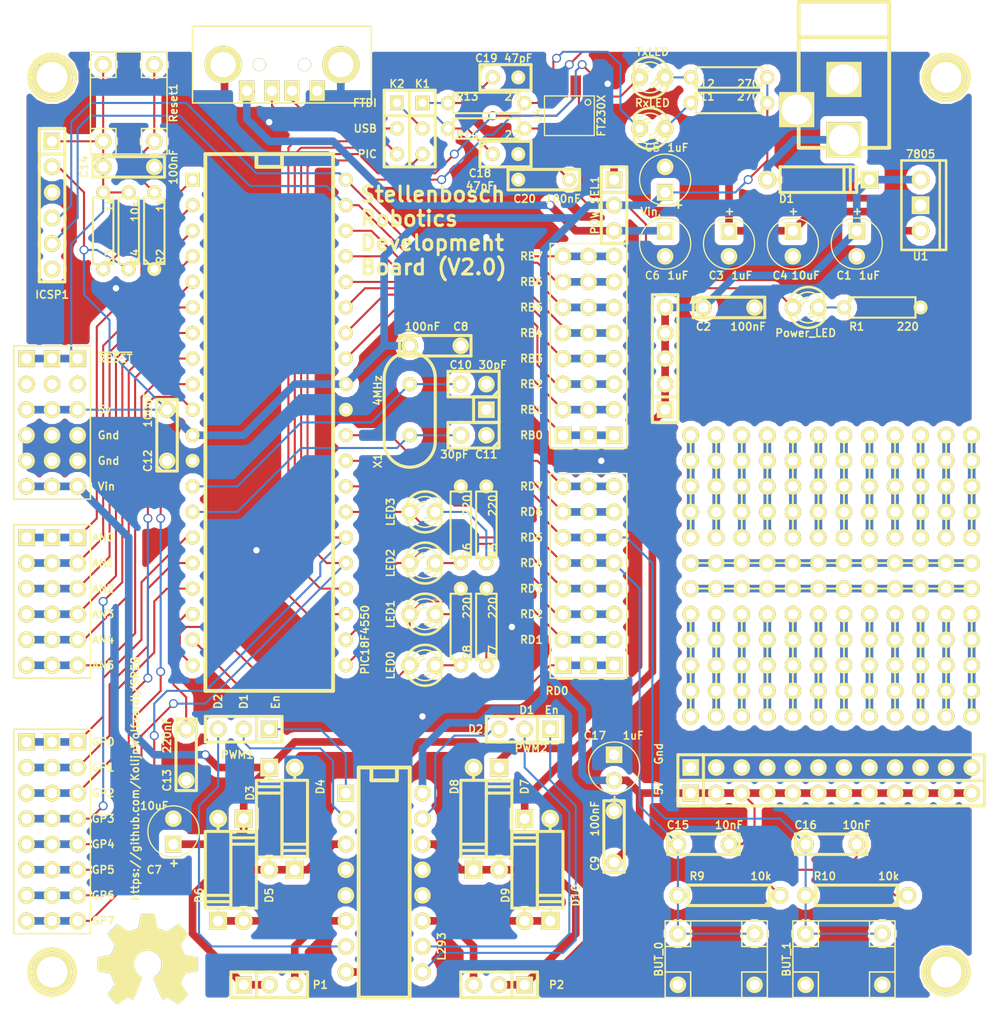
<source format=kicad_pcb>
(kicad_pcb (version 3) (host pcbnew "(2013-07-07 BZR 4022)-stable")
  (layers (15 F.Cu signal) (0 B.Cu signal) (18 B.Paste user) (19 F.Paste user) (20 B.SilkS user) (21 F.SilkS user) (22 B.Mask user) (23 F.Mask user) (28 Edge.Cuts user))
  (net 0 "")
  (net 1 /Microcontroller/AN0)
  (net 2 /Microcontroller/AN1)
  (net 3 /Microcontroller/AN2)
  (net 4 /Microcontroller/AN3)
  (net 5 /Microcontroller/AN4)
  (net 6 /Microcontroller/AN5)
  (net 7 /Microcontroller/CBUS1)
  (net 8 /Microcontroller/CBUS2)
  (net 9 /Microcontroller/GP0)
  (net 10 /Microcontroller/GP1)
  (net 11 /Microcontroller/GP2)
  (net 12 /Microcontroller/GP3)
  (net 13 /Microcontroller/GP4)
  (net 14 /Microcontroller/GP5)
  (net 15 /Microcontroller/GP6)
  (net 16 /Microcontroller/GP7)
  (net 17 /Microcontroller/OSC1)
  (net 18 /Microcontroller/OSC2)
  (net 19 /Microcontroller/PIC_USB_D+)
  (net 20 /Microcontroller/PIC_USB_D-)
  (net 21 /Microcontroller/RB0)
  (net 22 /Microcontroller/RB1)
  (net 23 /Microcontroller/RB2)
  (net 24 /Microcontroller/RB3)
  (net 25 /Microcontroller/RB4)
  (net 26 /Microcontroller/RB5)
  (net 27 /Microcontroller/RB6)
  (net 28 /Microcontroller/RB7)
  (net 29 /Microcontroller/RD0)
  (net 30 /Microcontroller/RD1)
  (net 31 /Microcontroller/RD2)
  (net 32 /Microcontroller/RD3)
  (net 33 /Microcontroller/RD4)
  (net 34 /Microcontroller/RD5)
  (net 35 /Microcontroller/RD6)
  (net 36 /Microcontroller/RD7)
  (net 37 /Microcontroller/USB_D+)
  (net 38 /Microcontroller/USB_D-)
  (net 39 /Microcontroller/VCCIO)
  (net 40 /Microcontroller/Vusb)
  (net 41 /Microcontroller/~MCLR)
  (net 42 /Microcontroller/~RESET)
  (net 43 Gnd)
  (net 44 N-00000105)
  (net 45 N-00000106)
  (net 46 N-00000107)
  (net 47 N-00000108)
  (net 48 N-0000041)
  (net 49 N-0000042)
  (net 50 N-0000043)
  (net 51 N-0000044)
  (net 52 N-0000045)
  (net 53 N-0000046)
  (net 54 N-0000047)
  (net 55 N-0000048)
  (net 56 N-0000049)
  (net 57 N-0000050)
  (net 58 N-0000051)
  (net 59 N-0000052)
  (net 60 N-0000053)
  (net 61 N-0000054)
  (net 62 N-0000055)
  (net 63 N-0000056)
  (net 64 N-0000058)
  (net 65 N-0000059)
  (net 66 N-0000060)
  (net 67 N-0000061)
  (net 68 N-0000062)
  (net 69 N-0000063)
  (net 70 N-0000064)
  (net 71 N-0000065)
  (net 72 N-0000066)
  (net 73 N-0000067)
  (net 74 N-0000068)
  (net 75 N-0000069)
  (net 76 N-0000070)
  (net 77 N-0000071)
  (net 78 N-0000072)
  (net 79 N-0000073)
  (net 80 N-0000074)
  (net 81 N-0000075)
  (net 82 N-0000076)
  (net 83 N-0000077)
  (net 84 N-0000078)
  (net 85 N-0000079)
  (net 86 N-0000080)
  (net 87 N-0000084)
  (net 88 N-0000086)
  (net 89 N-0000087)
  (net 90 N-0000093)
  (net 91 N-0000094)
  (net 92 N-0000098)
  (net 93 N-0000099)
  (net 94 V_5v)
  (net 95 V_batt)
  (net 96 Vbus)
  (module SPST (layer F.Cu) (at 132.08 142.24)
    (fp_text reference BUT_0 (at -5.715 0 90) (layer F.SilkS) (effects (font (size 0.762 0.762) (thickness 0.1524))))
    (fp_text value DPST hide)
    (pad 1 thru_hole circle (at -3.81 -2.54) (size 1.651 1.651) (drill 1.016) (layers *.Cu *.Mask F.SilkS) (net 33 /Microcontroller/RD4))
    (pad 2 thru_hole circle (at -3.81 2.54) (size 1.651 1.651) (drill 1.016) (layers *.Cu *.Mask F.SilkS) (net 43 Gnd))
    (pad 4 thru_hole circle (at 3.81 2.54) (size 1.651 1.651) (drill 1.016) (layers *.Cu *.Mask F.SilkS) (net 43 Gnd))
    (pad 3 thru_hole circle (at 3.81 -2.54) (size 1.651 1.651) (drill 1.016) (layers *.Cu *.Mask F.SilkS) (net 33 /Microcontroller/RD4))
  )
  (module SPST (layer F.Cu) (at 144.78 142.24)
    (fp_text reference BUT_1 (at -5.715 0 90) (layer F.SilkS) (effects (font (size 0.762 0.762) (thickness 0.1524))))
    (fp_text value DPST hide)
    (pad 1 thru_hole circle (at -3.81 -2.54) (size 1.651 1.651) (drill 1.016) (layers *.Cu *.Mask F.SilkS) (net 34 /Microcontroller/RD5))
    (pad 2 thru_hole circle (at -3.81 2.54) (size 1.651 1.651) (drill 1.016) (layers *.Cu *.Mask F.SilkS) (net 43 Gnd))
    (pad 4 thru_hole circle (at 3.81 2.54) (size 1.651 1.651) (drill 1.016) (layers *.Cu *.Mask F.SilkS) (net 43 Gnd))
    (pad 3 thru_hole circle (at 3.81 -2.54) (size 1.651 1.651) (drill 1.016) (layers *.Cu *.Mask F.SilkS) (net 34 /Microcontroller/RD5))
  )
  (module SPST (layer F.Cu) (at 73.66 57.15 270)
    (fp_text reference Reset1 (at 0 -4.445 270) (layer F.SilkS) (effects (font (size 0.762 0.762) (thickness 0.1524))))
    (fp_text value DPST hide)
    (pad 1 thru_hole circle (at -3.81 -2.54 270) (size 1.651 1.651) (drill 1.016) (layers *.Cu *.Mask F.SilkS) (net 88 N-0000086))
    (pad 2 thru_hole circle (at -3.81 2.54 270) (size 1.651 1.651) (drill 1.016) (layers *.Cu *.Mask F.SilkS) (net 42 /Microcontroller/~RESET))
    (pad 4 thru_hole circle (at 3.81 2.54 270) (size 1.651 1.651) (drill 1.016) (layers *.Cu *.Mask F.SilkS) (net 42 /Microcontroller/~RESET))
    (pad 3 thru_hole circle (at 3.81 -2.54 270) (size 1.651 1.651) (drill 1.016) (layers *.Cu *.Mask F.SilkS) (net 88 N-0000086))
  )
  (module SIL-6 (layer F.Cu) (at 66.04 67.31 270)
    (fp_text reference ICSP1 (at 8.89 0 360) (layer F.SilkS) (effects (font (size 0.762 0.762) (thickness 0.1524))))
    (fp_text value CONN_6 hide)
    (pad 1 thru_hole rect (at -6.35 0 270) (size 1.651 1.651) (drill 1.016) (layers *.Cu *.Mask F.SilkS) (net 42 /Microcontroller/~RESET))
    (pad 2 thru_hole circle (at -3.81 0 270) (size 1.651 1.651) (drill 1.016) (layers *.Cu *.Mask F.SilkS) (net 94 V_5v))
    (pad 3 thru_hole circle (at -1.27 0 270) (size 1.651 1.651) (drill 1.016) (layers *.Cu *.Mask F.SilkS) (net 43 Gnd))
    (pad 4 thru_hole circle (at 1.27 0 270) (size 1.651 1.651) (drill 1.016) (layers *.Cu *.Mask F.SilkS) (net 28 /Microcontroller/RB7))
    (pad 5 thru_hole circle (at 3.81 0 270) (size 1.651 1.651) (drill 1.016) (layers *.Cu *.Mask F.SilkS) (net 27 /Microcontroller/RB6))
    (pad 6 thru_hole circle (at 6.35 0 270) (size 1.651 1.651) (drill 1.016) (layers *.Cu *.Mask F.SilkS))
  )
  (module SIL-5 (layer F.Cu) (at 127 81.28 90)
    (fp_text reference P15 hide)
    (fp_text value CONN_5 hide)
    (pad 1 thru_hole rect (at -6.35 0 90) (size 1.651 1.651) (drill 1.016) (layers *.Cu *.Mask F.SilkS) (net 95 V_batt))
    (pad 2 thru_hole circle (at -3.81 0 90) (size 1.651 1.651) (drill 1.016) (layers *.Cu *.Mask F.SilkS) (net 95 V_batt))
    (pad 3 thru_hole circle (at -1.27 0 90) (size 1.651 1.651) (drill 1.016) (layers *.Cu *.Mask F.SilkS) (net 95 V_batt))
    (pad 4 thru_hole circle (at 1.27 0 90) (size 1.651 1.651) (drill 1.016) (layers *.Cu *.Mask F.SilkS) (net 95 V_batt))
    (pad 5 thru_hole circle (at 3.81 0 90) (size 1.651 1.651) (drill 1.016) (layers *.Cu *.Mask F.SilkS) (net 95 V_batt))
  )
  (module SIL-3 (layer F.Cu) (at 85.09 119.38 180)
    (fp_text reference PWM1 (at 0.635 -2.54 180) (layer F.SilkS) (effects (font (size 0.762 0.762) (thickness 0.1524))))
    (fp_text value CONN_3 hide)
    (pad 1 thru_hole rect (at -2.54 0 180) (size 1.651 1.651) (drill 1.016) (layers *.Cu *.Mask F.SilkS) (net 78 N-0000072))
    (pad 2 thru_hole circle (at 0 0 180) (size 1.651 1.651) (drill 1.016) (layers *.Cu *.Mask F.SilkS) (net 77 N-0000071))
    (pad 3 thru_hole circle (at 2.54 0 180) (size 1.651 1.651) (drill 1.016) (layers *.Cu *.Mask F.SilkS) (net 81 N-0000075))
  )
  (module SIL-3 (layer F.Cu) (at 113.03 119.38 180)
    (fp_text reference PWM2 (at -0.635 -1.905 180) (layer F.SilkS) (effects (font (size 0.762 0.762) (thickness 0.1524))))
    (fp_text value CONN_3 hide)
    (pad 1 thru_hole rect (at -2.54 0 180) (size 1.651 1.651) (drill 1.016) (layers *.Cu *.Mask F.SilkS) (net 82 N-0000076))
    (pad 2 thru_hole circle (at 0 0 180) (size 1.651 1.651) (drill 1.016) (layers *.Cu *.Mask F.SilkS) (net 80 N-0000074))
    (pad 3 thru_hole circle (at 2.54 0 180) (size 1.651 1.651) (drill 1.016) (layers *.Cu *.Mask F.SilkS) (net 79 N-0000073))
  )
  (module SIL-3 (layer F.Cu) (at 110.49 144.78 180)
    (fp_text reference P2 (at -5.715 0 180) (layer F.SilkS) (effects (font (size 0.762 0.762) (thickness 0.1524))))
    (fp_text value CONN_3 hide)
    (pad 1 thru_hole rect (at -2.54 0 180) (size 1.651 1.651) (drill 1.016) (layers *.Cu *.Mask F.SilkS) (net 84 N-0000078))
    (pad 2 thru_hole circle (at 0 0 180) (size 1.651 1.651) (drill 1.016) (layers *.Cu *.Mask F.SilkS) (net 84 N-0000078))
    (pad 3 thru_hole circle (at 2.54 0 180) (size 1.651 1.651) (drill 1.016) (layers *.Cu *.Mask F.SilkS) (net 83 N-0000077))
  )
  (module SIL-3 (layer F.Cu) (at 87.63 144.78)
    (fp_text reference P1 (at 5.08 0) (layer F.SilkS) (effects (font (size 0.762 0.762) (thickness 0.1524))))
    (fp_text value CONN_3 hide)
    (pad 1 thru_hole rect (at -2.54 0) (size 1.651 1.651) (drill 1.016) (layers *.Cu *.Mask F.SilkS) (net 85 N-0000079))
    (pad 2 thru_hole circle (at 0 0) (size 1.651 1.651) (drill 1.016) (layers *.Cu *.Mask F.SilkS) (net 85 N-0000079))
    (pad 3 thru_hole circle (at 2.54 0) (size 1.651 1.651) (drill 1.016) (layers *.Cu *.Mask F.SilkS) (net 86 N-0000080))
  )
  (module SIL-3 (layer F.Cu) (at 121.92 67.31 270)
    (fp_text reference POW_SEL1 (at 0 1.905 270) (layer F.SilkS) (effects (font (size 0.762 0.762) (thickness 0.1524))))
    (fp_text value CONN_3 hide)
    (pad 1 thru_hole rect (at -2.54 0 270) (size 1.651 1.651) (drill 1.016) (layers *.Cu *.Mask F.SilkS) (net 75 N-0000069))
    (pad 2 thru_hole circle (at 0 0 270) (size 1.651 1.651) (drill 1.016) (layers *.Cu *.Mask F.SilkS) (net 94 V_5v))
    (pad 3 thru_hole circle (at 2.54 0 270) (size 1.651 1.651) (drill 1.016) (layers *.Cu *.Mask F.SilkS) (net 96 Vbus))
  )
  (module R4 (layer F.Cu) (at 133.35 135.89 180)
    (fp_text reference R9 (at 3.175 1.905 180) (layer F.SilkS) (effects (font (size 0.762 0.762) (thickness 0.1524))))
    (fp_text value 10k (at -3.175 1.905 180) (layer F.SilkS) (effects (font (size 0.762 0.762) (thickness 0.1524))))
    (pad 1 thru_hole circle (at -5.08 0 180) (size 1.651 1.651) (drill 1.016) (layers *.Cu *.Mask F.SilkS) (net 94 V_5v))
    (pad 2 thru_hole circle (at 5.08 0 180) (size 1.651 1.651) (drill 1.016) (layers *.Cu *.Mask F.SilkS) (net 33 /Microcontroller/RD4))
  )
  (module R4 (layer F.Cu) (at 146.05 135.89 180)
    (fp_text reference R10 (at 3.175 1.905 180) (layer F.SilkS) (effects (font (size 0.762 0.762) (thickness 0.1524))))
    (fp_text value 10k (at -3.175 1.905 180) (layer F.SilkS) (effects (font (size 0.762 0.762) (thickness 0.1524))))
    (pad 1 thru_hole circle (at -5.08 0 180) (size 1.651 1.651) (drill 1.016) (layers *.Cu *.Mask F.SilkS) (net 94 V_5v))
    (pad 2 thru_hole circle (at 5.08 0 180) (size 1.651 1.651) (drill 1.016) (layers *.Cu *.Mask F.SilkS) (net 34 /Microcontroller/RD5))
  )
  (module LED-3MM (layer F.Cu) (at 102.87 113.03)
    (fp_text reference LED0 (at -3.175 0 90) (layer F.SilkS) (effects (font (size 0.762 0.762) (thickness 0.1524))))
    (fp_text value LED hide)
    (pad 1 thru_hole circle (at -1.27 0) (size 1.651 1.651) (drill 1.016) (layers *.Cu *.Mask F.SilkS) (net 29 /Microcontroller/RD0))
    (pad 2 thru_hole circle (at 1.27 0) (size 1.651 1.651) (drill 1.016) (layers *.Cu *.Mask F.SilkS) (net 47 N-00000108))
  )
  (module LED-3MM (layer F.Cu) (at 140.97 77.47)
    (fp_text reference D2 hide)
    (fp_text value Power_LED (at 0 2.54) (layer F.SilkS) (effects (font (size 0.762 0.762) (thickness 0.1524))))
    (pad 1 thru_hole circle (at -1.27 0) (size 1.651 1.651) (drill 1.016) (layers *.Cu *.Mask F.SilkS) (net 94 V_5v))
    (pad 2 thru_hole circle (at 1.27 0) (size 1.651 1.651) (drill 1.016) (layers *.Cu *.Mask F.SilkS) (net 74 N-0000068))
  )
  (module LED-3MM (layer F.Cu) (at 102.87 97.79)
    (fp_text reference LED3 (at -3.175 0 90) (layer F.SilkS) (effects (font (size 0.762 0.762) (thickness 0.1524))))
    (fp_text value LED hide)
    (pad 1 thru_hole circle (at -1.27 0) (size 1.651 1.651) (drill 1.016) (layers *.Cu *.Mask F.SilkS) (net 32 /Microcontroller/RD3))
    (pad 2 thru_hole circle (at 1.27 0) (size 1.651 1.651) (drill 1.016) (layers *.Cu *.Mask F.SilkS) (net 44 N-00000105))
  )
  (module LED-3MM (layer F.Cu) (at 102.87 102.87)
    (fp_text reference LED2 (at -3.175 0 90) (layer F.SilkS) (effects (font (size 0.762 0.762) (thickness 0.1524))))
    (fp_text value LED hide)
    (pad 1 thru_hole circle (at -1.27 0) (size 1.651 1.651) (drill 1.016) (layers *.Cu *.Mask F.SilkS) (net 31 /Microcontroller/RD2))
    (pad 2 thru_hole circle (at 1.27 0) (size 1.651 1.651) (drill 1.016) (layers *.Cu *.Mask F.SilkS) (net 45 N-00000106))
  )
  (module LED-3MM (layer F.Cu) (at 102.87 107.95)
    (fp_text reference LED1 (at -3.175 0 90) (layer F.SilkS) (effects (font (size 0.762 0.762) (thickness 0.1524))))
    (fp_text value LED hide)
    (pad 1 thru_hole circle (at -1.27 0) (size 1.651 1.651) (drill 1.016) (layers *.Cu *.Mask F.SilkS) (net 30 /Microcontroller/RD1))
    (pad 2 thru_hole circle (at 1.27 0) (size 1.651 1.651) (drill 1.016) (layers *.Cu *.Mask F.SilkS) (net 46 N-00000107))
  )
  (module HC-49V (layer F.Cu) (at 101.6 87.63 90)
    (fp_text reference X1 (at -5.08 -3.175 90) (layer F.SilkS) (effects (font (size 0.762 0.762) (thickness 0.1524))))
    (fp_text value 4MHz (at 1.905 -3.175 90) (layer F.SilkS) (effects (font (size 0.762 0.762) (thickness 0.1524))))
    (pad 1 thru_hole circle (at -2.54 0 90) (size 1.4224 1.4224) (drill 0.762) (layers *.Cu *.Mask F.SilkS) (net 18 /Microcontroller/OSC2))
    (pad 2 thru_hole circle (at 2.54 0 90) (size 1.4224 1.4224) (drill 0.762) (layers *.Cu *.Mask F.SilkS) (net 17 /Microcontroller/OSC1))
  )
  (module DIP-16__300 (layer F.Cu) (at 99.06 134.62 270)
    (fp_text reference U2 hide)
    (fp_text value L293 (at 6.35 -5.715 270) (layer F.SilkS) (effects (font (size 0.762 0.762) (thickness 0.1524))))
    (pad 1 thru_hole rect (at -8.89 3.81 270) (size 1.651 1.651) (drill 1.016) (layers *.Cu *.Mask F.SilkS) (net 78 N-0000072))
    (pad 2 thru_hole circle (at -6.35 3.81 270) (size 1.651 1.651) (drill 1.016) (layers *.Cu *.Mask F.SilkS) (net 77 N-0000071))
    (pad 3 thru_hole circle (at -3.81 3.81 270) (size 1.651 1.651) (drill 1.016) (layers *.Cu *.Mask F.SilkS) (net 85 N-0000079))
    (pad 4 thru_hole circle (at -1.27 3.81 270) (size 1.651 1.651) (drill 1.016) (layers *.Cu *.Mask F.SilkS) (net 43 Gnd))
    (pad 5 thru_hole circle (at 1.27 3.81 270) (size 1.651 1.651) (drill 1.016) (layers *.Cu *.Mask F.SilkS) (net 43 Gnd))
    (pad 6 thru_hole circle (at 3.81 3.81 270) (size 1.651 1.651) (drill 1.016) (layers *.Cu *.Mask F.SilkS) (net 86 N-0000080))
    (pad 7 thru_hole circle (at 6.35 3.81 270) (size 1.651 1.651) (drill 1.016) (layers *.Cu *.Mask F.SilkS) (net 81 N-0000075))
    (pad 8 thru_hole circle (at 8.89 3.81 270) (size 1.651 1.651) (drill 1.016) (layers *.Cu *.Mask F.SilkS) (net 95 V_batt))
    (pad 9 thru_hole circle (at 8.89 -3.81 270) (size 1.651 1.651) (drill 1.016) (layers *.Cu *.Mask F.SilkS) (net 82 N-0000076))
    (pad 10 thru_hole circle (at 6.35 -3.81 270) (size 1.651 1.651) (drill 1.016) (layers *.Cu *.Mask F.SilkS) (net 80 N-0000074))
    (pad 11 thru_hole circle (at 3.81 -3.81 270) (size 1.651 1.651) (drill 1.016) (layers *.Cu *.Mask F.SilkS) (net 83 N-0000077))
    (pad 12 thru_hole circle (at 1.27 -3.81 270) (size 1.651 1.651) (drill 1.016) (layers *.Cu *.Mask F.SilkS) (net 43 Gnd))
    (pad 13 thru_hole circle (at -1.27 -3.81 270) (size 1.651 1.651) (drill 1.016) (layers *.Cu *.Mask F.SilkS) (net 43 Gnd))
    (pad 14 thru_hole circle (at -3.81 -3.81 270) (size 1.651 1.651) (drill 1.016) (layers *.Cu *.Mask F.SilkS) (net 84 N-0000078))
    (pad 15 thru_hole circle (at -6.35 -3.81 270) (size 1.651 1.651) (drill 1.016) (layers *.Cu *.Mask F.SilkS) (net 79 N-0000073))
    (pad 16 thru_hole circle (at -8.89 -3.81 270) (size 1.651 1.651) (drill 1.016) (layers *.Cu *.Mask F.SilkS) (net 94 V_5v))
  )
  (module C2 (layer F.Cu) (at 104.14 81.28)
    (fp_text reference C8 (at 2.54 -1.905) (layer F.SilkS) (effects (font (size 0.762 0.762) (thickness 0.1524))))
    (fp_text value 100nF (at -1.27 -1.905) (layer F.SilkS) (effects (font (size 0.762 0.762) (thickness 0.1524))))
    (pad 1 thru_hole circle (at -2.54 0) (size 1.651 1.651) (drill 1.016) (layers *.Cu *.Mask F.SilkS) (net 94 V_5v))
    (pad 2 thru_hole circle (at 2.54 0) (size 1.651 1.651) (drill 1.016) (layers *.Cu *.Mask F.SilkS) (net 43 Gnd))
  )
  (module C2 (layer F.Cu) (at 79.375 121.92 270)
    (fp_text reference C13 (at 2.54 1.905 270) (layer F.SilkS) (effects (font (size 0.762 0.762) (thickness 0.1524))))
    (fp_text value 220nF (at -1.905 1.905 270) (layer F.SilkS) (effects (font (size 0.762 0.762) (thickness 0.1524))))
    (pad 1 thru_hole circle (at -2.54 0 270) (size 1.651 1.651) (drill 1.016) (layers *.Cu *.Mask F.SilkS) (net 40 /Microcontroller/Vusb))
    (pad 2 thru_hole circle (at 2.54 0 270) (size 1.651 1.651) (drill 1.016) (layers *.Cu *.Mask F.SilkS) (net 43 Gnd))
  )
  (module C2 (layer F.Cu) (at 73.66 63.5)
    (fp_text reference C14 (at -4.445 0 90) (layer F.SilkS) (effects (font (size 0.762 0.762) (thickness 0.1524))))
    (fp_text value 100nF (at 4.445 0 90) (layer F.SilkS) (effects (font (size 0.762 0.762) (thickness 0.1524))))
    (pad 1 thru_hole circle (at -2.54 0) (size 1.651 1.651) (drill 1.016) (layers *.Cu *.Mask F.SilkS) (net 42 /Microcontroller/~RESET))
    (pad 2 thru_hole circle (at 2.54 0) (size 1.651 1.651) (drill 1.016) (layers *.Cu *.Mask F.SilkS) (net 43 Gnd))
  )
  (module C2 (layer F.Cu) (at 121.92 130.048 270)
    (fp_text reference C9 (at 2.667 1.905 270) (layer F.SilkS) (effects (font (size 0.762 0.762) (thickness 0.1524))))
    (fp_text value 100nF (at -1.778 1.905 270) (layer F.SilkS) (effects (font (size 0.762 0.762) (thickness 0.1524))))
    (pad 1 thru_hole circle (at -2.54 0 270) (size 1.651 1.651) (drill 1.016) (layers *.Cu *.Mask F.SilkS) (net 43 Gnd))
    (pad 2 thru_hole circle (at 2.54 0 270) (size 1.651 1.651) (drill 1.016) (layers *.Cu *.Mask F.SilkS) (net 94 V_5v))
  )
  (module C2 (layer F.Cu) (at 77.47 90.17 90)
    (fp_text reference C12 (at -2.54 -1.905 90) (layer F.SilkS) (effects (font (size 0.762 0.762) (thickness 0.1524))))
    (fp_text value 100nF (at 2.54 -1.905 90) (layer F.SilkS) (effects (font (size 0.762 0.762) (thickness 0.1524))))
    (pad 1 thru_hole circle (at -2.54 0 90) (size 1.651 1.651) (drill 1.016) (layers *.Cu *.Mask F.SilkS) (net 43 Gnd))
    (pad 2 thru_hole circle (at 2.54 0 90) (size 1.651 1.651) (drill 1.016) (layers *.Cu *.Mask F.SilkS) (net 94 V_5v))
  )
  (module C2 (layer F.Cu) (at 143.51 130.81 180)
    (fp_text reference C16 (at 2.54 1.905 180) (layer F.SilkS) (effects (font (size 0.762 0.762) (thickness 0.1524))))
    (fp_text value 10nF (at -2.54 1.905 180) (layer F.SilkS) (effects (font (size 0.762 0.762) (thickness 0.1524))))
    (pad 1 thru_hole circle (at -2.54 0 180) (size 1.651 1.651) (drill 1.016) (layers *.Cu *.Mask F.SilkS) (net 94 V_5v))
    (pad 2 thru_hole circle (at 2.54 0 180) (size 1.651 1.651) (drill 1.016) (layers *.Cu *.Mask F.SilkS) (net 34 /Microcontroller/RD5))
  )
  (module C2 (layer F.Cu) (at 130.81 130.81 180)
    (fp_text reference C15 (at 2.54 1.905 180) (layer F.SilkS) (effects (font (size 0.762 0.762) (thickness 0.1524))))
    (fp_text value 10nF (at -2.54 1.905 180) (layer F.SilkS) (effects (font (size 0.762 0.762) (thickness 0.1524))))
    (pad 1 thru_hole circle (at -2.54 0 180) (size 1.651 1.651) (drill 1.016) (layers *.Cu *.Mask F.SilkS) (net 94 V_5v))
    (pad 2 thru_hole circle (at 2.54 0 180) (size 1.651 1.651) (drill 1.016) (layers *.Cu *.Mask F.SilkS) (net 33 /Microcontroller/RD4))
  )
  (module C2 (layer F.Cu) (at 133.35 77.47)
    (fp_text reference C2 (at -2.54 1.905) (layer F.SilkS) (effects (font (size 0.762 0.762) (thickness 0.1524))))
    (fp_text value 100nF (at 1.905 1.905) (layer F.SilkS) (effects (font (size 0.762 0.762) (thickness 0.1524))))
    (pad 1 thru_hole circle (at -2.54 0) (size 1.651 1.651) (drill 1.016) (layers *.Cu *.Mask F.SilkS) (net 95 V_batt))
    (pad 2 thru_hole circle (at 2.54 0) (size 1.651 1.651) (drill 1.016) (layers *.Cu *.Mask F.SilkS) (net 43 Gnd))
  )
  (module C1V5 (layer F.Cu) (at 121.92 123.19 270)
    (fp_text reference C17 (at -3.175 1.905 360) (layer F.SilkS) (effects (font (size 0.762 0.762) (thickness 0.1524))))
    (fp_text value 1uF (at -3.175 -1.905 360) (layer F.SilkS) (effects (font (size 0.762 0.762) (thickness 0.1524))))
    (fp_text user + (at 3.175 0 270) (layer F.SilkS) (effects (font (size 0.762 0.762) (thickness 0.2032))))
    (pad 1 thru_hole rect (at -1.27 0 270) (size 1.651 1.651) (drill 1.016) (layers *.Cu *.Mask F.SilkS) (net 43 Gnd))
    (pad 2 thru_hole circle (at 1.27 0 270) (size 1.651 1.651) (drill 1.016) (layers *.Cu *.Mask F.SilkS) (net 94 V_5v))
  )
  (module C1V5 (layer F.Cu) (at 78.105 129.54 90)
    (fp_text reference C7 (at -3.81 -1.905 180) (layer F.SilkS) (effects (font (size 0.762 0.762) (thickness 0.1524))))
    (fp_text value 10uF (at 2.54 -1.905 180) (layer F.SilkS) (effects (font (size 0.762 0.762) (thickness 0.1524))))
    (fp_text user + (at -3.175 0 90) (layer F.SilkS) (effects (font (size 0.762 0.762) (thickness 0.2032))))
    (pad 1 thru_hole rect (at -1.27 0 90) (size 1.651 1.651) (drill 1.016) (layers *.Cu *.Mask F.SilkS) (net 95 V_batt))
    (pad 2 thru_hole circle (at 1.27 0 90) (size 1.651 1.651) (drill 1.016) (layers *.Cu *.Mask F.SilkS) (net 43 Gnd))
  )
  (module C1V5 (layer F.Cu) (at 127 64.77 90)
    (fp_text reference C6 (at -9.525 -1.27 180) (layer F.SilkS) (effects (font (size 0.762 0.762) (thickness 0.127))))
    (fp_text value 1uF (at 3.175 1.27 180) (layer F.SilkS) (effects (font (size 0.762 0.762) (thickness 0.1524))))
    (fp_text user + (at -2.54 1.27 90) (layer F.SilkS) (effects (font (size 0.762 0.762) (thickness 0.2032))))
    (pad 1 thru_hole rect (at -1.27 0 90) (size 1.651 1.651) (drill 1.016) (layers *.Cu *.Mask F.SilkS) (net 94 V_5v))
    (pad 2 thru_hole circle (at 1.27 0 90) (size 1.651 1.651) (drill 1.016) (layers *.Cu *.Mask F.SilkS) (net 43 Gnd))
  )
  (module C1V5 (layer F.Cu) (at 146.05 71.12 270)
    (fp_text reference C1 (at 3.175 1.27 360) (layer F.SilkS) (effects (font (size 0.762 0.762) (thickness 0.1524))))
    (fp_text value 1uF (at 3.175 -1.27 360) (layer F.SilkS) (effects (font (size 0.762 0.762) (thickness 0.1524))))
    (fp_text user + (at -3.175 0 270) (layer F.SilkS) (effects (font (size 0.762 0.762) (thickness 0.1524))))
    (pad 1 thru_hole rect (at -1.27 0 270) (size 1.651 1.651) (drill 1.016) (layers *.Cu *.Mask F.SilkS) (net 95 V_batt))
    (pad 2 thru_hole circle (at 1.27 0 270) (size 1.651 1.651) (drill 1.016) (layers *.Cu *.Mask F.SilkS) (net 43 Gnd))
  )
  (module C1V5 (layer F.Cu) (at 127 71.12 270)
    (fp_text reference C5 (at -9.525 1.27 360) (layer F.SilkS) (effects (font (size 0.762 0.762) (thickness 0.127))))
    (fp_text value 1uF (at 3.175 -1.27 360) (layer F.SilkS) (effects (font (size 0.762 0.762) (thickness 0.1524))))
    (fp_text user + (at -2.54 0.635 270) (layer F.SilkS) (effects (font (size 0.762 0.762) (thickness 0.2032))))
    (pad 1 thru_hole rect (at -1.27 0 270) (size 1.651 1.651) (drill 1.016) (layers *.Cu *.Mask F.SilkS) (net 96 Vbus))
    (pad 2 thru_hole circle (at 1.27 0 270) (size 1.651 1.651) (drill 1.016) (layers *.Cu *.Mask F.SilkS) (net 43 Gnd))
  )
  (module C1V5 (layer F.Cu) (at 139.7 71.12 270)
    (fp_text reference C4 (at 3.175 1.27 360) (layer F.SilkS) (effects (font (size 0.762 0.762) (thickness 0.1524))))
    (fp_text value 10uF (at 3.175 -1.27 360) (layer F.SilkS) (effects (font (size 0.762 0.762) (thickness 0.1524))))
    (fp_text user + (at -3.175 0 270) (layer F.SilkS) (effects (font (size 0.762 0.762) (thickness 0.1524))))
    (pad 1 thru_hole rect (at -1.27 0 270) (size 1.651 1.651) (drill 1.016) (layers *.Cu *.Mask F.SilkS) (net 75 N-0000069))
    (pad 2 thru_hole circle (at 1.27 0 270) (size 1.651 1.651) (drill 1.016) (layers *.Cu *.Mask F.SilkS) (net 43 Gnd))
  )
  (module C1V5 (layer F.Cu) (at 133.35 71.12 270)
    (fp_text reference C3 (at 3.175 1.27 360) (layer F.SilkS) (effects (font (size 0.762 0.762) (thickness 0.1524))))
    (fp_text value 1uF (at 3.175 -1.27 360) (layer F.SilkS) (effects (font (size 0.762 0.762) (thickness 0.1524))))
    (fp_text user + (at -3.175 0 270) (layer F.SilkS) (effects (font (size 0.762 0.762) (thickness 0.1524))))
    (pad 1 thru_hole rect (at -1.27 0 270) (size 1.651 1.651) (drill 1.016) (layers *.Cu *.Mask F.SilkS) (net 75 N-0000069))
    (pad 2 thru_hole circle (at 1.27 0 270) (size 1.651 1.651) (drill 1.016) (layers *.Cu *.Mask F.SilkS) (net 43 Gnd))
  )
  (module C1 (layer F.Cu) (at 107.95 85.09 180)
    (fp_text reference C10 (at 1.27 1.905 180) (layer F.SilkS) (effects (font (size 0.762 0.762) (thickness 0.1524))))
    (fp_text value 30pF (at -1.905 1.905 180) (layer F.SilkS) (effects (font (size 0.762 0.762) (thickness 0.1524))))
    (pad 1 thru_hole circle (at -1.27 0 180) (size 1.651 1.651) (drill 1.016) (layers *.Cu *.Mask F.SilkS) (net 43 Gnd))
    (pad 2 thru_hole circle (at 1.27 0 180) (size 1.651 1.651) (drill 1.016) (layers *.Cu *.Mask F.SilkS) (net 17 /Microcontroller/OSC1))
  )
  (module C1 (layer F.Cu) (at 107.95 90.17 180)
    (fp_text reference C11 (at -1.27 -1.905 180) (layer F.SilkS) (effects (font (size 0.762 0.762) (thickness 0.1524))))
    (fp_text value 30pF (at 1.905 -1.905 180) (layer F.SilkS) (effects (font (size 0.762 0.762) (thickness 0.1524))))
    (pad 1 thru_hole circle (at -1.27 0 180) (size 1.651 1.651) (drill 1.016) (layers *.Cu *.Mask F.SilkS) (net 43 Gnd))
    (pad 2 thru_hole circle (at 1.27 0 180) (size 1.651 1.651) (drill 1.016) (layers *.Cu *.Mask F.SilkS) (net 18 /Microcontroller/OSC2))
  )
  (module BARREL_JACK (layer F.Cu) (at 144.78 54.61 270)
    (fp_text reference CON1 hide)
    (fp_text value DC_IN hide)
    (pad 1 thru_hole rect (at 6.20014 0 270) (size 3.50012 3.50012) (drill 2.99974) (layers *.Cu *.Mask F.SilkS) (net 76 N-0000070))
    (pad 2 thru_hole rect (at 0.20066 0 270) (size 3.50012 3.50012) (drill 2.99974) (layers *.Cu *.Mask F.SilkS) (net 43 Gnd))
    (pad 3 thru_hole rect (at 3.2004 4.699 270) (size 3.50012 3.50012) (drill 2.99974) (layers *.Cu *.Mask F.SilkS) (net 43 Gnd))
  )
  (module Pin_array_8x3 (layer F.Cu) (at 64.77 129.54 270)
    (fp_text reference P11 hide)
    (fp_text value CONN_8 hide)
    (pad 8 thru_hole circle (at 8.89 -1.27 270) (size 1.651 1.651) (drill 1.016) (layers *.Cu *.Mask F.SilkS) (net 16 /Microcontroller/GP7))
    (pad 7 thru_hole circle (at 6.35 -1.27 270) (size 1.651 1.651) (drill 1.016) (layers *.Cu *.Mask F.SilkS) (net 15 /Microcontroller/GP6))
    (pad 6 thru_hole circle (at 3.81 -1.27 270) (size 1.651 1.651) (drill 1.016) (layers *.Cu *.Mask F.SilkS) (net 14 /Microcontroller/GP5))
    (pad 5 thru_hole circle (at 1.27 -1.27 270) (size 1.651 1.651) (drill 1.016) (layers *.Cu *.Mask F.SilkS) (net 13 /Microcontroller/GP4))
    (pad 4 thru_hole circle (at -1.27 -1.27 270) (size 1.651 1.651) (drill 1.016) (layers *.Cu *.Mask F.SilkS) (net 12 /Microcontroller/GP3))
    (pad 3 thru_hole circle (at -3.81 -1.27 270) (size 1.651 1.651) (drill 1.016) (layers *.Cu *.Mask F.SilkS) (net 11 /Microcontroller/GP2))
    (pad 2 thru_hole circle (at -6.35 -1.27 270) (size 1.651 1.651) (drill 1.016) (layers *.Cu *.Mask F.SilkS) (net 10 /Microcontroller/GP1))
    (pad 1 thru_hole rect (at -8.89 -1.27 270) (size 1.651 1.651) (drill 1.016) (layers *.Cu *.Mask F.SilkS) (net 9 /Microcontroller/GP0))
    (pad 1 thru_hole rect (at -8.89 -1.27 270) (size 1.651 1.651) (drill 1.016) (layers *.Cu *.Mask F.SilkS) (net 9 /Microcontroller/GP0))
    (pad 2 thru_hole circle (at -6.35 -1.27 270) (size 1.651 1.651) (drill 1.016) (layers *.Cu *.Mask F.SilkS) (net 10 /Microcontroller/GP1))
    (pad 3 thru_hole circle (at -3.81 -1.27 270) (size 1.651 1.651) (drill 1.016) (layers *.Cu *.Mask F.SilkS) (net 11 /Microcontroller/GP2))
    (pad 4 thru_hole circle (at -1.27 -1.27 270) (size 1.651 1.651) (drill 1.016) (layers *.Cu *.Mask F.SilkS) (net 12 /Microcontroller/GP3))
    (pad 5 thru_hole circle (at 1.27 -1.27 270) (size 1.651 1.651) (drill 1.016) (layers *.Cu *.Mask F.SilkS) (net 13 /Microcontroller/GP4))
    (pad 6 thru_hole circle (at 3.81 -1.27 270) (size 1.651 1.651) (drill 1.016) (layers *.Cu *.Mask F.SilkS) (net 14 /Microcontroller/GP5))
    (pad 7 thru_hole circle (at 6.35 -1.27 270) (size 1.651 1.651) (drill 1.016) (layers *.Cu *.Mask F.SilkS) (net 15 /Microcontroller/GP6))
    (pad 8 thru_hole circle (at 8.89 -1.27 270) (size 1.651 1.651) (drill 1.016) (layers *.Cu *.Mask F.SilkS) (net 16 /Microcontroller/GP7))
    (pad 8 thru_hole circle (at 8.89 -3.81 270) (size 1.651 1.651) (drill 1.016) (layers *.Cu *.Mask F.SilkS) (net 16 /Microcontroller/GP7))
    (pad 7 thru_hole circle (at 6.35 -3.81 270) (size 1.651 1.651) (drill 1.016) (layers *.Cu *.Mask F.SilkS) (net 15 /Microcontroller/GP6))
    (pad 6 thru_hole circle (at 3.81 -3.81 270) (size 1.651 1.651) (drill 1.016) (layers *.Cu *.Mask F.SilkS) (net 14 /Microcontroller/GP5))
    (pad 5 thru_hole circle (at 1.27 -3.81 270) (size 1.651 1.651) (drill 1.016) (layers *.Cu *.Mask F.SilkS) (net 13 /Microcontroller/GP4))
    (pad 4 thru_hole circle (at -1.27 -3.81 270) (size 1.651 1.651) (drill 1.016) (layers *.Cu *.Mask F.SilkS) (net 12 /Microcontroller/GP3))
    (pad 3 thru_hole circle (at -3.81 -3.81 270) (size 1.651 1.651) (drill 1.016) (layers *.Cu *.Mask F.SilkS) (net 11 /Microcontroller/GP2))
    (pad 2 thru_hole circle (at -6.35 -3.81 270) (size 1.651 1.651) (drill 1.016) (layers *.Cu *.Mask F.SilkS) (net 10 /Microcontroller/GP1))
    (pad 1 thru_hole rect (at -8.89 -3.81 270) (size 1.651 1.651) (drill 1.016) (layers *.Cu *.Mask F.SilkS) (net 9 /Microcontroller/GP0))
    (pad 1 thru_hole rect (at -8.89 1.27 270) (size 1.651 1.651) (drill 1.016) (layers *.Cu *.Mask F.SilkS) (net 9 /Microcontroller/GP0))
    (pad 1 thru_hole rect (at -8.89 -3.81 270) (size 1.651 1.651) (drill 1.016) (layers *.Cu *.Mask F.SilkS) (net 9 /Microcontroller/GP0))
    (pad 2 thru_hole circle (at -6.35 1.27 270) (size 1.651 1.651) (drill 1.016) (layers *.Cu *.Mask F.SilkS) (net 10 /Microcontroller/GP1))
    (pad 2 thru_hole circle (at -6.35 -3.81 270) (size 1.651 1.651) (drill 1.016) (layers *.Cu *.Mask F.SilkS) (net 10 /Microcontroller/GP1))
    (pad 3 thru_hole circle (at -3.81 1.27 270) (size 1.651 1.651) (drill 1.016) (layers *.Cu *.Mask F.SilkS) (net 11 /Microcontroller/GP2))
    (pad 3 thru_hole circle (at -3.81 -3.81 270) (size 1.651 1.651) (drill 1.016) (layers *.Cu *.Mask F.SilkS) (net 11 /Microcontroller/GP2))
    (pad 4 thru_hole circle (at -1.27 1.27 270) (size 1.651 1.651) (drill 1.016) (layers *.Cu *.Mask F.SilkS) (net 12 /Microcontroller/GP3))
    (pad 4 thru_hole circle (at -1.27 -3.81 270) (size 1.651 1.651) (drill 1.016) (layers *.Cu *.Mask F.SilkS) (net 12 /Microcontroller/GP3))
    (pad 5 thru_hole circle (at 1.27 1.27 270) (size 1.651 1.651) (drill 1.016) (layers *.Cu *.Mask F.SilkS) (net 13 /Microcontroller/GP4))
    (pad 5 thru_hole circle (at 1.27 -3.81 270) (size 1.651 1.651) (drill 1.016) (layers *.Cu *.Mask F.SilkS) (net 13 /Microcontroller/GP4))
    (pad 6 thru_hole circle (at 3.81 1.27 270) (size 1.651 1.651) (drill 1.016) (layers *.Cu *.Mask F.SilkS) (net 14 /Microcontroller/GP5))
    (pad 6 thru_hole circle (at 3.81 -3.81 270) (size 1.651 1.651) (drill 1.016) (layers *.Cu *.Mask F.SilkS) (net 14 /Microcontroller/GP5))
    (pad 7 thru_hole circle (at 6.35 1.27 270) (size 1.651 1.651) (drill 1.016) (layers *.Cu *.Mask F.SilkS) (net 15 /Microcontroller/GP6))
    (pad 7 thru_hole circle (at 6.35 -3.81 270) (size 1.651 1.651) (drill 1.016) (layers *.Cu *.Mask F.SilkS) (net 15 /Microcontroller/GP6))
    (pad 8 thru_hole circle (at 8.89 1.27 270) (size 1.651 1.651) (drill 1.016) (layers *.Cu *.Mask F.SilkS) (net 16 /Microcontroller/GP7))
    (pad 8 thru_hole circle (at 8.89 -3.81 270) (size 1.651 1.651) (drill 1.016) (layers *.Cu *.Mask F.SilkS) (net 16 /Microcontroller/GP7))
  )
  (module SIL-12 (layer F.Cu) (at 143.51 123.19)
    (fp_text reference P3 hide)
    (fp_text value CONN_12 hide)
    (pad 1 thru_hole rect (at -13.97 0) (size 1.651 1.651) (drill 1.016) (layers *.Cu *.Mask F.SilkS) (net 43 Gnd))
    (pad 2 thru_hole circle (at -11.43 0) (size 1.651 1.651) (drill 1.016) (layers *.Cu *.Mask F.SilkS) (net 43 Gnd))
    (pad 3 thru_hole circle (at -8.89 0) (size 1.651 1.651) (drill 1.016) (layers *.Cu *.Mask F.SilkS) (net 43 Gnd))
    (pad 4 thru_hole circle (at -6.35 0) (size 1.651 1.651) (drill 1.016) (layers *.Cu *.Mask F.SilkS) (net 43 Gnd))
    (pad 5 thru_hole circle (at -3.81 0) (size 1.651 1.651) (drill 1.016) (layers *.Cu *.Mask F.SilkS) (net 43 Gnd))
    (pad 6 thru_hole circle (at -1.27 0) (size 1.651 1.651) (drill 1.016) (layers *.Cu *.Mask F.SilkS) (net 43 Gnd))
    (pad 7 thru_hole circle (at 1.27 0) (size 1.651 1.651) (drill 1.016) (layers *.Cu *.Mask F.SilkS) (net 43 Gnd))
    (pad 8 thru_hole circle (at 3.81 0) (size 1.651 1.651) (drill 1.016) (layers *.Cu *.Mask F.SilkS) (net 43 Gnd))
    (pad 9 thru_hole circle (at 6.35 0) (size 1.651 1.651) (drill 1.016) (layers *.Cu *.Mask F.SilkS) (net 43 Gnd))
    (pad 10 thru_hole circle (at 8.89 0) (size 1.651 1.651) (drill 1.016) (layers *.Cu *.Mask F.SilkS) (net 43 Gnd))
    (pad 11 thru_hole circle (at 11.43 0) (size 1.651 1.651) (drill 1.016) (layers *.Cu *.Mask F.SilkS) (net 43 Gnd))
    (pad 12 thru_hole circle (at 13.97 0) (size 1.651 1.651) (drill 1.016) (layers *.Cu *.Mask F.SilkS) (net 43 Gnd))
  )
  (module SIL-12 (layer F.Cu) (at 143.51 125.73)
    (fp_text reference P4 hide)
    (fp_text value CONN_12 hide)
    (pad 1 thru_hole rect (at -13.97 0) (size 1.651 1.651) (drill 1.016) (layers *.Cu *.Mask F.SilkS) (net 94 V_5v))
    (pad 2 thru_hole circle (at -11.43 0) (size 1.651 1.651) (drill 1.016) (layers *.Cu *.Mask F.SilkS) (net 94 V_5v))
    (pad 3 thru_hole circle (at -8.89 0) (size 1.651 1.651) (drill 1.016) (layers *.Cu *.Mask F.SilkS) (net 94 V_5v))
    (pad 4 thru_hole circle (at -6.35 0) (size 1.651 1.651) (drill 1.016) (layers *.Cu *.Mask F.SilkS) (net 94 V_5v))
    (pad 5 thru_hole circle (at -3.81 0) (size 1.651 1.651) (drill 1.016) (layers *.Cu *.Mask F.SilkS) (net 94 V_5v))
    (pad 6 thru_hole circle (at -1.27 0) (size 1.651 1.651) (drill 1.016) (layers *.Cu *.Mask F.SilkS) (net 94 V_5v))
    (pad 7 thru_hole circle (at 1.27 0) (size 1.651 1.651) (drill 1.016) (layers *.Cu *.Mask F.SilkS) (net 94 V_5v))
    (pad 8 thru_hole circle (at 3.81 0) (size 1.651 1.651) (drill 1.016) (layers *.Cu *.Mask F.SilkS) (net 94 V_5v))
    (pad 9 thru_hole circle (at 6.35 0) (size 1.651 1.651) (drill 1.016) (layers *.Cu *.Mask F.SilkS) (net 94 V_5v))
    (pad 10 thru_hole circle (at 8.89 0) (size 1.651 1.651) (drill 1.016) (layers *.Cu *.Mask F.SilkS) (net 94 V_5v))
    (pad 11 thru_hole circle (at 11.43 0) (size 1.651 1.651) (drill 1.016) (layers *.Cu *.Mask F.SilkS) (net 94 V_5v))
    (pad 12 thru_hole circle (at 13.97 0) (size 1.651 1.651) (drill 1.016) (layers *.Cu *.Mask F.SilkS) (net 94 V_5v))
  )
  (module Pin_array_8x3 (layer F.Cu) (at 120.65 81.28 90)
    (fp_text reference P8 hide)
    (fp_text value CONN_8 hide)
    (pad 8 thru_hole circle (at 8.89 -1.27 90) (size 1.651 1.651) (drill 1.016) (layers *.Cu *.Mask F.SilkS) (net 28 /Microcontroller/RB7))
    (pad 7 thru_hole circle (at 6.35 -1.27 90) (size 1.651 1.651) (drill 1.016) (layers *.Cu *.Mask F.SilkS) (net 27 /Microcontroller/RB6))
    (pad 6 thru_hole circle (at 3.81 -1.27 90) (size 1.651 1.651) (drill 1.016) (layers *.Cu *.Mask F.SilkS) (net 26 /Microcontroller/RB5))
    (pad 5 thru_hole circle (at 1.27 -1.27 90) (size 1.651 1.651) (drill 1.016) (layers *.Cu *.Mask F.SilkS) (net 25 /Microcontroller/RB4))
    (pad 4 thru_hole circle (at -1.27 -1.27 90) (size 1.651 1.651) (drill 1.016) (layers *.Cu *.Mask F.SilkS) (net 24 /Microcontroller/RB3))
    (pad 3 thru_hole circle (at -3.81 -1.27 90) (size 1.651 1.651) (drill 1.016) (layers *.Cu *.Mask F.SilkS) (net 23 /Microcontroller/RB2))
    (pad 2 thru_hole circle (at -6.35 -1.27 90) (size 1.651 1.651) (drill 1.016) (layers *.Cu *.Mask F.SilkS) (net 22 /Microcontroller/RB1))
    (pad 1 thru_hole rect (at -8.89 -1.27 90) (size 1.651 1.651) (drill 1.016) (layers *.Cu *.Mask F.SilkS) (net 21 /Microcontroller/RB0))
    (pad 1 thru_hole rect (at -8.89 -1.27 90) (size 1.651 1.651) (drill 1.016) (layers *.Cu *.Mask F.SilkS) (net 21 /Microcontroller/RB0))
    (pad 2 thru_hole circle (at -6.35 -1.27 90) (size 1.651 1.651) (drill 1.016) (layers *.Cu *.Mask F.SilkS) (net 22 /Microcontroller/RB1))
    (pad 3 thru_hole circle (at -3.81 -1.27 90) (size 1.651 1.651) (drill 1.016) (layers *.Cu *.Mask F.SilkS) (net 23 /Microcontroller/RB2))
    (pad 4 thru_hole circle (at -1.27 -1.27 90) (size 1.651 1.651) (drill 1.016) (layers *.Cu *.Mask F.SilkS) (net 24 /Microcontroller/RB3))
    (pad 5 thru_hole circle (at 1.27 -1.27 90) (size 1.651 1.651) (drill 1.016) (layers *.Cu *.Mask F.SilkS) (net 25 /Microcontroller/RB4))
    (pad 6 thru_hole circle (at 3.81 -1.27 90) (size 1.651 1.651) (drill 1.016) (layers *.Cu *.Mask F.SilkS) (net 26 /Microcontroller/RB5))
    (pad 7 thru_hole circle (at 6.35 -1.27 90) (size 1.651 1.651) (drill 1.016) (layers *.Cu *.Mask F.SilkS) (net 27 /Microcontroller/RB6))
    (pad 8 thru_hole circle (at 8.89 -1.27 90) (size 1.651 1.651) (drill 1.016) (layers *.Cu *.Mask F.SilkS) (net 28 /Microcontroller/RB7))
    (pad 8 thru_hole circle (at 8.89 -3.81 90) (size 1.651 1.651) (drill 1.016) (layers *.Cu *.Mask F.SilkS) (net 28 /Microcontroller/RB7))
    (pad 7 thru_hole circle (at 6.35 -3.81 90) (size 1.651 1.651) (drill 1.016) (layers *.Cu *.Mask F.SilkS) (net 27 /Microcontroller/RB6))
    (pad 6 thru_hole circle (at 3.81 -3.81 90) (size 1.651 1.651) (drill 1.016) (layers *.Cu *.Mask F.SilkS) (net 26 /Microcontroller/RB5))
    (pad 5 thru_hole circle (at 1.27 -3.81 90) (size 1.651 1.651) (drill 1.016) (layers *.Cu *.Mask F.SilkS) (net 25 /Microcontroller/RB4))
    (pad 4 thru_hole circle (at -1.27 -3.81 90) (size 1.651 1.651) (drill 1.016) (layers *.Cu *.Mask F.SilkS) (net 24 /Microcontroller/RB3))
    (pad 3 thru_hole circle (at -3.81 -3.81 90) (size 1.651 1.651) (drill 1.016) (layers *.Cu *.Mask F.SilkS) (net 23 /Microcontroller/RB2))
    (pad 2 thru_hole circle (at -6.35 -3.81 90) (size 1.651 1.651) (drill 1.016) (layers *.Cu *.Mask F.SilkS) (net 22 /Microcontroller/RB1))
    (pad 1 thru_hole rect (at -8.89 -3.81 90) (size 1.651 1.651) (drill 1.016) (layers *.Cu *.Mask F.SilkS) (net 21 /Microcontroller/RB0))
    (pad 1 thru_hole rect (at -8.89 1.27 90) (size 1.651 1.651) (drill 1.016) (layers *.Cu *.Mask F.SilkS) (net 21 /Microcontroller/RB0))
    (pad 1 thru_hole rect (at -8.89 -3.81 90) (size 1.651 1.651) (drill 1.016) (layers *.Cu *.Mask F.SilkS) (net 21 /Microcontroller/RB0))
    (pad 2 thru_hole circle (at -6.35 1.27 90) (size 1.651 1.651) (drill 1.016) (layers *.Cu *.Mask F.SilkS) (net 22 /Microcontroller/RB1))
    (pad 2 thru_hole circle (at -6.35 -3.81 90) (size 1.651 1.651) (drill 1.016) (layers *.Cu *.Mask F.SilkS) (net 22 /Microcontroller/RB1))
    (pad 3 thru_hole circle (at -3.81 1.27 90) (size 1.651 1.651) (drill 1.016) (layers *.Cu *.Mask F.SilkS) (net 23 /Microcontroller/RB2))
    (pad 3 thru_hole circle (at -3.81 -3.81 90) (size 1.651 1.651) (drill 1.016) (layers *.Cu *.Mask F.SilkS) (net 23 /Microcontroller/RB2))
    (pad 4 thru_hole circle (at -1.27 1.27 90) (size 1.651 1.651) (drill 1.016) (layers *.Cu *.Mask F.SilkS) (net 24 /Microcontroller/RB3))
    (pad 4 thru_hole circle (at -1.27 -3.81 90) (size 1.651 1.651) (drill 1.016) (layers *.Cu *.Mask F.SilkS) (net 24 /Microcontroller/RB3))
    (pad 5 thru_hole circle (at 1.27 1.27 90) (size 1.651 1.651) (drill 1.016) (layers *.Cu *.Mask F.SilkS) (net 25 /Microcontroller/RB4))
    (pad 5 thru_hole circle (at 1.27 -3.81 90) (size 1.651 1.651) (drill 1.016) (layers *.Cu *.Mask F.SilkS) (net 25 /Microcontroller/RB4))
    (pad 6 thru_hole circle (at 3.81 1.27 90) (size 1.651 1.651) (drill 1.016) (layers *.Cu *.Mask F.SilkS) (net 26 /Microcontroller/RB5))
    (pad 6 thru_hole circle (at 3.81 -3.81 90) (size 1.651 1.651) (drill 1.016) (layers *.Cu *.Mask F.SilkS) (net 26 /Microcontroller/RB5))
    (pad 7 thru_hole circle (at 6.35 1.27 90) (size 1.651 1.651) (drill 1.016) (layers *.Cu *.Mask F.SilkS) (net 27 /Microcontroller/RB6))
    (pad 7 thru_hole circle (at 6.35 -3.81 90) (size 1.651 1.651) (drill 1.016) (layers *.Cu *.Mask F.SilkS) (net 27 /Microcontroller/RB6))
    (pad 8 thru_hole circle (at 8.89 1.27 90) (size 1.651 1.651) (drill 1.016) (layers *.Cu *.Mask F.SilkS) (net 28 /Microcontroller/RB7))
    (pad 8 thru_hole circle (at 8.89 -3.81 90) (size 1.651 1.651) (drill 1.016) (layers *.Cu *.Mask F.SilkS) (net 28 /Microcontroller/RB7))
  )
  (module Pin_array_8x3 (layer F.Cu) (at 120.65 104.14 90)
    (fp_text reference P9 hide)
    (fp_text value CONN_8 hide)
    (pad 8 thru_hole circle (at 8.89 -1.27 90) (size 1.651 1.651) (drill 1.016) (layers *.Cu *.Mask F.SilkS) (net 36 /Microcontroller/RD7))
    (pad 7 thru_hole circle (at 6.35 -1.27 90) (size 1.651 1.651) (drill 1.016) (layers *.Cu *.Mask F.SilkS) (net 35 /Microcontroller/RD6))
    (pad 6 thru_hole circle (at 3.81 -1.27 90) (size 1.651 1.651) (drill 1.016) (layers *.Cu *.Mask F.SilkS) (net 34 /Microcontroller/RD5))
    (pad 5 thru_hole circle (at 1.27 -1.27 90) (size 1.651 1.651) (drill 1.016) (layers *.Cu *.Mask F.SilkS) (net 33 /Microcontroller/RD4))
    (pad 4 thru_hole circle (at -1.27 -1.27 90) (size 1.651 1.651) (drill 1.016) (layers *.Cu *.Mask F.SilkS) (net 32 /Microcontroller/RD3))
    (pad 3 thru_hole circle (at -3.81 -1.27 90) (size 1.651 1.651) (drill 1.016) (layers *.Cu *.Mask F.SilkS) (net 31 /Microcontroller/RD2))
    (pad 2 thru_hole circle (at -6.35 -1.27 90) (size 1.651 1.651) (drill 1.016) (layers *.Cu *.Mask F.SilkS) (net 30 /Microcontroller/RD1))
    (pad 1 thru_hole rect (at -8.89 -1.27 90) (size 1.651 1.651) (drill 1.016) (layers *.Cu *.Mask F.SilkS) (net 29 /Microcontroller/RD0))
    (pad 1 thru_hole rect (at -8.89 -1.27 90) (size 1.651 1.651) (drill 1.016) (layers *.Cu *.Mask F.SilkS) (net 29 /Microcontroller/RD0))
    (pad 2 thru_hole circle (at -6.35 -1.27 90) (size 1.651 1.651) (drill 1.016) (layers *.Cu *.Mask F.SilkS) (net 30 /Microcontroller/RD1))
    (pad 3 thru_hole circle (at -3.81 -1.27 90) (size 1.651 1.651) (drill 1.016) (layers *.Cu *.Mask F.SilkS) (net 31 /Microcontroller/RD2))
    (pad 4 thru_hole circle (at -1.27 -1.27 90) (size 1.651 1.651) (drill 1.016) (layers *.Cu *.Mask F.SilkS) (net 32 /Microcontroller/RD3))
    (pad 5 thru_hole circle (at 1.27 -1.27 90) (size 1.651 1.651) (drill 1.016) (layers *.Cu *.Mask F.SilkS) (net 33 /Microcontroller/RD4))
    (pad 6 thru_hole circle (at 3.81 -1.27 90) (size 1.651 1.651) (drill 1.016) (layers *.Cu *.Mask F.SilkS) (net 34 /Microcontroller/RD5))
    (pad 7 thru_hole circle (at 6.35 -1.27 90) (size 1.651 1.651) (drill 1.016) (layers *.Cu *.Mask F.SilkS) (net 35 /Microcontroller/RD6))
    (pad 8 thru_hole circle (at 8.89 -1.27 90) (size 1.651 1.651) (drill 1.016) (layers *.Cu *.Mask F.SilkS) (net 36 /Microcontroller/RD7))
    (pad 8 thru_hole circle (at 8.89 -3.81 90) (size 1.651 1.651) (drill 1.016) (layers *.Cu *.Mask F.SilkS) (net 36 /Microcontroller/RD7))
    (pad 7 thru_hole circle (at 6.35 -3.81 90) (size 1.651 1.651) (drill 1.016) (layers *.Cu *.Mask F.SilkS) (net 35 /Microcontroller/RD6))
    (pad 6 thru_hole circle (at 3.81 -3.81 90) (size 1.651 1.651) (drill 1.016) (layers *.Cu *.Mask F.SilkS) (net 34 /Microcontroller/RD5))
    (pad 5 thru_hole circle (at 1.27 -3.81 90) (size 1.651 1.651) (drill 1.016) (layers *.Cu *.Mask F.SilkS) (net 33 /Microcontroller/RD4))
    (pad 4 thru_hole circle (at -1.27 -3.81 90) (size 1.651 1.651) (drill 1.016) (layers *.Cu *.Mask F.SilkS) (net 32 /Microcontroller/RD3))
    (pad 3 thru_hole circle (at -3.81 -3.81 90) (size 1.651 1.651) (drill 1.016) (layers *.Cu *.Mask F.SilkS) (net 31 /Microcontroller/RD2))
    (pad 2 thru_hole circle (at -6.35 -3.81 90) (size 1.651 1.651) (drill 1.016) (layers *.Cu *.Mask F.SilkS) (net 30 /Microcontroller/RD1))
    (pad 1 thru_hole rect (at -8.89 -3.81 90) (size 1.651 1.651) (drill 1.016) (layers *.Cu *.Mask F.SilkS) (net 29 /Microcontroller/RD0))
    (pad 1 thru_hole rect (at -8.89 1.27 90) (size 1.651 1.651) (drill 1.016) (layers *.Cu *.Mask F.SilkS) (net 29 /Microcontroller/RD0))
    (pad 1 thru_hole rect (at -8.89 -3.81 90) (size 1.651 1.651) (drill 1.016) (layers *.Cu *.Mask F.SilkS) (net 29 /Microcontroller/RD0))
    (pad 2 thru_hole circle (at -6.35 1.27 90) (size 1.651 1.651) (drill 1.016) (layers *.Cu *.Mask F.SilkS) (net 30 /Microcontroller/RD1))
    (pad 2 thru_hole circle (at -6.35 -3.81 90) (size 1.651 1.651) (drill 1.016) (layers *.Cu *.Mask F.SilkS) (net 30 /Microcontroller/RD1))
    (pad 3 thru_hole circle (at -3.81 1.27 90) (size 1.651 1.651) (drill 1.016) (layers *.Cu *.Mask F.SilkS) (net 31 /Microcontroller/RD2))
    (pad 3 thru_hole circle (at -3.81 -3.81 90) (size 1.651 1.651) (drill 1.016) (layers *.Cu *.Mask F.SilkS) (net 31 /Microcontroller/RD2))
    (pad 4 thru_hole circle (at -1.27 1.27 90) (size 1.651 1.651) (drill 1.016) (layers *.Cu *.Mask F.SilkS) (net 32 /Microcontroller/RD3))
    (pad 4 thru_hole circle (at -1.27 -3.81 90) (size 1.651 1.651) (drill 1.016) (layers *.Cu *.Mask F.SilkS) (net 32 /Microcontroller/RD3))
    (pad 5 thru_hole circle (at 1.27 1.27 90) (size 1.651 1.651) (drill 1.016) (layers *.Cu *.Mask F.SilkS) (net 33 /Microcontroller/RD4))
    (pad 5 thru_hole circle (at 1.27 -3.81 90) (size 1.651 1.651) (drill 1.016) (layers *.Cu *.Mask F.SilkS) (net 33 /Microcontroller/RD4))
    (pad 6 thru_hole circle (at 3.81 1.27 90) (size 1.651 1.651) (drill 1.016) (layers *.Cu *.Mask F.SilkS) (net 34 /Microcontroller/RD5))
    (pad 6 thru_hole circle (at 3.81 -3.81 90) (size 1.651 1.651) (drill 1.016) (layers *.Cu *.Mask F.SilkS) (net 34 /Microcontroller/RD5))
    (pad 7 thru_hole circle (at 6.35 1.27 90) (size 1.651 1.651) (drill 1.016) (layers *.Cu *.Mask F.SilkS) (net 35 /Microcontroller/RD6))
    (pad 7 thru_hole circle (at 6.35 -3.81 90) (size 1.651 1.651) (drill 1.016) (layers *.Cu *.Mask F.SilkS) (net 35 /Microcontroller/RD6))
    (pad 8 thru_hole circle (at 8.89 1.27 90) (size 1.651 1.651) (drill 1.016) (layers *.Cu *.Mask F.SilkS) (net 36 /Microcontroller/RD7))
    (pad 8 thru_hole circle (at 8.89 -3.81 90) (size 1.651 1.651) (drill 1.016) (layers *.Cu *.Mask F.SilkS) (net 36 /Microcontroller/RD7))
  )
  (module Pin_array_6x3 (layer F.Cu) (at 66.04 88.9 270)
    (fp_text reference P13 hide)
    (fp_text value CONN_6 hide)
    (pad 1 thru_hole rect (at -6.35 0 270) (size 1.651 1.651) (drill 1.016) (layers *.Cu *.Mask F.SilkS) (net 42 /Microcontroller/~RESET))
    (pad 2 thru_hole circle (at -3.81 0 270) (size 1.651 1.651) (drill 1.016) (layers *.Cu *.Mask F.SilkS))
    (pad 3 thru_hole circle (at -1.27 0 270) (size 1.651 1.651) (drill 1.016) (layers *.Cu *.Mask F.SilkS) (net 94 V_5v))
    (pad 4 thru_hole circle (at 1.27 0 270) (size 1.651 1.651) (drill 1.016) (layers *.Cu *.Mask F.SilkS) (net 43 Gnd))
    (pad 5 thru_hole circle (at 3.81 0 270) (size 1.651 1.651) (drill 1.016) (layers *.Cu *.Mask F.SilkS) (net 43 Gnd))
    (pad 6 thru_hole circle (at 6.35 0 270) (size 1.651 1.651) (drill 1.016) (layers *.Cu *.Mask F.SilkS) (net 95 V_batt))
    (pad 6 thru_hole circle (at 6.35 -2.54 270) (size 1.651 1.651) (drill 1.016) (layers *.Cu *.Mask F.SilkS) (net 95 V_batt))
    (pad 5 thru_hole circle (at 3.81 -2.54 270) (size 1.651 1.651) (drill 1.016) (layers *.Cu *.Mask F.SilkS) (net 43 Gnd))
    (pad 4 thru_hole circle (at 1.27 -2.54 270) (size 1.651 1.651) (drill 1.016) (layers *.Cu *.Mask F.SilkS) (net 43 Gnd))
    (pad 3 thru_hole circle (at -1.27 -2.54 270) (size 1.651 1.651) (drill 1.016) (layers *.Cu *.Mask F.SilkS) (net 94 V_5v))
    (pad 2 thru_hole circle (at -3.81 -2.54 270) (size 1.651 1.651) (drill 1.016) (layers *.Cu *.Mask F.SilkS))
    (pad 1 thru_hole rect (at -6.35 -2.54 270) (size 1.651 1.651) (drill 1.016) (layers *.Cu *.Mask F.SilkS) (net 42 /Microcontroller/~RESET))
    (pad 1 thru_hole rect (at -6.35 2.54 270) (size 1.651 1.651) (drill 1.016) (layers *.Cu *.Mask F.SilkS) (net 42 /Microcontroller/~RESET))
    (pad 1 thru_hole rect (at -6.35 -2.54 270) (size 1.651 1.651) (drill 1.016) (layers *.Cu *.Mask F.SilkS) (net 42 /Microcontroller/~RESET))
    (pad 2 thru_hole circle (at -3.81 2.54 270) (size 1.651 1.651) (drill 1.016) (layers *.Cu *.Mask F.SilkS))
    (pad 2 thru_hole circle (at -3.81 -2.54 270) (size 1.651 1.651) (drill 1.016) (layers *.Cu *.Mask F.SilkS))
    (pad 3 thru_hole circle (at -1.27 2.54 270) (size 1.651 1.651) (drill 1.016) (layers *.Cu *.Mask F.SilkS) (net 94 V_5v))
    (pad 3 thru_hole circle (at -1.27 -2.54 270) (size 1.651 1.651) (drill 1.016) (layers *.Cu *.Mask F.SilkS) (net 94 V_5v))
    (pad 4 thru_hole circle (at 1.27 2.54 270) (size 1.651 1.651) (drill 1.016) (layers *.Cu *.Mask F.SilkS) (net 43 Gnd))
    (pad 4 thru_hole circle (at 1.27 -2.54 270) (size 1.651 1.651) (drill 1.016) (layers *.Cu *.Mask F.SilkS) (net 43 Gnd))
    (pad 5 thru_hole circle (at 3.81 2.54 270) (size 1.651 1.651) (drill 1.016) (layers *.Cu *.Mask F.SilkS) (net 43 Gnd))
    (pad 5 thru_hole circle (at 3.81 -2.54 270) (size 1.651 1.651) (drill 1.016) (layers *.Cu *.Mask F.SilkS) (net 43 Gnd))
    (pad 6 thru_hole circle (at 6.35 2.54 270) (size 1.651 1.651) (drill 1.016) (layers *.Cu *.Mask F.SilkS) (net 95 V_batt))
    (pad 6 thru_hole circle (at 6.35 -2.54 270) (size 1.651 1.651) (drill 1.016) (layers *.Cu *.Mask F.SilkS) (net 95 V_batt))
  )
  (module Pin_array_6x3 (layer F.Cu) (at 66.04 106.68 270)
    (fp_text reference P10 hide)
    (fp_text value CONN_6 hide)
    (pad 1 thru_hole rect (at -6.35 0 270) (size 1.651 1.651) (drill 1.016) (layers *.Cu *.Mask F.SilkS) (net 1 /Microcontroller/AN0))
    (pad 2 thru_hole circle (at -3.81 0 270) (size 1.651 1.651) (drill 1.016) (layers *.Cu *.Mask F.SilkS) (net 2 /Microcontroller/AN1))
    (pad 3 thru_hole circle (at -1.27 0 270) (size 1.651 1.651) (drill 1.016) (layers *.Cu *.Mask F.SilkS) (net 3 /Microcontroller/AN2))
    (pad 4 thru_hole circle (at 1.27 0 270) (size 1.651 1.651) (drill 1.016) (layers *.Cu *.Mask F.SilkS) (net 4 /Microcontroller/AN3))
    (pad 5 thru_hole circle (at 3.81 0 270) (size 1.651 1.651) (drill 1.016) (layers *.Cu *.Mask F.SilkS) (net 5 /Microcontroller/AN4))
    (pad 6 thru_hole circle (at 6.35 0 270) (size 1.651 1.651) (drill 1.016) (layers *.Cu *.Mask F.SilkS) (net 6 /Microcontroller/AN5))
    (pad 6 thru_hole circle (at 6.35 -2.54 270) (size 1.651 1.651) (drill 1.016) (layers *.Cu *.Mask F.SilkS) (net 6 /Microcontroller/AN5))
    (pad 5 thru_hole circle (at 3.81 -2.54 270) (size 1.651 1.651) (drill 1.016) (layers *.Cu *.Mask F.SilkS) (net 5 /Microcontroller/AN4))
    (pad 4 thru_hole circle (at 1.27 -2.54 270) (size 1.651 1.651) (drill 1.016) (layers *.Cu *.Mask F.SilkS) (net 4 /Microcontroller/AN3))
    (pad 3 thru_hole circle (at -1.27 -2.54 270) (size 1.651 1.651) (drill 1.016) (layers *.Cu *.Mask F.SilkS) (net 3 /Microcontroller/AN2))
    (pad 2 thru_hole circle (at -3.81 -2.54 270) (size 1.651 1.651) (drill 1.016) (layers *.Cu *.Mask F.SilkS) (net 2 /Microcontroller/AN1))
    (pad 1 thru_hole rect (at -6.35 -2.54 270) (size 1.651 1.651) (drill 1.016) (layers *.Cu *.Mask F.SilkS) (net 1 /Microcontroller/AN0))
    (pad 1 thru_hole rect (at -6.35 2.54 270) (size 1.651 1.651) (drill 1.016) (layers *.Cu *.Mask F.SilkS) (net 1 /Microcontroller/AN0))
    (pad 1 thru_hole rect (at -6.35 -2.54 270) (size 1.651 1.651) (drill 1.016) (layers *.Cu *.Mask F.SilkS) (net 1 /Microcontroller/AN0))
    (pad 2 thru_hole circle (at -3.81 2.54 270) (size 1.651 1.651) (drill 1.016) (layers *.Cu *.Mask F.SilkS) (net 2 /Microcontroller/AN1))
    (pad 2 thru_hole circle (at -3.81 -2.54 270) (size 1.651 1.651) (drill 1.016) (layers *.Cu *.Mask F.SilkS) (net 2 /Microcontroller/AN1))
    (pad 3 thru_hole circle (at -1.27 2.54 270) (size 1.651 1.651) (drill 1.016) (layers *.Cu *.Mask F.SilkS) (net 3 /Microcontroller/AN2))
    (pad 3 thru_hole circle (at -1.27 -2.54 270) (size 1.651 1.651) (drill 1.016) (layers *.Cu *.Mask F.SilkS) (net 3 /Microcontroller/AN2))
    (pad 4 thru_hole circle (at 1.27 2.54 270) (size 1.651 1.651) (drill 1.016) (layers *.Cu *.Mask F.SilkS) (net 4 /Microcontroller/AN3))
    (pad 4 thru_hole circle (at 1.27 -2.54 270) (size 1.651 1.651) (drill 1.016) (layers *.Cu *.Mask F.SilkS) (net 4 /Microcontroller/AN3))
    (pad 5 thru_hole circle (at 3.81 2.54 270) (size 1.651 1.651) (drill 1.016) (layers *.Cu *.Mask F.SilkS) (net 5 /Microcontroller/AN4))
    (pad 5 thru_hole circle (at 3.81 -2.54 270) (size 1.651 1.651) (drill 1.016) (layers *.Cu *.Mask F.SilkS) (net 5 /Microcontroller/AN4))
    (pad 6 thru_hole circle (at 6.35 2.54 270) (size 1.651 1.651) (drill 1.016) (layers *.Cu *.Mask F.SilkS) (net 6 /Microcontroller/AN5))
    (pad 6 thru_hole circle (at 6.35 -2.54 270) (size 1.651 1.651) (drill 1.016) (layers *.Cu *.Mask F.SilkS) (net 6 /Microcontroller/AN5))
  )
  (module LM78XXV (layer F.Cu) (at 152.4 67.31)
    (fp_text reference U1 (at 0 5.08) (layer F.SilkS) (effects (font (size 0.762 0.762) (thickness 0.1524))))
    (fp_text value 7805 (at 0 -5.08) (layer F.SilkS) (effects (font (size 0.762 0.762) (thickness 0.1524))))
    (pad VI thru_hole circle (at 0 -2.54) (size 1.778 1.778) (drill 1.143) (layers *.Cu *.Mask F.SilkS) (net 95 V_batt))
    (pad GND thru_hole rect (at 0 0) (size 1.778 1.778) (drill 1.143) (layers *.Cu *.Mask F.SilkS) (net 43 Gnd))
    (pad VO thru_hole circle (at 0 2.54) (size 1.778 1.778) (drill 1.143) (layers *.Cu *.Mask F.SilkS) (net 75 N-0000069))
  )
  (module D4 (layer F.Cu) (at 90.17 128.27 270)
    (fp_text reference D4 (at -3.175 -2.54 270) (layer F.SilkS) (effects (font (size 0.762 0.762) (thickness 0.1524))))
    (fp_text value DIODE hide)
    (pad 1 thru_hole circle (at -5.08 0 270) (size 1.778 1.778) (drill 1.016) (layers *.Cu *.Mask F.SilkS) (net 43 Gnd))
    (pad 2 thru_hole rect (at 5.08 0 270) (size 1.778 1.778) (drill 1.016) (layers *.Cu *.Mask F.SilkS) (net 85 N-0000079))
  )
  (module D4 (layer F.Cu) (at 115.57 133.35 270)
    (fp_text reference D10 (at 2.54 -2.54 270) (layer F.SilkS) (effects (font (size 0.762 0.762) (thickness 0.1524))))
    (fp_text value DIODE hide)
    (pad 1 thru_hole circle (at -5.08 0 270) (size 1.778 1.778) (drill 1.016) (layers *.Cu *.Mask F.SilkS) (net 43 Gnd))
    (pad 2 thru_hole rect (at 5.08 0 270) (size 1.778 1.778) (drill 1.016) (layers *.Cu *.Mask F.SilkS) (net 83 N-0000077))
  )
  (module D4 (layer F.Cu) (at 107.95 128.27 270)
    (fp_text reference D8 (at -3.175 1.905 270) (layer F.SilkS) (effects (font (size 0.762 0.762) (thickness 0.1524))))
    (fp_text value DIODE hide)
    (pad 1 thru_hole circle (at -5.08 0 270) (size 1.778 1.778) (drill 1.016) (layers *.Cu *.Mask F.SilkS) (net 43 Gnd))
    (pad 2 thru_hole rect (at 5.08 0 270) (size 1.778 1.778) (drill 1.016) (layers *.Cu *.Mask F.SilkS) (net 84 N-0000078))
  )
  (module D4 (layer F.Cu) (at 113.03 133.35 90)
    (fp_text reference D9 (at -2.54 -1.905 90) (layer F.SilkS) (effects (font (size 0.762 0.762) (thickness 0.1524))))
    (fp_text value DIODE hide)
    (pad 1 thru_hole circle (at -5.08 0 90) (size 1.778 1.778) (drill 1.016) (layers *.Cu *.Mask F.SilkS) (net 83 N-0000077))
    (pad 2 thru_hole rect (at 5.08 0 90) (size 1.778 1.778) (drill 1.016) (layers *.Cu *.Mask F.SilkS) (net 95 V_batt))
  )
  (module D4 (layer F.Cu) (at 110.49 128.27 90)
    (fp_text reference D7 (at 3.175 2.54 90) (layer F.SilkS) (effects (font (size 0.762 0.762) (thickness 0.1524))))
    (fp_text value DIODE hide)
    (pad 1 thru_hole circle (at -5.08 0 90) (size 1.778 1.778) (drill 1.016) (layers *.Cu *.Mask F.SilkS) (net 84 N-0000078))
    (pad 2 thru_hole rect (at 5.08 0 90) (size 1.778 1.778) (drill 1.016) (layers *.Cu *.Mask F.SilkS) (net 95 V_batt))
  )
  (module D4 (layer F.Cu) (at 82.55 133.35 270)
    (fp_text reference D6 (at 2.54 1.905 270) (layer F.SilkS) (effects (font (size 0.762 0.762) (thickness 0.1524))))
    (fp_text value DIODE hide)
    (pad 1 thru_hole circle (at -5.08 0 270) (size 1.778 1.778) (drill 1.016) (layers *.Cu *.Mask F.SilkS) (net 43 Gnd))
    (pad 2 thru_hole rect (at 5.08 0 270) (size 1.778 1.778) (drill 1.016) (layers *.Cu *.Mask F.SilkS) (net 86 N-0000080))
  )
  (module D4 (layer F.Cu) (at 85.09 133.35 90)
    (fp_text reference D5 (at -2.54 2.54 90) (layer F.SilkS) (effects (font (size 0.762 0.762) (thickness 0.1524))))
    (fp_text value DIODE hide)
    (pad 1 thru_hole circle (at -5.08 0 90) (size 1.778 1.778) (drill 1.016) (layers *.Cu *.Mask F.SilkS) (net 86 N-0000080))
    (pad 2 thru_hole rect (at 5.08 0 90) (size 1.778 1.778) (drill 1.016) (layers *.Cu *.Mask F.SilkS) (net 95 V_batt))
  )
  (module D4 (layer F.Cu) (at 87.63 128.27 90)
    (fp_text reference D3 (at 2.54 -1.905 90) (layer F.SilkS) (effects (font (size 0.762 0.762) (thickness 0.1524))))
    (fp_text value DIODE hide)
    (pad 1 thru_hole circle (at -5.08 0 90) (size 1.778 1.778) (drill 1.016) (layers *.Cu *.Mask F.SilkS) (net 85 N-0000079))
    (pad 2 thru_hole rect (at 5.08 0 90) (size 1.778 1.778) (drill 1.016) (layers *.Cu *.Mask F.SilkS) (net 95 V_batt))
  )
  (module D4 (layer F.Cu) (at 142.24 64.77)
    (fp_text reference D1 (at -3.175 1.905) (layer F.SilkS) (effects (font (size 0.762 0.762) (thickness 0.1524))))
    (fp_text value DIODE hide)
    (pad 1 thru_hole circle (at -5.08 0) (size 1.778 1.778) (drill 1.016) (layers *.Cu *.Mask F.SilkS) (net 76 N-0000070))
    (pad 2 thru_hole rect (at 5.08 0) (size 1.778 1.778) (drill 1.016) (layers *.Cu *.Mask F.SilkS) (net 95 V_batt))
  )
  (module SIL-1 (layer F.Cu) (at 109.22 87.63)
    (fp_text reference P23 hide)
    (fp_text value CONN_1 hide)
    (pad 1 thru_hole rect (at 0 0) (size 1.651 1.651) (drill 1.016) (layers *.Cu *.Mask F.SilkS) (net 43 Gnd))
  )
  (module OSHW-logo_silkscreen-front_10mm (layer F.Cu) (at 75.565 142.24)
    (fp_text reference OSHWLogoFront1 hide)
    (fp_text value CONN_1 hide)
  )
  (module OSHW-logo_copper-back_10mm (layer B.Cu) (at 75.565 142.24)
    (fp_text reference OSHWLogoBack1 hide)
    (fp_text value CONN_1 hide)
    (fp_poly (pts (xy 3.03022 4.49072) (xy 2.97942 4.46278) (xy 2.86004 4.38912) (xy 2.69494 4.2799) (xy 2.49682 4.14782) (xy 2.2987 4.01574) (xy 2.13614 3.90652) (xy 2.02184 3.83286) (xy 1.97358 3.80492) (xy 1.94818 3.81508) (xy 1.8542 3.8608) (xy 1.71704 3.93192) (xy 1.6383 3.97256) (xy 1.51384 4.0259) (xy 1.45034 4.0386) (xy 1.44018 4.02082) (xy 1.39446 3.9243) (xy 1.32334 3.76174) (xy 1.22936 3.5433) (xy 1.12014 3.2893) (xy 1.00584 3.01752) (xy 0.889 2.73812) (xy 0.77724 2.47142) (xy 0.68072 2.23266) (xy 0.60198 2.03708) (xy 0.55118 1.90246) (xy 0.53086 1.84404) (xy 0.53594 1.83134) (xy 0.59944 1.77038) (xy 0.70866 1.6891) (xy 0.94488 1.49606) (xy 1.17856 1.20396) (xy 1.3208 0.87376) (xy 1.36906 0.50546) (xy 1.32842 0.1651) (xy 1.1938 -0.16256) (xy 0.9652 -0.4572) (xy 0.68834 -0.67818) (xy 0.36322 -0.81534) (xy 0 -0.86106) (xy -0.34798 -0.82042) (xy -0.68326 -0.68834) (xy -0.9779 -0.46482) (xy -1.10236 -0.32004) (xy -1.27508 -0.02286) (xy -1.3716 0.29718) (xy -1.38176 0.37846) (xy -1.36906 0.72898) (xy -1.26492 1.0668) (xy -1.0795 1.36906) (xy -0.82042 1.61544) (xy -0.78994 1.6383) (xy -0.67056 1.7272) (xy -0.58928 1.78816) (xy -0.52832 1.83896) (xy -0.97536 2.91592) (xy -1.04648 3.0861) (xy -1.1684 3.38074) (xy -1.27762 3.63474) (xy -1.36144 3.8354) (xy -1.4224 3.97002) (xy -1.4478 4.0259) (xy -1.45034 4.02844) (xy -1.49098 4.03606) (xy -1.57226 4.00558) (xy -1.72212 3.93192) (xy -1.82118 3.88112) (xy -1.93548 3.82524) (xy -1.98882 3.80492) (xy -2.032 3.83032) (xy -2.14122 3.90144) (xy -2.30124 4.00812) (xy -2.49428 4.13766) (xy -2.67716 4.26212) (xy -2.8448 4.37388) (xy -2.96926 4.45262) (xy -3.02768 4.48564) (xy -3.03784 4.48564) (xy -3.09118 4.45516) (xy -3.1877 4.37388) (xy -3.33502 4.23672) (xy -3.54076 4.03098) (xy -3.57378 4.0005) (xy -3.74396 3.82524) (xy -3.88112 3.68046) (xy -3.9751 3.57632) (xy -4.00812 3.5306) (xy -4.00812 3.5306) (xy -3.97764 3.47218) (xy -3.90144 3.35026) (xy -3.78968 3.17754) (xy -3.65252 2.97942) (xy -3.29692 2.46126) (xy -3.4925 1.97104) (xy -3.55092 1.82118) (xy -3.62712 1.64084) (xy -3.68554 1.5113) (xy -3.71348 1.45542) (xy -3.76682 1.4351) (xy -3.90144 1.40462) (xy -4.09448 1.36398) (xy -4.32562 1.3208) (xy -4.5466 1.28016) (xy -4.74472 1.24206) (xy -4.8895 1.21412) (xy -4.953 1.20142) (xy -4.96824 1.19126) (xy -4.98348 1.16078) (xy -4.9911 1.0922) (xy -4.99618 0.97282) (xy -4.99872 0.78232) (xy -4.99872 0.50546) (xy -4.99872 0.47498) (xy -4.99618 0.21336) (xy -4.9911 0.00254) (xy -4.98348 -0.13462) (xy -4.97586 -0.18796) (xy -4.97332 -0.18796) (xy -4.91236 -0.2032) (xy -4.77266 -0.23368) (xy -4.572 -0.27178) (xy -4.33578 -0.3175) (xy -4.32054 -0.32004) (xy -4.08432 -0.36576) (xy -3.8862 -0.4064) (xy -3.7465 -0.43942) (xy -3.68808 -0.4572) (xy -3.67538 -0.47498) (xy -3.62966 -0.56642) (xy -3.56108 -0.71374) (xy -3.48234 -0.89154) (xy -3.40614 -1.07696) (xy -3.33756 -1.2446) (xy -3.29438 -1.36906) (xy -3.27914 -1.42494) (xy -3.28168 -1.42748) (xy -3.31724 -1.48336) (xy -3.39852 -1.60528) (xy -3.51282 -1.77546) (xy -3.64998 -1.97866) (xy -3.66014 -1.9939) (xy -3.7973 -2.19202) (xy -3.90652 -2.3622) (xy -3.98018 -2.48158) (xy -4.00812 -2.53746) (xy -4.00812 -2.54) (xy -3.9624 -2.60096) (xy -3.8608 -2.71272) (xy -3.71602 -2.86512) (xy -3.54076 -3.04292) (xy -3.48488 -3.09626) (xy -3.2893 -3.28676) (xy -3.15468 -3.41122) (xy -3.07086 -3.47726) (xy -3.03022 -3.4925) (xy -3.03022 -3.48996) (xy -2.96926 -3.4544) (xy -2.84226 -3.37312) (xy -2.67208 -3.25628) (xy -2.46888 -3.11912) (xy -2.45364 -3.10896) (xy -2.25552 -2.9718) (xy -2.08788 -2.86004) (xy -1.97104 -2.7813) (xy -1.9177 -2.75082) (xy -1.91008 -2.75082) (xy -1.8288 -2.77368) (xy -1.68656 -2.82448) (xy -1.5113 -2.89306) (xy -1.32588 -2.96672) (xy -1.15824 -3.03784) (xy -1.03124 -3.09372) (xy -0.97282 -3.12928) (xy -0.97028 -3.13182) (xy -0.94996 -3.20294) (xy -0.9144 -3.3528) (xy -0.87376 -3.55854) (xy -0.8255 -3.80238) (xy -0.81788 -3.84302) (xy -0.7747 -4.08178) (xy -0.7366 -4.27736) (xy -0.70866 -4.41452) (xy -0.69342 -4.4704) (xy -0.6604 -4.47802) (xy -0.54356 -4.48564) (xy -0.36576 -4.49072) (xy -0.14986 -4.49326) (xy 0.0762 -4.49072) (xy 0.29718 -4.48564) (xy 0.48514 -4.48056) (xy 0.61976 -4.4704) (xy 0.67564 -4.46024) (xy 0.67818 -4.45516) (xy 0.6985 -4.3815) (xy 0.73152 -4.23164) (xy 0.7747 -4.0259) (xy 0.82042 -3.77952) (xy 0.83058 -3.73634) (xy 0.87376 -3.50012) (xy 0.9144 -3.30454) (xy 0.94234 -3.16992) (xy 0.95758 -3.11658) (xy 0.98044 -3.10642) (xy 1.07696 -3.06324) (xy 1.23698 -2.9972) (xy 1.4351 -2.91846) (xy 1.8923 -2.73304) (xy 2.45364 -3.11658) (xy 2.50444 -3.15214) (xy 2.70764 -3.2893) (xy 2.87274 -3.39852) (xy 2.98704 -3.47472) (xy 3.0353 -3.50012) (xy 3.04038 -3.50012) (xy 3.09626 -3.44932) (xy 3.20548 -3.34518) (xy 3.35788 -3.19786) (xy 3.53568 -3.0226) (xy 3.66522 -2.89052) (xy 3.82016 -2.73304) (xy 3.91922 -2.6289) (xy 3.97256 -2.56032) (xy 3.99034 -2.51968) (xy 3.98526 -2.49174) (xy 3.9497 -2.43332) (xy 3.86842 -2.3114) (xy 3.75158 -2.14122) (xy 3.61442 -1.9431) (xy 3.50266 -1.77546) (xy 3.38074 -1.5875) (xy 3.302 -1.45288) (xy 3.27406 -1.38684) (xy 3.28168 -1.36144) (xy 3.31978 -1.24968) (xy 3.38836 -1.08458) (xy 3.47218 -0.88646) (xy 3.66776 -0.44196) (xy 3.95732 -0.38608) (xy 4.13512 -0.35306) (xy 4.3815 -0.3048) (xy 4.61772 -0.25908) (xy 4.98602 -0.18796) (xy 4.99872 1.16586) (xy 4.94284 1.19126) (xy 4.88696 1.2065) (xy 4.7498 1.23698) (xy 4.55676 1.27508) (xy 4.32562 1.31826) (xy 4.13004 1.35382) (xy 3.93192 1.39192) (xy 3.78968 1.41986) (xy 3.72872 1.43256) (xy 3.71094 1.45542) (xy 3.66268 1.5494) (xy 3.59156 1.7018) (xy 3.51282 1.88468) (xy 3.43408 2.07518) (xy 3.3655 2.25044) (xy 3.31724 2.38252) (xy 3.29692 2.4511) (xy 3.32486 2.50444) (xy 3.39852 2.62128) (xy 3.50774 2.78638) (xy 3.64236 2.98196) (xy 3.77698 3.17754) (xy 3.89128 3.34518) (xy 3.97002 3.4671) (xy 4.00304 3.52298) (xy 3.98526 3.55854) (xy 3.90652 3.65506) (xy 3.7592 3.80746) (xy 3.53822 4.0259) (xy 3.50266 4.06146) (xy 3.3274 4.2291) (xy 3.18008 4.36626) (xy 3.07594 4.4577) (xy 3.03022 4.49072)) (layer B.Cu) (width 0.00254))
  )
  (module 1pin (layer F.Cu) (at 66.04 54.61)
    (fp_text reference MountingHole1 hide)
    (fp_text value CONN_1 hide)
    (pad 1 thru_hole circle (at 0 0) (size 4.064 4.064) (drill 3.048) (layers *.Cu *.Mask F.SilkS))
  )
  (module 1pin (layer F.Cu) (at 154.94 54.61)
    (fp_text reference MountingHole2 hide)
    (fp_text value CONN_1 hide)
    (pad 1 thru_hole circle (at 0 0) (size 4.064 4.064) (drill 3.048) (layers *.Cu *.Mask F.SilkS))
  )
  (module 1pin (layer F.Cu) (at 66.04 143.51)
    (fp_text reference MountingHole3 hide)
    (fp_text value CONN_1 hide)
    (pad 1 thru_hole circle (at 0 0) (size 4.064 4.064) (drill 3.048) (layers *.Cu *.Mask F.SilkS))
  )
  (module 1pin (layer F.Cu) (at 154.94 143.51)
    (fp_text reference MountingHole4 hide)
    (fp_text value CONN_1 hide)
    (pad 1 thru_hole circle (at 0 0) (size 4.064 4.064) (drill 3.048) (layers *.Cu *.Mask F.SilkS))
  )
  (module DIP-40__600 (layer F.Cu) (at 87.63 88.9 270)
    (fp_text reference U3 hide)
    (fp_text value PIC18F4550 (at 21.59 -9.525 270) (layer F.SilkS) (effects (font (size 0.762 0.762) (thickness 0.1524))))
    (pad 1 thru_hole rect (at -24.13 7.62 270) (size 1.397 1.397) (drill 0.8128) (layers *.Cu *.Mask F.SilkS) (net 41 /Microcontroller/~MCLR))
    (pad 2 thru_hole circle (at -21.59 7.62 270) (size 1.397 1.397) (drill 0.8128) (layers *.Cu *.Mask F.SilkS) (net 1 /Microcontroller/AN0))
    (pad 3 thru_hole circle (at -19.05 7.62 270) (size 1.397 1.397) (drill 0.8128) (layers *.Cu *.Mask F.SilkS) (net 2 /Microcontroller/AN1))
    (pad 4 thru_hole circle (at -16.51 7.62 270) (size 1.397 1.397) (drill 0.8128) (layers *.Cu *.Mask F.SilkS) (net 3 /Microcontroller/AN2))
    (pad 5 thru_hole circle (at -13.97 7.62 270) (size 1.397 1.397) (drill 0.8128) (layers *.Cu *.Mask F.SilkS) (net 4 /Microcontroller/AN3))
    (pad 6 thru_hole circle (at -11.43 7.62 270) (size 1.397 1.397) (drill 0.8128) (layers *.Cu *.Mask F.SilkS) (net 12 /Microcontroller/GP3))
    (pad 7 thru_hole circle (at -8.89 7.62 270) (size 1.397 1.397) (drill 0.8128) (layers *.Cu *.Mask F.SilkS) (net 5 /Microcontroller/AN4))
    (pad 8 thru_hole circle (at -6.35 7.62 270) (size 1.397 1.397) (drill 0.8128) (layers *.Cu *.Mask F.SilkS) (net 6 /Microcontroller/AN5))
    (pad 9 thru_hole circle (at -3.81 7.62 270) (size 1.397 1.397) (drill 0.8128) (layers *.Cu *.Mask F.SilkS) (net 13 /Microcontroller/GP4))
    (pad 10 thru_hole circle (at -1.27 7.62 270) (size 1.397 1.397) (drill 0.8128) (layers *.Cu *.Mask F.SilkS) (net 14 /Microcontroller/GP5))
    (pad 11 thru_hole circle (at 1.27 7.62 270) (size 1.397 1.397) (drill 0.8128) (layers *.Cu *.Mask F.SilkS) (net 94 V_5v))
    (pad 12 thru_hole circle (at 3.81 7.62 270) (size 1.397 1.397) (drill 0.8128) (layers *.Cu *.Mask F.SilkS) (net 43 Gnd))
    (pad 13 thru_hole circle (at 6.35 7.62 270) (size 1.397 1.397) (drill 0.8128) (layers *.Cu *.Mask F.SilkS) (net 17 /Microcontroller/OSC1))
    (pad 14 thru_hole circle (at 8.89 7.62 270) (size 1.397 1.397) (drill 0.8128) (layers *.Cu *.Mask F.SilkS) (net 18 /Microcontroller/OSC2))
    (pad 15 thru_hole circle (at 11.43 7.62 270) (size 1.397 1.397) (drill 0.8128) (layers *.Cu *.Mask F.SilkS) (net 9 /Microcontroller/GP0))
    (pad 16 thru_hole circle (at 13.97 7.62 270) (size 1.397 1.397) (drill 0.8128) (layers *.Cu *.Mask F.SilkS) (net 10 /Microcontroller/GP1))
    (pad 17 thru_hole circle (at 16.51 7.62 270) (size 1.397 1.397) (drill 0.8128) (layers *.Cu *.Mask F.SilkS) (net 11 /Microcontroller/GP2))
    (pad 18 thru_hole circle (at 19.05 7.62 270) (size 1.397 1.397) (drill 0.8128) (layers *.Cu *.Mask F.SilkS) (net 40 /Microcontroller/Vusb))
    (pad 19 thru_hole circle (at 21.59 7.62 270) (size 1.397 1.397) (drill 0.8128) (layers *.Cu *.Mask F.SilkS) (net 29 /Microcontroller/RD0))
    (pad 20 thru_hole circle (at 24.13 7.62 270) (size 1.397 1.397) (drill 0.8128) (layers *.Cu *.Mask F.SilkS) (net 30 /Microcontroller/RD1))
    (pad 21 thru_hole circle (at 24.13 -7.62 270) (size 1.397 1.397) (drill 0.8128) (layers *.Cu *.Mask F.SilkS) (net 31 /Microcontroller/RD2))
    (pad 22 thru_hole circle (at 21.59 -7.62 270) (size 1.397 1.397) (drill 0.8128) (layers *.Cu *.Mask F.SilkS) (net 32 /Microcontroller/RD3))
    (pad 23 thru_hole circle (at 19.05 -7.62 270) (size 1.397 1.397) (drill 0.8128) (layers *.Cu *.Mask F.SilkS) (net 20 /Microcontroller/PIC_USB_D-))
    (pad 24 thru_hole circle (at 16.51 -7.62 270) (size 1.397 1.397) (drill 0.8128) (layers *.Cu *.Mask F.SilkS) (net 19 /Microcontroller/PIC_USB_D+))
    (pad 25 thru_hole circle (at 13.97 -7.62 270) (size 1.397 1.397) (drill 0.8128) (layers *.Cu *.Mask F.SilkS) (net 15 /Microcontroller/GP6))
    (pad 26 thru_hole circle (at 11.43 -7.62 270) (size 1.397 1.397) (drill 0.8128) (layers *.Cu *.Mask F.SilkS) (net 16 /Microcontroller/GP7))
    (pad 27 thru_hole circle (at 8.89 -7.62 270) (size 1.397 1.397) (drill 0.8128) (layers *.Cu *.Mask F.SilkS) (net 33 /Microcontroller/RD4))
    (pad 28 thru_hole circle (at 6.35 -7.62 270) (size 1.397 1.397) (drill 0.8128) (layers *.Cu *.Mask F.SilkS) (net 34 /Microcontroller/RD5))
    (pad 29 thru_hole circle (at 3.81 -7.62 270) (size 1.397 1.397) (drill 0.8128) (layers *.Cu *.Mask F.SilkS) (net 35 /Microcontroller/RD6))
    (pad 30 thru_hole circle (at 1.27 -7.62 270) (size 1.397 1.397) (drill 0.8128) (layers *.Cu *.Mask F.SilkS) (net 36 /Microcontroller/RD7))
    (pad 31 thru_hole circle (at -1.27 -7.62 270) (size 1.397 1.397) (drill 0.8128) (layers *.Cu *.Mask F.SilkS) (net 43 Gnd))
    (pad 32 thru_hole circle (at -3.81 -7.62 270) (size 1.397 1.397) (drill 0.8128) (layers *.Cu *.Mask F.SilkS) (net 94 V_5v))
    (pad 33 thru_hole circle (at -6.35 -7.62 270) (size 1.397 1.397) (drill 0.8128) (layers *.Cu *.Mask F.SilkS) (net 21 /Microcontroller/RB0))
    (pad 34 thru_hole circle (at -8.89 -7.62 270) (size 1.397 1.397) (drill 0.8128) (layers *.Cu *.Mask F.SilkS) (net 22 /Microcontroller/RB1))
    (pad 35 thru_hole circle (at -11.43 -7.62 270) (size 1.397 1.397) (drill 0.8128) (layers *.Cu *.Mask F.SilkS) (net 23 /Microcontroller/RB2))
    (pad 36 thru_hole circle (at -13.97 -7.62 270) (size 1.397 1.397) (drill 0.8128) (layers *.Cu *.Mask F.SilkS) (net 24 /Microcontroller/RB3))
    (pad 37 thru_hole circle (at -16.51 -7.62 270) (size 1.397 1.397) (drill 0.8128) (layers *.Cu *.Mask F.SilkS) (net 25 /Microcontroller/RB4))
    (pad 38 thru_hole circle (at -19.05 -7.62 270) (size 1.397 1.397) (drill 0.8128) (layers *.Cu *.Mask F.SilkS) (net 26 /Microcontroller/RB5))
    (pad 39 thru_hole circle (at -21.59 -7.62 270) (size 1.397 1.397) (drill 0.8128) (layers *.Cu *.Mask F.SilkS) (net 27 /Microcontroller/RB6))
    (pad 40 thru_hole circle (at -24.13 -7.62 270) (size 1.397 1.397) (drill 0.8128) (layers *.Cu *.Mask F.SilkS) (net 28 /Microcontroller/RB7))
  )
  (module USB_mantech (layer F.Cu) (at 88.9 53.34)
    (fp_text reference J1 hide)
    (fp_text value USB hide)
    (pad 1 thru_hole rect (at -3.5 2.6) (size 1.524 2) (drill 1.016) (layers *.Cu *.Mask F.SilkS) (net 96 Vbus))
    (pad 2 thru_hole rect (at -1 2.6) (size 1.524 2) (drill 1.016) (layers *.Cu *.Mask F.SilkS) (net 89 N-0000087))
    (pad 3 thru_hole rect (at 1 2.6) (size 1.524 2) (drill 1.016) (layers *.Cu *.Mask F.SilkS) (net 87 N-0000084))
    (pad 4 thru_hole rect (at 3.5 2.6) (size 1.524 2) (drill 1.016) (layers *.Cu *.Mask F.SilkS) (net 43 Gnd))
    (pad 5 thru_hole circle (at 5.85 0) (size 3.7 3.7) (drill 2.5) (layers *.Cu *.Mask F.SilkS) (net 43 Gnd))
    (pad 6 thru_hole circle (at -5.85 0) (size 3.7 3.7) (drill 2.5) (layers *.Cu *.Mask F.SilkS) (net 43 Gnd))
    (pad 7 thru_hole circle (at 2.25 0) (size 1.3 1.3) (drill 1.2) (layers *.Cu *.Mask F.SilkS))
    (pad 8 thru_hole circle (at -2.25 0) (size 1.3 1.3) (drill 1.2) (layers *.Cu *.Mask F.SilkS))
  )
  (module R3 (layer F.Cu) (at 106.68 109.22 90)
    (fp_text reference R8 (at -2.54 0.635 90) (layer F.SilkS) (effects (font (size 0.762 0.762) (thickness 0.1524))))
    (fp_text value 220 (at 1.905 0.635 90) (layer F.SilkS) (effects (font (size 0.762 0.762) (thickness 0.1524))))
    (pad 1 thru_hole circle (at -3.81 0 90) (size 1.397 1.397) (drill 0.8128) (layers *.Cu *.Mask F.SilkS) (net 47 N-00000108))
    (pad 2 thru_hole circle (at 3.81 0 90) (size 1.397 1.397) (drill 0.8128) (layers *.Cu *.Mask F.SilkS) (net 43 Gnd))
  )
  (module R3 (layer F.Cu) (at 109.22 99.06 90)
    (fp_text reference R5 (at -2.54 0.635 90) (layer F.SilkS) (effects (font (size 0.762 0.762) (thickness 0.1524))))
    (fp_text value 220 (at 1.905 0.635 90) (layer F.SilkS) (effects (font (size 0.762 0.762) (thickness 0.1524))))
    (pad 1 thru_hole circle (at -3.81 0 90) (size 1.397 1.397) (drill 0.8128) (layers *.Cu *.Mask F.SilkS) (net 44 N-00000105))
    (pad 2 thru_hole circle (at 3.81 0 90) (size 1.397 1.397) (drill 0.8128) (layers *.Cu *.Mask F.SilkS) (net 43 Gnd))
  )
  (module R3 (layer F.Cu) (at 106.68 99.06 90)
    (fp_text reference R6 (at -2.54 0.635 90) (layer F.SilkS) (effects (font (size 0.762 0.762) (thickness 0.1524))))
    (fp_text value 220 (at 1.905 0.635 90) (layer F.SilkS) (effects (font (size 0.762 0.762) (thickness 0.1524))))
    (pad 1 thru_hole circle (at -3.81 0 90) (size 1.397 1.397) (drill 0.8128) (layers *.Cu *.Mask F.SilkS) (net 45 N-00000106))
    (pad 2 thru_hole circle (at 3.81 0 90) (size 1.397 1.397) (drill 0.8128) (layers *.Cu *.Mask F.SilkS) (net 43 Gnd))
  )
  (module R3 (layer F.Cu) (at 109.22 109.22 90)
    (fp_text reference R7 (at -2.54 0.635 90) (layer F.SilkS) (effects (font (size 0.762 0.762) (thickness 0.1524))))
    (fp_text value 220 (at 1.905 0.635 90) (layer F.SilkS) (effects (font (size 0.762 0.762) (thickness 0.1524))))
    (pad 1 thru_hole circle (at -3.81 0 90) (size 1.397 1.397) (drill 0.8128) (layers *.Cu *.Mask F.SilkS) (net 46 N-00000107))
    (pad 2 thru_hole circle (at 3.81 0 90) (size 1.397 1.397) (drill 0.8128) (layers *.Cu *.Mask F.SilkS) (net 43 Gnd))
  )
  (module R3 (layer F.Cu) (at 73.66 69.85 270)
    (fp_text reference R4 (at 2.54 -0.635 270) (layer F.SilkS) (effects (font (size 0.762 0.762) (thickness 0.1524))))
    (fp_text value 10k (at -1.905 -0.635 270) (layer F.SilkS) (effects (font (size 0.762 0.762) (thickness 0.1524))))
    (pad 1 thru_hole circle (at -3.81 0 270) (size 1.397 1.397) (drill 0.8128) (layers *.Cu *.Mask F.SilkS) (net 42 /Microcontroller/~RESET))
    (pad 2 thru_hole circle (at 3.81 0 270) (size 1.397 1.397) (drill 0.8128) (layers *.Cu *.Mask F.SilkS) (net 94 V_5v))
  )
  (module R3 (layer F.Cu) (at 76.2 69.85 90)
    (fp_text reference R2 (at -2.54 0.635 90) (layer F.SilkS) (effects (font (size 0.762 0.762) (thickness 0.1524))))
    (fp_text value 1k (at 2.54 0.635 90) (layer F.SilkS) (effects (font (size 0.762 0.762) (thickness 0.1524))))
    (pad 1 thru_hole circle (at -3.81 0 90) (size 1.397 1.397) (drill 0.8128) (layers *.Cu *.Mask F.SilkS) (net 43 Gnd))
    (pad 2 thru_hole circle (at 3.81 0 90) (size 1.397 1.397) (drill 0.8128) (layers *.Cu *.Mask F.SilkS) (net 88 N-0000086))
  )
  (module R3 (layer F.Cu) (at 71.12 69.85 270)
    (fp_text reference R3 (at 2.54 -0.635 270) (layer F.SilkS) (effects (font (size 0.762 0.762) (thickness 0.1524))))
    (fp_text value 1k (at -2.54 -0.635 270) (layer F.SilkS) (effects (font (size 0.762 0.762) (thickness 0.1524))))
    (pad 1 thru_hole circle (at -3.81 0 270) (size 1.397 1.397) (drill 0.8128) (layers *.Cu *.Mask F.SilkS) (net 42 /Microcontroller/~RESET))
    (pad 2 thru_hole circle (at 3.81 0 270) (size 1.397 1.397) (drill 0.8128) (layers *.Cu *.Mask F.SilkS) (net 41 /Microcontroller/~MCLR))
  )
  (module R3 (layer F.Cu) (at 148.59 77.47)
    (fp_text reference R1 (at -2.54 1.905) (layer F.SilkS) (effects (font (size 0.762 0.762) (thickness 0.1524))))
    (fp_text value 220 (at 2.54 1.905) (layer F.SilkS) (effects (font (size 0.762 0.762) (thickness 0.1524))))
    (pad 1 thru_hole circle (at -3.81 0) (size 1.397 1.397) (drill 0.8128) (layers *.Cu *.Mask F.SilkS) (net 74 N-0000068))
    (pad 2 thru_hole circle (at 3.81 0) (size 1.397 1.397) (drill 0.8128) (layers *.Cu *.Mask F.SilkS) (net 43 Gnd))
  )
  (module ssop-16-extended (layer F.Cu) (at 117.475 58.42 180)
    (fp_text reference U4 (at 3.175 0 270) (layer F.SilkS) (effects (font (size 0.762 0.762) (thickness 0.1524))))
    (fp_text value FT230X (at -3.175 0 270) (layer F.SilkS) (effects (font (size 0.762 0.762) (thickness 0.1524))))
    (pad 4 smd rect (at -0.3175 2.921 180) (size 0.4064 2.159) (layers F.Cu F.Paste F.Mask) (net 15 /Microcontroller/GP6))
    (pad 5 smd rect (at 0.3175 2.921 180) (size 0.4064 2.159) (layers F.Cu F.Paste F.Mask) (net 43 Gnd))
    (pad 6 smd rect (at 0.9525 2.921 180) (size 0.4064 2.159) (layers F.Cu F.Paste F.Mask))
    (pad 7 smd rect (at 1.5875 2.921 180) (size 0.4064 2.159) (layers F.Cu F.Paste F.Mask) (net 8 /Microcontroller/CBUS2))
    (pad 16 smd rect (at -2.2225 -2.921 180) (size 0.4064 2.159) (layers F.Cu F.Paste F.Mask))
    (pad 1 smd rect (at -2.2225 2.921 180) (size 0.4064 2.159) (layers F.Cu F.Paste F.Mask) (net 16 /Microcontroller/GP7))
    (pad 2 smd rect (at -1.5875 2.921 180) (size 0.4064 2.159) (layers F.Cu F.Paste F.Mask))
    (pad 3 smd rect (at -0.9525 2.921 180) (size 0.4064 2.159) (layers F.Cu F.Paste F.Mask) (net 39 /Microcontroller/VCCIO))
    (pad 9 smd rect (at 2.2225 -2.921 180) (size 0.4064 2.159) (layers F.Cu F.Paste F.Mask) (net 92 N-0000098))
    (pad 10 smd rect (at 1.5875 -2.921 180) (size 0.4064 2.159) (layers F.Cu F.Paste F.Mask) (net 39 /Microcontroller/VCCIO))
    (pad 11 smd rect (at 0.9525 -2.921 180) (size 0.4064 2.159) (layers F.Cu F.Paste F.Mask) (net 39 /Microcontroller/VCCIO))
    (pad 12 smd rect (at 0.3175 -2.921 180) (size 0.4064 2.159) (layers F.Cu F.Paste F.Mask) (net 94 V_5v))
    (pad 13 smd rect (at -0.3175 -2.921 180) (size 0.4064 2.159) (layers F.Cu F.Paste F.Mask) (net 43 Gnd))
    (pad 14 smd rect (at -0.9525 -2.921 180) (size 0.4064 2.159) (layers F.Cu F.Paste F.Mask) (net 7 /Microcontroller/CBUS1))
    (pad 8 smd rect (at 2.2225 2.921 180) (size 0.4064 2.159) (layers F.Cu F.Paste F.Mask) (net 93 N-0000099))
    (pad 15 smd rect (at -1.5875 -2.921 180) (size 0.4064 2.159) (layers F.Cu F.Paste F.Mask))
  )
  (module SIL-3 (layer F.Cu) (at 102.87 59.69 270)
    (fp_text reference K1 (at -4.445 0 360) (layer F.SilkS) (effects (font (size 0.762 0.762) (thickness 0.1524))))
    (fp_text value CONN_3 hide)
    (pad 1 thru_hole rect (at -2.54 0 270) (size 1.397 1.397) (drill 0.8128) (layers *.Cu *.Mask F.SilkS) (net 37 /Microcontroller/USB_D+))
    (pad 2 thru_hole circle (at 0 0 270) (size 1.397 1.397) (drill 0.8128) (layers *.Cu *.Mask F.SilkS) (net 87 N-0000084))
    (pad 3 thru_hole circle (at 2.54 0 270) (size 1.397 1.397) (drill 0.8128) (layers *.Cu *.Mask F.SilkS) (net 19 /Microcontroller/PIC_USB_D+))
  )
  (module SIL-3 (layer F.Cu) (at 100.33 59.69 270)
    (fp_text reference K2 (at -4.445 0 360) (layer F.SilkS) (effects (font (size 0.762 0.762) (thickness 0.1524))))
    (fp_text value CONN_3 hide)
    (pad 1 thru_hole rect (at -2.54 0 270) (size 1.397 1.397) (drill 0.8128) (layers *.Cu *.Mask F.SilkS) (net 38 /Microcontroller/USB_D-))
    (pad 2 thru_hole circle (at 0 0 270) (size 1.397 1.397) (drill 0.8128) (layers *.Cu *.Mask F.SilkS) (net 89 N-0000087))
    (pad 3 thru_hole circle (at 2.54 0 270) (size 1.397 1.397) (drill 0.8128) (layers *.Cu *.Mask F.SilkS) (net 20 /Microcontroller/PIC_USB_D-))
  )
  (module R3 (layer F.Cu) (at 133.35 57.15 180)
    (fp_text reference R12 (at 2.54 1.905 180) (layer F.SilkS) (effects (font (size 0.762 0.762) (thickness 0.1524))))
    (fp_text value 270 (at -1.905 1.905 180) (layer F.SilkS) (effects (font (size 0.762 0.762) (thickness 0.1524))))
    (pad 1 thru_hole circle (at -3.81 0 180) (size 1.397 1.397) (drill 0.8128) (layers *.Cu *.Mask F.SilkS) (net 94 V_5v))
    (pad 2 thru_hole circle (at 3.81 0 180) (size 1.397 1.397) (drill 0.8128) (layers *.Cu *.Mask F.SilkS) (net 91 N-0000094))
  )
  (module R3 (layer F.Cu) (at 133.35 54.61 180)
    (fp_text reference R11 (at 2.54 -1.905 180) (layer F.SilkS) (effects (font (size 0.762 0.762) (thickness 0.1524))))
    (fp_text value 270 (at -1.905 -1.905 180) (layer F.SilkS) (effects (font (size 0.762 0.762) (thickness 0.1524))))
    (pad 1 thru_hole circle (at -3.81 0 180) (size 1.397 1.397) (drill 0.8128) (layers *.Cu *.Mask F.SilkS) (net 94 V_5v))
    (pad 2 thru_hole circle (at 3.81 0 180) (size 1.397 1.397) (drill 0.8128) (layers *.Cu *.Mask F.SilkS) (net 90 N-0000093))
  )
  (module LED-3MM (layer F.Cu) (at 125.73 54.61 180)
    (fp_text reference D11 hide)
    (fp_text value TxLED (at 0 2.54 180) (layer F.SilkS) (effects (font (size 0.762 0.762) (thickness 0.1524))))
    (pad 1 thru_hole circle (at -1.27 0 180) (size 1.6764 1.6764) (drill 0.8128) (layers *.Cu *.Mask F.SilkS) (net 90 N-0000093))
    (pad 2 thru_hole circle (at 1.27 0 180) (size 1.6764 1.6764) (drill 0.8128) (layers *.Cu *.Mask F.SilkS) (net 7 /Microcontroller/CBUS1))
  )
  (module LED-3MM (layer F.Cu) (at 125.73 59.69 180)
    (fp_text reference D12 hide)
    (fp_text value RxLED (at 0 2.54 180) (layer F.SilkS) (effects (font (size 0.762 0.762) (thickness 0.1524))))
    (pad 1 thru_hole circle (at -1.27 0 180) (size 1.6764 1.6764) (drill 0.8128) (layers *.Cu *.Mask F.SilkS) (net 91 N-0000094))
    (pad 2 thru_hole circle (at 1.27 0 180) (size 1.6764 1.6764) (drill 0.8128) (layers *.Cu *.Mask F.SilkS) (net 8 /Microcontroller/CBUS2))
  )
  (module C2 (layer F.Cu) (at 114.935 64.77 180)
    (fp_text reference C20 (at 1.905 -1.905 180) (layer F.SilkS) (effects (font (size 0.762 0.762) (thickness 0.1524))))
    (fp_text value 100nF (at -1.905 -1.905 180) (layer F.SilkS) (effects (font (size 0.762 0.762) (thickness 0.1524))))
    (pad 1 thru_hole circle (at -2.54 0 180) (size 1.397 1.397) (drill 0.8128) (layers *.Cu *.Mask F.SilkS) (net 39 /Microcontroller/VCCIO))
    (pad 2 thru_hole circle (at 2.54 0 180) (size 1.397 1.397) (drill 0.8128) (layers *.Cu *.Mask F.SilkS) (net 43 Gnd))
  )
  (module SIL-12-No-Silk (layer F.Cu) (at 144.78 95.25 90)
    (fp_text reference P17 hide)
    (fp_text value CONN_12 hide)
    (pad 1 thru_hole circle (at -22.86 0 90) (size 1.651 1.651) (drill 1.016) (layers *.Cu *.Mask F.SilkS) (net 50 N-0000043))
    (pad 2 thru_hole circle (at -20.32 0 90) (size 1.651 1.651) (drill 1.016) (layers *.Cu *.Mask F.SilkS) (net 50 N-0000043))
    (pad 3 thru_hole circle (at -17.78 0 90) (size 1.651 1.651) (drill 1.016) (layers *.Cu *.Mask F.SilkS) (net 50 N-0000043))
    (pad 4 thru_hole circle (at -15.24 0 90) (size 1.651 1.651) (drill 1.016) (layers *.Cu *.Mask F.SilkS) (net 50 N-0000043))
    (pad 5 thru_hole circle (at -12.7 0 90) (size 1.651 1.651) (drill 1.016) (layers *.Cu *.Mask F.SilkS) (net 50 N-0000043))
    (pad 6 thru_hole circle (at -10.16 0 90) (size 1.651 1.651) (drill 1.016) (layers *.Cu *.Mask F.SilkS) (net 52 N-0000045))
    (pad 7 thru_hole circle (at -7.62 0 90) (size 1.651 1.651) (drill 1.016) (layers *.Cu *.Mask F.SilkS) (net 54 N-0000047))
    (pad 8 thru_hole circle (at -5.08 0 90) (size 1.651 1.651) (drill 1.016) (layers *.Cu *.Mask F.SilkS) (net 51 N-0000044))
    (pad 9 thru_hole circle (at -2.54 0 90) (size 1.651 1.651) (drill 1.016) (layers *.Cu *.Mask F.SilkS) (net 51 N-0000044))
    (pad 10 thru_hole circle (at 0 0 90) (size 1.651 1.651) (drill 1.016) (layers *.Cu *.Mask F.SilkS) (net 51 N-0000044))
    (pad 11 thru_hole circle (at 2.54 0 90) (size 1.651 1.651) (drill 1.016) (layers *.Cu *.Mask F.SilkS) (net 51 N-0000044))
    (pad 12 thru_hole circle (at 5.08 0 90) (size 1.651 1.651) (drill 1.016) (layers *.Cu *.Mask F.SilkS) (net 51 N-0000044))
  )
  (module SIL-12-No-Silk (layer F.Cu) (at 147.32 95.25 90)
    (fp_text reference P18 hide)
    (fp_text value CONN_12 hide)
    (pad 1 thru_hole circle (at -22.86 0 90) (size 1.651 1.651) (drill 1.016) (layers *.Cu *.Mask F.SilkS) (net 61 N-0000054))
    (pad 2 thru_hole circle (at -20.32 0 90) (size 1.651 1.651) (drill 1.016) (layers *.Cu *.Mask F.SilkS) (net 61 N-0000054))
    (pad 3 thru_hole circle (at -17.78 0 90) (size 1.651 1.651) (drill 1.016) (layers *.Cu *.Mask F.SilkS) (net 61 N-0000054))
    (pad 4 thru_hole circle (at -15.24 0 90) (size 1.651 1.651) (drill 1.016) (layers *.Cu *.Mask F.SilkS) (net 61 N-0000054))
    (pad 5 thru_hole circle (at -12.7 0 90) (size 1.651 1.651) (drill 1.016) (layers *.Cu *.Mask F.SilkS) (net 61 N-0000054))
    (pad 6 thru_hole circle (at -10.16 0 90) (size 1.651 1.651) (drill 1.016) (layers *.Cu *.Mask F.SilkS) (net 52 N-0000045))
    (pad 7 thru_hole circle (at -7.62 0 90) (size 1.651 1.651) (drill 1.016) (layers *.Cu *.Mask F.SilkS) (net 54 N-0000047))
    (pad 8 thru_hole circle (at -5.08 0 90) (size 1.651 1.651) (drill 1.016) (layers *.Cu *.Mask F.SilkS) (net 62 N-0000055))
    (pad 9 thru_hole circle (at -2.54 0 90) (size 1.651 1.651) (drill 1.016) (layers *.Cu *.Mask F.SilkS) (net 62 N-0000055))
    (pad 10 thru_hole circle (at 0 0 90) (size 1.651 1.651) (drill 1.016) (layers *.Cu *.Mask F.SilkS) (net 62 N-0000055))
    (pad 11 thru_hole circle (at 2.54 0 90) (size 1.651 1.651) (drill 1.016) (layers *.Cu *.Mask F.SilkS) (net 62 N-0000055))
    (pad 12 thru_hole circle (at 5.08 0 90) (size 1.651 1.651) (drill 1.016) (layers *.Cu *.Mask F.SilkS) (net 62 N-0000055))
  )
  (module SIL-12-No-Silk (layer F.Cu) (at 157.48 95.25 90)
    (fp_text reference P22 hide)
    (fp_text value CONN_12 hide)
    (pad 1 thru_hole circle (at -22.86 0 90) (size 1.651 1.651) (drill 1.016) (layers *.Cu *.Mask F.SilkS) (net 72 N-0000066))
    (pad 2 thru_hole circle (at -20.32 0 90) (size 1.651 1.651) (drill 1.016) (layers *.Cu *.Mask F.SilkS) (net 72 N-0000066))
    (pad 3 thru_hole circle (at -17.78 0 90) (size 1.651 1.651) (drill 1.016) (layers *.Cu *.Mask F.SilkS) (net 72 N-0000066))
    (pad 4 thru_hole circle (at -15.24 0 90) (size 1.651 1.651) (drill 1.016) (layers *.Cu *.Mask F.SilkS) (net 72 N-0000066))
    (pad 5 thru_hole circle (at -12.7 0 90) (size 1.651 1.651) (drill 1.016) (layers *.Cu *.Mask F.SilkS) (net 72 N-0000066))
    (pad 6 thru_hole circle (at -10.16 0 90) (size 1.651 1.651) (drill 1.016) (layers *.Cu *.Mask F.SilkS) (net 52 N-0000045))
    (pad 7 thru_hole circle (at -7.62 0 90) (size 1.651 1.651) (drill 1.016) (layers *.Cu *.Mask F.SilkS) (net 54 N-0000047))
    (pad 8 thru_hole circle (at -5.08 0 90) (size 1.651 1.651) (drill 1.016) (layers *.Cu *.Mask F.SilkS) (net 73 N-0000067))
    (pad 9 thru_hole circle (at -2.54 0 90) (size 1.651 1.651) (drill 1.016) (layers *.Cu *.Mask F.SilkS) (net 73 N-0000067))
    (pad 10 thru_hole circle (at 0 0 90) (size 1.651 1.651) (drill 1.016) (layers *.Cu *.Mask F.SilkS) (net 73 N-0000067))
    (pad 11 thru_hole circle (at 2.54 0 90) (size 1.651 1.651) (drill 1.016) (layers *.Cu *.Mask F.SilkS) (net 73 N-0000067))
    (pad 12 thru_hole circle (at 5.08 0 90) (size 1.651 1.651) (drill 1.016) (layers *.Cu *.Mask F.SilkS) (net 73 N-0000067))
  )
  (module SIL-12-No-Silk (layer F.Cu) (at 149.86 95.25 90)
    (fp_text reference P19 hide)
    (fp_text value CONN_12 hide)
    (pad 1 thru_hole circle (at -22.86 0 90) (size 1.651 1.651) (drill 1.016) (layers *.Cu *.Mask F.SilkS) (net 63 N-0000056))
    (pad 2 thru_hole circle (at -20.32 0 90) (size 1.651 1.651) (drill 1.016) (layers *.Cu *.Mask F.SilkS) (net 63 N-0000056))
    (pad 3 thru_hole circle (at -17.78 0 90) (size 1.651 1.651) (drill 1.016) (layers *.Cu *.Mask F.SilkS) (net 63 N-0000056))
    (pad 4 thru_hole circle (at -15.24 0 90) (size 1.651 1.651) (drill 1.016) (layers *.Cu *.Mask F.SilkS) (net 63 N-0000056))
    (pad 5 thru_hole circle (at -12.7 0 90) (size 1.651 1.651) (drill 1.016) (layers *.Cu *.Mask F.SilkS) (net 63 N-0000056))
    (pad 6 thru_hole circle (at -10.16 0 90) (size 1.651 1.651) (drill 1.016) (layers *.Cu *.Mask F.SilkS) (net 52 N-0000045))
    (pad 7 thru_hole circle (at -7.62 0 90) (size 1.651 1.651) (drill 1.016) (layers *.Cu *.Mask F.SilkS) (net 54 N-0000047))
    (pad 8 thru_hole circle (at -5.08 0 90) (size 1.651 1.651) (drill 1.016) (layers *.Cu *.Mask F.SilkS) (net 57 N-0000050))
    (pad 9 thru_hole circle (at -2.54 0 90) (size 1.651 1.651) (drill 1.016) (layers *.Cu *.Mask F.SilkS) (net 57 N-0000050))
    (pad 10 thru_hole circle (at 0 0 90) (size 1.651 1.651) (drill 1.016) (layers *.Cu *.Mask F.SilkS) (net 57 N-0000050))
    (pad 11 thru_hole circle (at 2.54 0 90) (size 1.651 1.651) (drill 1.016) (layers *.Cu *.Mask F.SilkS) (net 57 N-0000050))
    (pad 12 thru_hole circle (at 5.08 0 90) (size 1.651 1.651) (drill 1.016) (layers *.Cu *.Mask F.SilkS) (net 57 N-0000050))
  )
  (module SIL-12-No-Silk (layer F.Cu) (at 152.4 95.25 90)
    (fp_text reference P20 hide)
    (fp_text value CONN_12 hide)
    (pad 1 thru_hole circle (at -22.86 0 90) (size 1.651 1.651) (drill 1.016) (layers *.Cu *.Mask F.SilkS) (net 58 N-0000051))
    (pad 2 thru_hole circle (at -20.32 0 90) (size 1.651 1.651) (drill 1.016) (layers *.Cu *.Mask F.SilkS) (net 58 N-0000051))
    (pad 3 thru_hole circle (at -17.78 0 90) (size 1.651 1.651) (drill 1.016) (layers *.Cu *.Mask F.SilkS) (net 58 N-0000051))
    (pad 4 thru_hole circle (at -15.24 0 90) (size 1.651 1.651) (drill 1.016) (layers *.Cu *.Mask F.SilkS) (net 58 N-0000051))
    (pad 5 thru_hole circle (at -12.7 0 90) (size 1.651 1.651) (drill 1.016) (layers *.Cu *.Mask F.SilkS) (net 58 N-0000051))
    (pad 6 thru_hole circle (at -10.16 0 90) (size 1.651 1.651) (drill 1.016) (layers *.Cu *.Mask F.SilkS) (net 52 N-0000045))
    (pad 7 thru_hole circle (at -7.62 0 90) (size 1.651 1.651) (drill 1.016) (layers *.Cu *.Mask F.SilkS) (net 54 N-0000047))
    (pad 8 thru_hole circle (at -5.08 0 90) (size 1.651 1.651) (drill 1.016) (layers *.Cu *.Mask F.SilkS) (net 59 N-0000052))
    (pad 9 thru_hole circle (at -2.54 0 90) (size 1.651 1.651) (drill 1.016) (layers *.Cu *.Mask F.SilkS) (net 59 N-0000052))
    (pad 10 thru_hole circle (at 0 0 90) (size 1.651 1.651) (drill 1.016) (layers *.Cu *.Mask F.SilkS) (net 59 N-0000052))
    (pad 11 thru_hole circle (at 2.54 0 90) (size 1.651 1.651) (drill 1.016) (layers *.Cu *.Mask F.SilkS) (net 59 N-0000052))
    (pad 12 thru_hole circle (at 5.08 0 90) (size 1.651 1.651) (drill 1.016) (layers *.Cu *.Mask F.SilkS) (net 59 N-0000052))
  )
  (module SIL-12-No-Silk (layer F.Cu) (at 154.94 95.25 90)
    (fp_text reference P21 hide)
    (fp_text value CONN_12 hide)
    (pad 1 thru_hole circle (at -22.86 0 90) (size 1.651 1.651) (drill 1.016) (layers *.Cu *.Mask F.SilkS) (net 60 N-0000053))
    (pad 2 thru_hole circle (at -20.32 0 90) (size 1.651 1.651) (drill 1.016) (layers *.Cu *.Mask F.SilkS) (net 60 N-0000053))
    (pad 3 thru_hole circle (at -17.78 0 90) (size 1.651 1.651) (drill 1.016) (layers *.Cu *.Mask F.SilkS) (net 60 N-0000053))
    (pad 4 thru_hole circle (at -15.24 0 90) (size 1.651 1.651) (drill 1.016) (layers *.Cu *.Mask F.SilkS) (net 60 N-0000053))
    (pad 5 thru_hole circle (at -12.7 0 90) (size 1.651 1.651) (drill 1.016) (layers *.Cu *.Mask F.SilkS) (net 60 N-0000053))
    (pad 6 thru_hole circle (at -10.16 0 90) (size 1.651 1.651) (drill 1.016) (layers *.Cu *.Mask F.SilkS) (net 52 N-0000045))
    (pad 7 thru_hole circle (at -7.62 0 90) (size 1.651 1.651) (drill 1.016) (layers *.Cu *.Mask F.SilkS) (net 54 N-0000047))
    (pad 8 thru_hole circle (at -5.08 0 90) (size 1.651 1.651) (drill 1.016) (layers *.Cu *.Mask F.SilkS) (net 71 N-0000065))
    (pad 9 thru_hole circle (at -2.54 0 90) (size 1.651 1.651) (drill 1.016) (layers *.Cu *.Mask F.SilkS) (net 71 N-0000065))
    (pad 10 thru_hole circle (at 0 0 90) (size 1.651 1.651) (drill 1.016) (layers *.Cu *.Mask F.SilkS) (net 71 N-0000065))
    (pad 11 thru_hole circle (at 2.54 0 90) (size 1.651 1.651) (drill 1.016) (layers *.Cu *.Mask F.SilkS) (net 71 N-0000065))
    (pad 12 thru_hole circle (at 5.08 0 90) (size 1.651 1.651) (drill 1.016) (layers *.Cu *.Mask F.SilkS) (net 71 N-0000065))
  )
  (module SIL-12-No-Silk (layer F.Cu) (at 129.54 95.25 90)
    (fp_text reference P5 hide)
    (fp_text value CONN_12 hide)
    (pad 1 thru_hole circle (at -22.86 0 90) (size 1.651 1.651) (drill 1.016) (layers *.Cu *.Mask F.SilkS) (net 68 N-0000062))
    (pad 2 thru_hole circle (at -20.32 0 90) (size 1.651 1.651) (drill 1.016) (layers *.Cu *.Mask F.SilkS) (net 68 N-0000062))
    (pad 3 thru_hole circle (at -17.78 0 90) (size 1.651 1.651) (drill 1.016) (layers *.Cu *.Mask F.SilkS) (net 68 N-0000062))
    (pad 4 thru_hole circle (at -15.24 0 90) (size 1.651 1.651) (drill 1.016) (layers *.Cu *.Mask F.SilkS) (net 68 N-0000062))
    (pad 5 thru_hole circle (at -12.7 0 90) (size 1.651 1.651) (drill 1.016) (layers *.Cu *.Mask F.SilkS) (net 68 N-0000062))
    (pad 6 thru_hole circle (at -10.16 0 90) (size 1.651 1.651) (drill 1.016) (layers *.Cu *.Mask F.SilkS) (net 52 N-0000045))
    (pad 7 thru_hole circle (at -7.62 0 90) (size 1.651 1.651) (drill 1.016) (layers *.Cu *.Mask F.SilkS) (net 54 N-0000047))
    (pad 8 thru_hole circle (at -5.08 0 90) (size 1.651 1.651) (drill 1.016) (layers *.Cu *.Mask F.SilkS) (net 69 N-0000063))
    (pad 9 thru_hole circle (at -2.54 0 90) (size 1.651 1.651) (drill 1.016) (layers *.Cu *.Mask F.SilkS) (net 69 N-0000063))
    (pad 10 thru_hole circle (at 0 0 90) (size 1.651 1.651) (drill 1.016) (layers *.Cu *.Mask F.SilkS) (net 69 N-0000063))
    (pad 11 thru_hole circle (at 2.54 0 90) (size 1.651 1.651) (drill 1.016) (layers *.Cu *.Mask F.SilkS) (net 69 N-0000063))
    (pad 12 thru_hole circle (at 5.08 0 90) (size 1.651 1.651) (drill 1.016) (layers *.Cu *.Mask F.SilkS) (net 69 N-0000063))
  )
  (module SIL-12-No-Silk (layer F.Cu) (at 132.08 95.25 90)
    (fp_text reference P6 hide)
    (fp_text value CONN_12 hide)
    (pad 1 thru_hole circle (at -22.86 0 90) (size 1.651 1.651) (drill 1.016) (layers *.Cu *.Mask F.SilkS) (net 70 N-0000064))
    (pad 2 thru_hole circle (at -20.32 0 90) (size 1.651 1.651) (drill 1.016) (layers *.Cu *.Mask F.SilkS) (net 70 N-0000064))
    (pad 3 thru_hole circle (at -17.78 0 90) (size 1.651 1.651) (drill 1.016) (layers *.Cu *.Mask F.SilkS) (net 70 N-0000064))
    (pad 4 thru_hole circle (at -15.24 0 90) (size 1.651 1.651) (drill 1.016) (layers *.Cu *.Mask F.SilkS) (net 70 N-0000064))
    (pad 5 thru_hole circle (at -12.7 0 90) (size 1.651 1.651) (drill 1.016) (layers *.Cu *.Mask F.SilkS) (net 70 N-0000064))
    (pad 6 thru_hole circle (at -10.16 0 90) (size 1.651 1.651) (drill 1.016) (layers *.Cu *.Mask F.SilkS) (net 52 N-0000045))
    (pad 7 thru_hole circle (at -7.62 0 90) (size 1.651 1.651) (drill 1.016) (layers *.Cu *.Mask F.SilkS) (net 54 N-0000047))
    (pad 8 thru_hole circle (at -5.08 0 90) (size 1.651 1.651) (drill 1.016) (layers *.Cu *.Mask F.SilkS) (net 64 N-0000058))
    (pad 9 thru_hole circle (at -2.54 0 90) (size 1.651 1.651) (drill 1.016) (layers *.Cu *.Mask F.SilkS) (net 64 N-0000058))
    (pad 10 thru_hole circle (at 0 0 90) (size 1.651 1.651) (drill 1.016) (layers *.Cu *.Mask F.SilkS) (net 64 N-0000058))
    (pad 11 thru_hole circle (at 2.54 0 90) (size 1.651 1.651) (drill 1.016) (layers *.Cu *.Mask F.SilkS) (net 64 N-0000058))
    (pad 12 thru_hole circle (at 5.08 0 90) (size 1.651 1.651) (drill 1.016) (layers *.Cu *.Mask F.SilkS) (net 64 N-0000058))
  )
  (module SIL-12-No-Silk (layer F.Cu) (at 142.24 95.25 90)
    (fp_text reference P16 hide)
    (fp_text value CONN_12 hide)
    (pad 1 thru_hole circle (at -22.86 0 90) (size 1.651 1.651) (drill 1.016) (layers *.Cu *.Mask F.SilkS) (net 49 N-0000042))
    (pad 2 thru_hole circle (at -20.32 0 90) (size 1.651 1.651) (drill 1.016) (layers *.Cu *.Mask F.SilkS) (net 49 N-0000042))
    (pad 3 thru_hole circle (at -17.78 0 90) (size 1.651 1.651) (drill 1.016) (layers *.Cu *.Mask F.SilkS) (net 49 N-0000042))
    (pad 4 thru_hole circle (at -15.24 0 90) (size 1.651 1.651) (drill 1.016) (layers *.Cu *.Mask F.SilkS) (net 49 N-0000042))
    (pad 5 thru_hole circle (at -12.7 0 90) (size 1.651 1.651) (drill 1.016) (layers *.Cu *.Mask F.SilkS) (net 49 N-0000042))
    (pad 6 thru_hole circle (at -10.16 0 90) (size 1.651 1.651) (drill 1.016) (layers *.Cu *.Mask F.SilkS) (net 52 N-0000045))
    (pad 7 thru_hole circle (at -7.62 0 90) (size 1.651 1.651) (drill 1.016) (layers *.Cu *.Mask F.SilkS) (net 54 N-0000047))
    (pad 8 thru_hole circle (at -5.08 0 90) (size 1.651 1.651) (drill 1.016) (layers *.Cu *.Mask F.SilkS) (net 48 N-0000041))
    (pad 9 thru_hole circle (at -2.54 0 90) (size 1.651 1.651) (drill 1.016) (layers *.Cu *.Mask F.SilkS) (net 48 N-0000041))
    (pad 10 thru_hole circle (at 0 0 90) (size 1.651 1.651) (drill 1.016) (layers *.Cu *.Mask F.SilkS) (net 48 N-0000041))
    (pad 11 thru_hole circle (at 2.54 0 90) (size 1.651 1.651) (drill 1.016) (layers *.Cu *.Mask F.SilkS) (net 48 N-0000041))
    (pad 12 thru_hole circle (at 5.08 0 90) (size 1.651 1.651) (drill 1.016) (layers *.Cu *.Mask F.SilkS) (net 48 N-0000041))
  )
  (module SIL-12-No-Silk (layer F.Cu) (at 137.16 95.25 90)
    (fp_text reference P12 hide)
    (fp_text value CONN_12 hide)
    (pad 1 thru_hole circle (at -22.86 0 90) (size 1.651 1.651) (drill 1.016) (layers *.Cu *.Mask F.SilkS) (net 67 N-0000061))
    (pad 2 thru_hole circle (at -20.32 0 90) (size 1.651 1.651) (drill 1.016) (layers *.Cu *.Mask F.SilkS) (net 67 N-0000061))
    (pad 3 thru_hole circle (at -17.78 0 90) (size 1.651 1.651) (drill 1.016) (layers *.Cu *.Mask F.SilkS) (net 67 N-0000061))
    (pad 4 thru_hole circle (at -15.24 0 90) (size 1.651 1.651) (drill 1.016) (layers *.Cu *.Mask F.SilkS) (net 67 N-0000061))
    (pad 5 thru_hole circle (at -12.7 0 90) (size 1.651 1.651) (drill 1.016) (layers *.Cu *.Mask F.SilkS) (net 67 N-0000061))
    (pad 6 thru_hole circle (at -10.16 0 90) (size 1.651 1.651) (drill 1.016) (layers *.Cu *.Mask F.SilkS) (net 52 N-0000045))
    (pad 7 thru_hole circle (at -7.62 0 90) (size 1.651 1.651) (drill 1.016) (layers *.Cu *.Mask F.SilkS) (net 54 N-0000047))
    (pad 8 thru_hole circle (at -5.08 0 90) (size 1.651 1.651) (drill 1.016) (layers *.Cu *.Mask F.SilkS) (net 55 N-0000048))
    (pad 9 thru_hole circle (at -2.54 0 90) (size 1.651 1.651) (drill 1.016) (layers *.Cu *.Mask F.SilkS) (net 55 N-0000048))
    (pad 10 thru_hole circle (at 0 0 90) (size 1.651 1.651) (drill 1.016) (layers *.Cu *.Mask F.SilkS) (net 55 N-0000048))
    (pad 11 thru_hole circle (at 2.54 0 90) (size 1.651 1.651) (drill 1.016) (layers *.Cu *.Mask F.SilkS) (net 55 N-0000048))
    (pad 12 thru_hole circle (at 5.08 0 90) (size 1.651 1.651) (drill 1.016) (layers *.Cu *.Mask F.SilkS) (net 55 N-0000048))
  )
  (module SIL-12-No-Silk (layer F.Cu) (at 139.7 95.25 90)
    (fp_text reference P14 hide)
    (fp_text value CONN_12 hide)
    (pad 1 thru_hole circle (at -22.86 0 90) (size 1.651 1.651) (drill 1.016) (layers *.Cu *.Mask F.SilkS) (net 53 N-0000046))
    (pad 2 thru_hole circle (at -20.32 0 90) (size 1.651 1.651) (drill 1.016) (layers *.Cu *.Mask F.SilkS) (net 53 N-0000046))
    (pad 3 thru_hole circle (at -17.78 0 90) (size 1.651 1.651) (drill 1.016) (layers *.Cu *.Mask F.SilkS) (net 53 N-0000046))
    (pad 4 thru_hole circle (at -15.24 0 90) (size 1.651 1.651) (drill 1.016) (layers *.Cu *.Mask F.SilkS) (net 53 N-0000046))
    (pad 5 thru_hole circle (at -12.7 0 90) (size 1.651 1.651) (drill 1.016) (layers *.Cu *.Mask F.SilkS) (net 53 N-0000046))
    (pad 6 thru_hole circle (at -10.16 0 90) (size 1.651 1.651) (drill 1.016) (layers *.Cu *.Mask F.SilkS) (net 52 N-0000045))
    (pad 7 thru_hole circle (at -7.62 0 90) (size 1.651 1.651) (drill 1.016) (layers *.Cu *.Mask F.SilkS) (net 54 N-0000047))
    (pad 8 thru_hole circle (at -5.08 0 90) (size 1.651 1.651) (drill 1.016) (layers *.Cu *.Mask F.SilkS) (net 56 N-0000049))
    (pad 9 thru_hole circle (at -2.54 0 90) (size 1.651 1.651) (drill 1.016) (layers *.Cu *.Mask F.SilkS) (net 56 N-0000049))
    (pad 10 thru_hole circle (at 0 0 90) (size 1.651 1.651) (drill 1.016) (layers *.Cu *.Mask F.SilkS) (net 56 N-0000049))
    (pad 11 thru_hole circle (at 2.54 0 90) (size 1.651 1.651) (drill 1.016) (layers *.Cu *.Mask F.SilkS) (net 56 N-0000049))
    (pad 12 thru_hole circle (at 5.08 0 90) (size 1.651 1.651) (drill 1.016) (layers *.Cu *.Mask F.SilkS) (net 56 N-0000049))
  )
  (module SIL-12-No-Silk (layer F.Cu) (at 134.62 95.25 90)
    (fp_text reference P7 hide)
    (fp_text value CONN_12 hide)
    (pad 1 thru_hole circle (at -22.86 0 90) (size 1.651 1.651) (drill 1.016) (layers *.Cu *.Mask F.SilkS) (net 65 N-0000059))
    (pad 2 thru_hole circle (at -20.32 0 90) (size 1.651 1.651) (drill 1.016) (layers *.Cu *.Mask F.SilkS) (net 65 N-0000059))
    (pad 3 thru_hole circle (at -17.78 0 90) (size 1.651 1.651) (drill 1.016) (layers *.Cu *.Mask F.SilkS) (net 65 N-0000059))
    (pad 4 thru_hole circle (at -15.24 0 90) (size 1.651 1.651) (drill 1.016) (layers *.Cu *.Mask F.SilkS) (net 65 N-0000059))
    (pad 5 thru_hole circle (at -12.7 0 90) (size 1.651 1.651) (drill 1.016) (layers *.Cu *.Mask F.SilkS) (net 65 N-0000059))
    (pad 6 thru_hole circle (at -10.16 0 90) (size 1.651 1.651) (drill 1.016) (layers *.Cu *.Mask F.SilkS) (net 52 N-0000045))
    (pad 7 thru_hole circle (at -7.62 0 90) (size 1.651 1.651) (drill 1.016) (layers *.Cu *.Mask F.SilkS) (net 54 N-0000047))
    (pad 8 thru_hole circle (at -5.08 0 90) (size 1.651 1.651) (drill 1.016) (layers *.Cu *.Mask F.SilkS) (net 66 N-0000060))
    (pad 9 thru_hole circle (at -2.54 0 90) (size 1.651 1.651) (drill 1.016) (layers *.Cu *.Mask F.SilkS) (net 66 N-0000060))
    (pad 10 thru_hole circle (at 0 0 90) (size 1.651 1.651) (drill 1.016) (layers *.Cu *.Mask F.SilkS) (net 66 N-0000060))
    (pad 11 thru_hole circle (at 2.54 0 90) (size 1.651 1.651) (drill 1.016) (layers *.Cu *.Mask F.SilkS) (net 66 N-0000060))
    (pad 12 thru_hole circle (at 5.08 0 90) (size 1.651 1.651) (drill 1.016) (layers *.Cu *.Mask F.SilkS) (net 66 N-0000060))
  )
  (module R3 (layer F.Cu) (at 109.22 57.15)
    (fp_text reference R13 (at -1.905 -0.635) (layer F.SilkS) (effects (font (size 0.762 0.762) (thickness 0.1524))))
    (fp_text value 27 (at 2.54 -0.635) (layer F.SilkS) (effects (font (size 0.762 0.762) (thickness 0.1524))))
    (pad 1 thru_hole circle (at -3.81 0) (size 1.397 1.397) (drill 0.8128) (layers *.Cu *.Mask F.SilkS) (net 37 /Microcontroller/USB_D+))
    (pad 2 thru_hole circle (at 3.81 0) (size 1.397 1.397) (drill 0.8128) (layers *.Cu *.Mask F.SilkS) (net 93 N-0000099))
  )
  (module R3 (layer F.Cu) (at 109.22 59.69)
    (fp_text reference R14 (at -1.905 0.635) (layer F.SilkS) (effects (font (size 0.762 0.762) (thickness 0.1524))))
    (fp_text value 27 (at 2.54 0.635) (layer F.SilkS) (effects (font (size 0.762 0.762) (thickness 0.1524))))
    (pad 1 thru_hole circle (at -3.81 0) (size 1.397 1.397) (drill 0.8128) (layers *.Cu *.Mask F.SilkS) (net 38 /Microcontroller/USB_D-))
    (pad 2 thru_hole circle (at 3.81 0) (size 1.397 1.397) (drill 0.8128) (layers *.Cu *.Mask F.SilkS) (net 92 N-0000098))
  )
  (module C1 (layer F.Cu) (at 111.125 62.23)
    (fp_text reference C18 (at -2.54 1.905) (layer F.SilkS) (effects (font (size 0.762 0.762) (thickness 0.1524))))
    (fp_text value 47pF (at -2.54 3.175) (layer F.SilkS) (effects (font (size 0.762 0.762) (thickness 0.1524))))
    (pad 1 thru_hole circle (at -1.27 0) (size 1.397 1.397) (drill 0.8128) (layers *.Cu *.Mask F.SilkS) (net 38 /Microcontroller/USB_D-))
    (pad 2 thru_hole circle (at 1.27 0) (size 1.397 1.397) (drill 0.8128) (layers *.Cu *.Mask F.SilkS) (net 43 Gnd))
  )
  (module C1 (layer F.Cu) (at 111.125 54.61)
    (fp_text reference C19 (at -1.905 -1.905) (layer F.SilkS) (effects (font (size 0.762 0.762) (thickness 0.1524))))
    (fp_text value 47pF (at 1.27 -1.905) (layer F.SilkS) (effects (font (size 0.762 0.762) (thickness 0.1524))))
    (pad 1 thru_hole circle (at -1.27 0) (size 1.397 1.397) (drill 0.8128) (layers *.Cu *.Mask F.SilkS) (net 37 /Microcontroller/USB_D+))
    (pad 2 thru_hole circle (at 1.27 0) (size 1.397 1.397) (drill 0.8128) (layers *.Cu *.Mask F.SilkS) (net 43 Gnd))
  )
  (gr_text USB (at 98.425 59.69) (layer F.SilkS) (effects (font (size 0.762 0.762) (thickness 0.1524)) (justify right)))
  (gr_text PIC (at 98.425 62.23) (layer F.SilkS) (effects (font (size 0.762 0.762) (thickness 0.1524)) (justify right)))
  (gr_text FTDI (at 98.425 57.15) (layer F.SilkS) (effects (font (size 0.762 0.762) (thickness 0.1524)) (justify right)))
  (gr_line (start 157.48 105.41) (end 129.54 105.41) (angle 90) (layer F.SilkS) (width 0.2))
  (gr_line (start 129.54 102.87) (end 157.48 102.87) (angle 90) (layer F.SilkS) (width 0.2))
  (gr_line (start 129.54 100.33) (end 129.54 90.17) (angle 90) (layer F.SilkS) (width 0.2))
  (gr_line (start 132.08 100.33) (end 132.08 90.17) (angle 90) (layer F.SilkS) (width 0.2))
  (gr_line (start 137.16 100.33) (end 137.16 90.17) (angle 90) (layer F.SilkS) (width 0.2))
  (gr_line (start 134.62 100.33) (end 134.62 90.17) (angle 90) (layer F.SilkS) (width 0.2))
  (gr_line (start 144.78 100.33) (end 144.78 90.17) (angle 90) (layer F.SilkS) (width 0.2))
  (gr_line (start 147.32 100.33) (end 147.32 90.17) (angle 90) (layer F.SilkS) (width 0.2))
  (gr_line (start 142.24 100.33) (end 142.24 90.17) (angle 90) (layer F.SilkS) (width 0.2))
  (gr_line (start 139.7 100.33) (end 139.7 90.17) (angle 90) (layer F.SilkS) (width 0.2))
  (gr_line (start 149.86 100.33) (end 149.86 90.17) (angle 90) (layer F.SilkS) (width 0.2))
  (gr_line (start 152.4 100.33) (end 152.4 90.17) (angle 90) (layer F.SilkS) (width 0.2))
  (gr_line (start 157.48 100.33) (end 157.48 90.17) (angle 90) (layer F.SilkS) (width 0.2))
  (gr_line (start 154.94 100.33) (end 154.94 90.17) (angle 90) (layer F.SilkS) (width 0.2))
  (gr_line (start 152.4 118.11) (end 152.4 107.95) (angle 90) (layer F.SilkS) (width 0.2))
  (gr_line (start 154.94 118.11) (end 154.94 107.95) (angle 90) (layer F.SilkS) (width 0.2))
  (gr_line (start 157.48 118.11) (end 157.48 107.95) (angle 90) (layer F.SilkS) (width 0.2))
  (gr_line (start 142.24 118.11) (end 142.24 107.95) (angle 90) (layer F.SilkS) (width 0.2))
  (gr_line (start 144.78 118.11) (end 144.78 107.95) (angle 90) (layer F.SilkS) (width 0.2))
  (gr_line (start 149.86 118.11) (end 149.86 107.95) (angle 90) (layer F.SilkS) (width 0.2))
  (gr_line (start 147.32 118.11) (end 147.32 107.95) (angle 90) (layer F.SilkS) (width 0.2))
  (gr_line (start 132.08 118.11) (end 132.08 107.95) (angle 90) (layer F.SilkS) (width 0.2))
  (gr_line (start 134.62 118.11) (end 134.62 107.95) (angle 90) (layer F.SilkS) (width 0.2))
  (gr_line (start 139.7 118.11) (end 139.7 107.95) (angle 90) (layer F.SilkS) (width 0.2))
  (gr_line (start 137.16 118.11) (end 137.16 107.95) (angle 90) (layer F.SilkS) (width 0.2))
  (gr_line (start 129.54 118.11) (end 129.54 107.95) (angle 90) (layer F.SilkS) (width 0.2))
  (gr_text https://github.com/KolijnWolfaardt/SREB (at 74.295 136.525 90) (layer F.SilkS) (effects (font (size 0.762 0.762) (thickness 0.1524)) (justify left)))
  (gr_text "Stellenbosch\nRobotics\nDevelopment\nBoard (V2.0)" (at 96.52 69.85) (layer F.SilkS) (effects (font (size 1.5 1.5) (thickness 0.3)) (justify left)))
  (gr_text Vin (at 126.365 67.945) (layer F.SilkS) (effects (font (size 0.762 0.762) (thickness 0.1524)) (justify right)))
  (gr_text Gnd (at 126.365 120.65 90) (layer F.SilkS) (effects (font (size 0.762 0.762) (thickness 0.1524)) (justify right)))
  (gr_text 5V (at 126.365 124.46 90) (layer F.SilkS) (effects (font (size 0.762 0.762) (thickness 0.1524)) (justify right)))
  (gr_text En (at 114.935 117.475) (layer F.SilkS) (effects (font (size 0.762 0.762) (thickness 0.1524)) (justify left)))
  (gr_text D1 (at 112.395 117.475) (layer F.SilkS) (effects (font (size 0.762 0.762) (thickness 0.1524)) (justify left)))
  (gr_text D2 (at 107.315 119.38) (layer F.SilkS) (effects (font (size 0.762 0.762) (thickness 0.1524)) (justify left)))
  (gr_text D2 (at 82.55 117.475 90) (layer F.SilkS) (effects (font (size 0.762 0.762) (thickness 0.1524)) (justify left)))
  (gr_text D1 (at 85.09 117.475 90) (layer F.SilkS) (effects (font (size 0.762 0.762) (thickness 0.1524)) (justify left)))
  (gr_text En (at 88.265 117.475 90) (layer F.SilkS) (effects (font (size 0.762 0.762) (thickness 0.1524)) (justify left)))
  (gr_text GP7 (at 71.12 138.43) (layer F.SilkS) (effects (font (size 0.762 0.762) (thickness 0.1524))))
  (gr_text GP6 (at 71.12 135.89) (layer F.SilkS) (effects (font (size 0.762 0.762) (thickness 0.1524))))
  (gr_text GP5 (at 71.12 133.35) (layer F.SilkS) (effects (font (size 0.762 0.762) (thickness 0.1524))))
  (gr_text GP4 (at 71.12 130.81) (layer F.SilkS) (effects (font (size 0.762 0.762) (thickness 0.1524))))
  (gr_text GP3 (at 71.12 128.27) (layer F.SilkS) (effects (font (size 0.762 0.762) (thickness 0.1524))))
  (gr_text GP2 (at 71.12 125.73) (layer F.SilkS) (effects (font (size 0.762 0.762) (thickness 0.1524))))
  (gr_text GP1 (at 71.12 123.19) (layer F.SilkS) (effects (font (size 0.762 0.762) (thickness 0.1524))))
  (gr_text GP0 (at 71.12 120.65) (layer F.SilkS) (effects (font (size 0.762 0.762) (thickness 0.1524))))
  (gr_text RD7 (at 114.935 95.25) (layer F.SilkS) (effects (font (size 0.762 0.762) (thickness 0.1524)) (justify right)))
  (gr_text RD6 (at 114.935 97.79) (layer F.SilkS) (effects (font (size 0.762 0.762) (thickness 0.1524)) (justify right)))
  (gr_text RD5 (at 114.935 100.33) (layer F.SilkS) (effects (font (size 0.762 0.762) (thickness 0.1524)) (justify right)))
  (gr_text RD4 (at 114.935 102.87) (layer F.SilkS) (effects (font (size 0.762 0.762) (thickness 0.1524)) (justify right)))
  (gr_text RD3 (at 114.935 105.41) (layer F.SilkS) (effects (font (size 0.762 0.762) (thickness 0.1524)) (justify right)))
  (gr_text RD2 (at 114.935 107.95) (layer F.SilkS) (effects (font (size 0.762 0.762) (thickness 0.1524)) (justify right)))
  (gr_text RD1 (at 114.935 110.49) (layer F.SilkS) (effects (font (size 0.762 0.762) (thickness 0.1524)) (justify right)))
  (gr_text RD0 (at 117.475 115.57) (layer F.SilkS) (effects (font (size 0.762 0.762) (thickness 0.1524)) (justify right)))
  (gr_text RB7 (at 114.935 72.39) (layer F.SilkS) (effects (font (size 0.762 0.762) (thickness 0.1524)) (justify right)))
  (gr_text RB6 (at 114.935 74.93) (layer F.SilkS) (effects (font (size 0.762 0.762) (thickness 0.1524)) (justify right)))
  (gr_text RB5 (at 114.935 77.47) (layer F.SilkS) (effects (font (size 0.762 0.762) (thickness 0.1524)) (justify right)))
  (gr_text RB4 (at 114.935 80.01) (layer F.SilkS) (effects (font (size 0.762 0.762) (thickness 0.1524)) (justify right)))
  (gr_text RB3 (at 114.935 82.55) (layer F.SilkS) (effects (font (size 0.762 0.762) (thickness 0.1524)) (justify right)))
  (gr_text RB2 (at 114.935 85.09) (layer F.SilkS) (effects (font (size 0.762 0.762) (thickness 0.1524)) (justify right)))
  (gr_text RB1 (at 114.935 87.63) (layer F.SilkS) (effects (font (size 0.762 0.762) (thickness 0.1524)) (justify right)))
  (gr_text RB0 (at 114.935 90.17) (layer F.SilkS) (effects (font (size 0.762 0.762) (thickness 0.1524)) (justify right)))
  (gr_text ~RESET (at 70.485 82.55) (layer F.SilkS) (effects (font (size 0.762 0.762) (thickness 0.1524)) (justify left)))
  (gr_text 5v (at 70.485 87.63) (layer F.SilkS) (effects (font (size 0.762 0.762) (thickness 0.1524)) (justify left)))
  (gr_text Gnd (at 70.485 90.17) (layer F.SilkS) (effects (font (size 0.762 0.762) (thickness 0.1524)) (justify left)))
  (gr_text Gnd (at 70.485 92.71) (layer F.SilkS) (effects (font (size 0.762 0.762) (thickness 0.1524)) (justify left)))
  (gr_text Vin (at 70.485 95.25) (layer F.SilkS) (effects (font (size 0.762 0.762) (thickness 0.1524)) (justify left)))
  (gr_text AN0 (at 71.12 100.33) (layer F.SilkS) (effects (font (size 0.762 0.762) (thickness 0.1524))))
  (gr_text AN1 (at 71.12 102.87) (layer F.SilkS) (effects (font (size 0.762 0.762) (thickness 0.1524))))
  (gr_text AN2 (at 71.12 105.41) (layer F.SilkS) (effects (font (size 0.762 0.762) (thickness 0.1524))))
  (gr_text AN3 (at 71.12 107.95) (layer F.SilkS) (effects (font (size 0.762 0.762) (thickness 0.1524))))
  (gr_text AN4 (at 71.12 110.49) (layer F.SilkS) (effects (font (size 0.762 0.762) (thickness 0.1524))))
  (gr_text AN5 (at 71.12 113.03) (layer F.SilkS) (effects (font (size 0.762 0.762) (thickness 0.1524))))
  (target plus (at 64.77 53.34) (size 0.005) (width 0.1) (layer Edge.Cuts))
  (segment (start 111.76 124.46) (end 111.76 124.46) (width 0.2032) (layer F.Cu) (net 0))
  (segment (start 81.28 105.41) (end 81.28 104.775) (width 0.2032) (layer F.Cu) (net 0))
  (segment (start 63.5 100.33) (end 66.04 100.33) (width 0.762) (layer B.Cu) (net 1))
  (segment (start 66.04 100.33) (end 68.58 100.33) (width 0.762) (layer B.Cu) (net 1))
  (segment (start 74.93 74.93) (end 70.485 79.375) (width 0.2032) (layer F.Cu) (net 1))
  (segment (start 74.93 72.39) (end 74.93 74.93) (width 0.2032) (layer F.Cu) (net 1))
  (segment (start 80.01 67.31) (end 74.93 72.39) (width 0.2032) (layer F.Cu) (net 1))
  (segment (start 70.485 98.425) (end 68.58 100.33) (width 0.2032) (layer F.Cu) (net 1))
  (segment (start 70.485 79.375) (end 70.485 98.425) (width 0.2032) (layer F.Cu) (net 1))
  (segment (start 63.5 102.87) (end 66.04 102.87) (width 0.762) (layer B.Cu) (net 2))
  (segment (start 66.04 102.87) (end 68.58 102.87) (width 0.762) (layer B.Cu) (net 2))
  (segment (start 68.58 102.87) (end 71.12 100.33) (width 0.2032) (layer F.Cu) (net 2))
  (segment (start 77.47 72.39) (end 80.01 69.85) (width 0.2032) (layer F.Cu) (net 2))
  (segment (start 77.47 74.93) (end 77.47 72.39) (width 0.2032) (layer F.Cu) (net 2))
  (segment (start 71.12 81.28) (end 77.47 74.93) (width 0.2032) (layer F.Cu) (net 2))
  (segment (start 71.12 100.33) (end 71.12 81.28) (width 0.2032) (layer F.Cu) (net 2))
  (segment (start 63.5 105.41) (end 66.04 105.41) (width 0.762) (layer B.Cu) (net 3))
  (segment (start 66.04 105.41) (end 68.58 105.41) (width 0.762) (layer B.Cu) (net 3))
  (segment (start 80.01 72.39) (end 78.105 74.295) (width 0.2032) (layer F.Cu) (net 3))
  (segment (start 78.105 74.295) (end 78.105 75.565) (width 0.2032) (layer F.Cu) (net 3))
  (segment (start 78.105 75.565) (end 71.755 81.915) (width 0.2032) (layer F.Cu) (net 3))
  (segment (start 71.755 81.915) (end 71.755 102.235) (width 0.2032) (layer F.Cu) (net 3))
  (segment (start 71.755 102.235) (end 68.58 105.41) (width 0.2032) (layer F.Cu) (net 3))
  (segment (start 63.5 107.95) (end 66.04 107.95) (width 0.762) (layer B.Cu) (net 4))
  (segment (start 66.04 107.95) (end 68.58 107.95) (width 0.762) (layer B.Cu) (net 4))
  (segment (start 68.58 107.95) (end 72.39 104.14) (width 0.2032) (layer F.Cu) (net 4))
  (segment (start 72.39 82.55) (end 80.01 74.93) (width 0.2032) (layer F.Cu) (net 4))
  (segment (start 72.39 104.14) (end 72.39 82.55) (width 0.2032) (layer F.Cu) (net 4))
  (segment (start 63.5 110.49) (end 66.04 110.49) (width 0.762) (layer B.Cu) (net 5))
  (segment (start 66.04 110.49) (end 68.58 110.49) (width 0.762) (layer B.Cu) (net 5))
  (segment (start 68.58 110.49) (end 69.215 110.49) (width 0.2032) (layer F.Cu) (net 5))
  (segment (start 77.47 80.01) (end 80.01 80.01) (width 0.2032) (layer F.Cu) (net 5))
  (segment (start 73.66 83.82) (end 77.47 80.01) (width 0.2032) (layer F.Cu) (net 5))
  (segment (start 73.66 106.045) (end 73.66 83.82) (width 0.2032) (layer F.Cu) (net 5))
  (segment (start 69.215 110.49) (end 73.66 106.045) (width 0.2032) (layer F.Cu) (net 5))
  (segment (start 68.58 110.49) (end 68.58 110.49) (width 0.2032) (layer F.Cu) (net 5))
  (segment (start 68.58 113.03) (end 66.04 113.03) (width 0.762) (layer B.Cu) (net 6))
  (segment (start 66.04 113.03) (end 63.5 113.03) (width 0.762) (layer B.Cu) (net 6))
  (segment (start 80.01 82.55) (end 76.2 82.55) (width 0.2032) (layer F.Cu) (net 6))
  (segment (start 71.12 113.03) (end 68.58 113.03) (width 0.2032) (layer F.Cu) (net 6))
  (segment (start 74.295 109.855) (end 71.12 113.03) (width 0.2032) (layer F.Cu) (net 6))
  (segment (start 74.295 84.455) (end 74.295 109.855) (width 0.2032) (layer F.Cu) (net 6))
  (segment (start 76.2 82.55) (end 74.295 84.455) (width 0.2032) (layer F.Cu) (net 6))
  (segment (start 118.4275 61.341) (end 118.4275 59.3725) (width 0.2032) (layer F.Cu) (net 7))
  (segment (start 122.555 56.515) (end 124.46 54.61) (width 0.2032) (layer F.Cu) (net 7))
  (segment (start 121.285 56.515) (end 122.555 56.515) (width 0.2032) (layer F.Cu) (net 7))
  (segment (start 118.4275 59.3725) (end 121.285 56.515) (width 0.2032) (layer F.Cu) (net 7))
  (segment (start 115.8875 55.499) (end 115.8875 53.0225) (width 0.2032) (layer F.Cu) (net 8))
  (segment (start 118.11 52.07) (end 121.285 52.07) (width 0.2032) (layer B.Cu) (net 8))
  (segment (start 121.285 52.07) (end 122.555 53.34) (width 0.2032) (layer B.Cu) (net 8))
  (segment (start 122.555 53.34) (end 122.555 57.785) (width 0.2032) (layer B.Cu) (net 8))
  (segment (start 122.555 57.785) (end 124.46 59.69) (width 0.2032) (layer B.Cu) (net 8))
  (segment (start 116.84 52.07) (end 118.11 52.07) (width 0.2032) (layer B.Cu) (net 8))
  (segment (start 116.205 52.705) (end 116.84 52.07) (width 0.2032) (layer B.Cu) (net 8))
  (via (at 116.205 52.705) (size 0.889) (layers F.Cu B.Cu) (net 8))
  (segment (start 115.8875 53.0225) (end 116.205 52.705) (width 0.2032) (layer F.Cu) (net 8))
  (segment (start 63.5 120.65) (end 65.405 120.65) (width 0.762) (layer B.Cu) (net 9))
  (segment (start 65.405 120.65) (end 66.04 120.65) (width 0.762) (layer B.Cu) (net 9))
  (segment (start 66.04 120.65) (end 68.58 120.65) (width 0.762) (layer B.Cu) (net 9))
  (segment (start 80.01 100.33) (end 79.375 100.33) (width 0.2032) (layer F.Cu) (net 9))
  (segment (start 71.12 118.11) (end 68.58 120.65) (width 0.2032) (layer F.Cu) (net 9))
  (segment (start 71.12 114.3) (end 71.12 118.11) (width 0.2032) (layer F.Cu) (net 9))
  (segment (start 74.93 110.49) (end 71.12 114.3) (width 0.2032) (layer F.Cu) (net 9))
  (segment (start 74.93 104.775) (end 74.93 110.49) (width 0.2032) (layer F.Cu) (net 9))
  (segment (start 79.375 100.33) (end 74.93 104.775) (width 0.2032) (layer F.Cu) (net 9))
  (segment (start 63.5 123.19) (end 66.04 123.19) (width 0.762) (layer B.Cu) (net 10))
  (segment (start 66.04 123.19) (end 68.58 123.19) (width 0.762) (layer B.Cu) (net 10))
  (segment (start 68.58 123.19) (end 71.755 120.015) (width 0.2032) (layer F.Cu) (net 10))
  (segment (start 78.105 102.87) (end 80.01 102.87) (width 0.2032) (layer F.Cu) (net 10))
  (segment (start 75.565 105.41) (end 78.105 102.87) (width 0.2032) (layer F.Cu) (net 10))
  (segment (start 75.565 111.125) (end 75.565 105.41) (width 0.2032) (layer F.Cu) (net 10))
  (segment (start 71.755 114.935) (end 75.565 111.125) (width 0.2032) (layer F.Cu) (net 10))
  (segment (start 71.755 120.015) (end 71.755 114.935) (width 0.2032) (layer F.Cu) (net 10))
  (segment (start 63.5 125.73) (end 66.04 125.73) (width 0.762) (layer B.Cu) (net 11))
  (segment (start 66.04 125.73) (end 68.58 125.73) (width 0.762) (layer B.Cu) (net 11))
  (segment (start 80.01 105.41) (end 77.47 105.41) (width 0.2032) (layer F.Cu) (net 11))
  (segment (start 72.39 121.92) (end 68.58 125.73) (width 0.2032) (layer F.Cu) (net 11))
  (segment (start 72.39 115.57) (end 72.39 121.92) (width 0.2032) (layer F.Cu) (net 11))
  (segment (start 76.2 111.76) (end 72.39 115.57) (width 0.2032) (layer F.Cu) (net 11))
  (segment (start 76.2 106.68) (end 76.2 111.76) (width 0.2032) (layer F.Cu) (net 11))
  (segment (start 77.47 105.41) (end 76.2 106.68) (width 0.2032) (layer F.Cu) (net 11))
  (segment (start 63.5 128.27) (end 66.04 128.27) (width 0.762) (layer B.Cu) (net 12))
  (segment (start 66.04 128.27) (end 68.58 128.27) (width 0.762) (layer B.Cu) (net 12))
  (segment (start 80.01 77.47) (end 78.74 77.47) (width 0.2032) (layer F.Cu) (net 12))
  (segment (start 69.85 128.27) (end 68.58 128.27) (width 0.2032) (layer F.Cu) (net 12))
  (segment (start 71.12 127) (end 69.85 128.27) (width 0.2032) (layer F.Cu) (net 12))
  (via (at 71.12 127) (size 0.889) (layers F.Cu B.Cu) (net 12))
  (segment (start 71.12 106.68) (end 71.12 127) (width 0.2032) (layer B.Cu) (net 12))
  (via (at 71.12 106.68) (size 0.889) (layers F.Cu B.Cu) (net 12))
  (segment (start 73.025 104.775) (end 71.12 106.68) (width 0.2032) (layer F.Cu) (net 12))
  (segment (start 73.025 83.185) (end 73.025 104.775) (width 0.2032) (layer F.Cu) (net 12))
  (segment (start 78.74 77.47) (end 73.025 83.185) (width 0.2032) (layer F.Cu) (net 12))
  (segment (start 63.5 130.81) (end 66.04 130.81) (width 0.762) (layer B.Cu) (net 13))
  (segment (start 66.04 130.81) (end 68.58 130.81) (width 0.762) (layer B.Cu) (net 13))
  (segment (start 75.565 98.425) (end 75.565 96.52) (width 0.2032) (layer F.Cu) (net 13))
  (segment (start 80.01 85.09) (end 76.2 85.09) (width 0.2032) (layer F.Cu) (net 13))
  (segment (start 76.2 85.09) (end 74.93 86.36) (width 0.2032) (layer F.Cu) (net 13))
  (segment (start 74.93 86.36) (end 74.93 95.885) (width 0.2032) (layer F.Cu) (net 13))
  (via (at 75.565 114.3) (size 0.889) (layers F.Cu B.Cu) (net 13))
  (segment (start 75.565 114.3) (end 75.565 98.425) (width 0.2032) (layer B.Cu) (net 13))
  (via (at 75.565 98.425) (size 0.889) (layers F.Cu B.Cu) (net 13))
  (segment (start 75.565 96.52) (end 74.93 95.885) (width 0.2032) (layer F.Cu) (net 13))
  (segment (start 73.66 116.205) (end 75.565 114.3) (width 0.2032) (layer F.Cu) (net 13))
  (segment (start 71.755 130.81) (end 68.58 130.81) (width 0.2032) (layer F.Cu) (net 13))
  (segment (start 73.66 128.905) (end 73.66 117.475) (width 0.2032) (layer F.Cu) (net 13))
  (segment (start 71.755 130.81) (end 73.66 128.905) (width 0.2032) (layer F.Cu) (net 13))
  (segment (start 73.66 117.475) (end 73.66 116.205) (width 0.2032) (layer F.Cu) (net 13))
  (segment (start 63.5 133.35) (end 66.04 133.35) (width 0.762) (layer B.Cu) (net 14))
  (segment (start 66.04 133.35) (end 68.58 133.35) (width 0.762) (layer B.Cu) (net 14))
  (segment (start 75.565 93.98) (end 75.565 95.25) (width 0.2032) (layer F.Cu) (net 14))
  (segment (start 78.74 86.36) (end 76.2 86.36) (width 0.2032) (layer F.Cu) (net 14))
  (segment (start 76.2 86.36) (end 75.565 86.995) (width 0.2032) (layer F.Cu) (net 14))
  (segment (start 75.565 86.995) (end 75.565 93.98) (width 0.2032) (layer F.Cu) (net 14))
  (segment (start 78.74 86.36) (end 80.01 87.63) (width 0.2032) (layer F.Cu) (net 14))
  (segment (start 76.835 96.52) (end 76.835 98.425) (width 0.2032) (layer F.Cu) (net 14))
  (segment (start 75.565 95.25) (end 76.835 96.52) (width 0.2032) (layer F.Cu) (net 14))
  (segment (start 74.295 118.11) (end 75.565 116.84) (width 0.2032) (layer F.Cu) (net 14))
  (segment (start 68.58 133.35) (end 71.755 133.35) (width 0.2032) (layer F.Cu) (net 14))
  (segment (start 72.39 133.35) (end 74.295 131.445) (width 0.2032) (layer F.Cu) (net 14))
  (segment (start 71.755 133.35) (end 72.39 133.35) (width 0.2032) (layer F.Cu) (net 14))
  (segment (start 74.295 131.445) (end 74.295 118.11) (width 0.2032) (layer F.Cu) (net 14))
  (segment (start 76.835 115.57) (end 75.565 116.84) (width 0.2032) (layer F.Cu) (net 14))
  (segment (start 76.835 113.665) (end 76.835 115.57) (width 0.2032) (layer F.Cu) (net 14))
  (via (at 76.835 113.665) (size 0.889) (layers F.Cu B.Cu) (net 14))
  (segment (start 76.835 98.425) (end 76.835 113.665) (width 0.2032) (layer B.Cu) (net 14))
  (via (at 76.835 98.425) (size 0.889) (layers F.Cu B.Cu) (net 14))
  (segment (start 68.58 135.89) (end 66.04 135.89) (width 0.762) (layer B.Cu) (net 15))
  (segment (start 66.04 135.89) (end 63.5 135.89) (width 0.762) (layer B.Cu) (net 15))
  (segment (start 107.315 60.96) (end 106.045 62.23) (width 0.2032) (layer B.Cu) (net 15))
  (segment (start 107.315 60.96) (end 109.855 58.42) (width 0.2032) (layer B.Cu) (net 15))
  (via (at 109.855 58.42) (size 0.889) (layers F.Cu B.Cu) (net 15))
  (segment (start 109.855 58.42) (end 116.205 58.42) (width 0.2032) (layer F.Cu) (net 15))
  (segment (start 116.205 58.42) (end 117.7925 56.8325) (width 0.2032) (layer F.Cu) (net 15))
  (segment (start 117.7925 55.499) (end 117.7925 56.8325) (width 0.2032) (layer F.Cu) (net 15))
  (segment (start 90.805 63.5) (end 90.805 62.865) (width 0.2032) (layer F.Cu) (net 15))
  (segment (start 93.345 102.87) (end 90.805 100.33) (width 0.2032) (layer F.Cu) (net 15))
  (segment (start 90.805 100.33) (end 90.805 63.5) (width 0.2032) (layer F.Cu) (net 15))
  (segment (start 93.345 102.87) (end 95.25 102.87) (width 0.2032) (layer F.Cu) (net 15))
  (segment (start 96.52 62.23) (end 97.155 62.865) (width 0.2032) (layer F.Cu) (net 15))
  (segment (start 91.44 62.23) (end 96.52 62.23) (width 0.2032) (layer F.Cu) (net 15))
  (segment (start 90.805 62.865) (end 91.44 62.23) (width 0.2032) (layer F.Cu) (net 15))
  (segment (start 98.425 64.135) (end 97.155 62.865) (width 0.2032) (layer F.Cu) (net 15))
  (segment (start 104.14 64.135) (end 98.425 64.135) (width 0.2032) (layer F.Cu) (net 15))
  (segment (start 106.045 62.23) (end 104.14 64.135) (width 0.2032) (layer F.Cu) (net 15))
  (via (at 106.045 62.23) (size 0.889) (layers F.Cu B.Cu) (net 15))
  (via (at 78.105 116.84) (size 0.889) (layers F.Cu B.Cu) (net 15))
  (segment (start 71.12 135.89) (end 74.93 132.08) (width 0.2032) (layer F.Cu) (net 15))
  (segment (start 74.93 132.08) (end 74.93 120.015) (width 0.2032) (layer F.Cu) (net 15))
  (segment (start 74.93 120.015) (end 78.105 116.84) (width 0.2032) (layer F.Cu) (net 15))
  (segment (start 68.58 135.89) (end 71.12 135.89) (width 0.2032) (layer F.Cu) (net 15))
  (segment (start 81.28 116.84) (end 95.25 102.87) (width 0.2032) (layer B.Cu) (net 15))
  (segment (start 78.105 116.84) (end 81.28 116.84) (width 0.2032) (layer B.Cu) (net 15))
  (segment (start 63.5 138.43) (end 66.04 138.43) (width 0.762) (layer B.Cu) (net 16))
  (segment (start 66.04 138.43) (end 68.58 138.43) (width 0.762) (layer B.Cu) (net 16))
  (segment (start 119.6975 55.499) (end 119.6975 54.2925) (width 0.2032) (layer F.Cu) (net 16))
  (segment (start 93.98 100.33) (end 91.44 97.79) (width 0.2032) (layer F.Cu) (net 16))
  (segment (start 91.44 97.79) (end 91.44 63.5) (width 0.2032) (layer F.Cu) (net 16))
  (segment (start 93.98 100.33) (end 95.25 100.33) (width 0.2032) (layer F.Cu) (net 16))
  (segment (start 95.885 62.865) (end 97.155 64.135) (width 0.2032) (layer F.Cu) (net 16))
  (segment (start 95.25 62.865) (end 95.885 62.865) (width 0.2032) (layer F.Cu) (net 16))
  (segment (start 92.075 62.865) (end 95.25 62.865) (width 0.2032) (layer F.Cu) (net 16))
  (segment (start 91.44 63.5) (end 92.075 62.865) (width 0.2032) (layer F.Cu) (net 16))
  (segment (start 97.79 64.77) (end 97.155 64.135) (width 0.2032) (layer F.Cu) (net 16))
  (segment (start 104.775 64.77) (end 97.79 64.77) (width 0.2032) (layer F.Cu) (net 16))
  (via (at 104.775 64.77) (size 0.889) (layers F.Cu B.Cu) (net 16))
  (segment (start 104.775 64.77) (end 104.775 64.77) (width 0.2032) (layer B.Cu) (net 16))
  (segment (start 109.22 60.325) (end 104.775 64.77) (width 0.2032) (layer B.Cu) (net 16))
  (segment (start 109.855 60.325) (end 109.22 60.325) (width 0.2032) (layer B.Cu) (net 16))
  (segment (start 111.76 58.42) (end 109.855 60.325) (width 0.2032) (layer B.Cu) (net 16))
  (segment (start 116.205 58.42) (end 111.76 58.42) (width 0.2032) (layer B.Cu) (net 16))
  (segment (start 118.11 56.515) (end 116.205 58.42) (width 0.2032) (layer B.Cu) (net 16))
  (segment (start 118.11 53.975) (end 118.11 56.515) (width 0.2032) (layer B.Cu) (net 16))
  (segment (start 118.745 53.34) (end 118.11 53.975) (width 0.2032) (layer B.Cu) (net 16))
  (via (at 118.745 53.34) (size 0.889) (layers F.Cu B.Cu) (net 16))
  (segment (start 119.6975 54.2925) (end 118.745 53.34) (width 0.2032) (layer F.Cu) (net 16))
  (via (at 76.2 120.015) (size 0.889) (layers F.Cu B.Cu) (net 16))
  (segment (start 69.85 138.43) (end 76.2 132.08) (width 0.2032) (layer F.Cu) (net 16))
  (segment (start 76.2 132.08) (end 76.2 120.015) (width 0.2032) (layer F.Cu) (net 16))
  (segment (start 68.58 138.43) (end 69.85 138.43) (width 0.2032) (layer F.Cu) (net 16))
  (segment (start 92.71 102.87) (end 95.25 100.33) (width 0.2032) (layer B.Cu) (net 16))
  (segment (start 92.71 104.14) (end 92.71 102.87) (width 0.2032) (layer B.Cu) (net 16))
  (segment (start 81.28 115.57) (end 92.71 104.14) (width 0.2032) (layer B.Cu) (net 16))
  (segment (start 80.645 115.57) (end 81.28 115.57) (width 0.2032) (layer B.Cu) (net 16))
  (segment (start 77.47 115.57) (end 80.645 115.57) (width 0.2032) (layer B.Cu) (net 16))
  (segment (start 76.2 116.84) (end 77.47 115.57) (width 0.2032) (layer B.Cu) (net 16))
  (segment (start 76.2 120.015) (end 76.2 116.84) (width 0.2032) (layer B.Cu) (net 16))
  (segment (start 101.6 85.09) (end 106.68 85.09) (width 0.2032) (layer B.Cu) (net 17))
  (segment (start 101.6 85.09) (end 101.6 85.09) (width 0.2032) (layer B.Cu) (net 17))
  (segment (start 84.455 95.25) (end 80.01 95.25) (width 0.2032) (layer B.Cu) (net 17))
  (segment (start 90.805 88.9) (end 84.455 95.25) (width 0.2032) (layer B.Cu) (net 17))
  (segment (start 97.79 88.9) (end 90.805 88.9) (width 0.2032) (layer B.Cu) (net 17))
  (segment (start 101.6 85.09) (end 97.79 88.9) (width 0.2032) (layer B.Cu) (net 17))
  (segment (start 101.6 90.17) (end 106.68 90.17) (width 0.2032) (layer B.Cu) (net 18))
  (segment (start 80.01 97.79) (end 84.455 97.79) (width 0.2032) (layer B.Cu) (net 18))
  (segment (start 100.33 91.44) (end 101.6 90.17) (width 0.2032) (layer B.Cu) (net 18))
  (segment (start 90.805 91.44) (end 100.33 91.44) (width 0.2032) (layer B.Cu) (net 18))
  (segment (start 84.455 97.79) (end 90.805 91.44) (width 0.2032) (layer B.Cu) (net 18))
  (segment (start 94.615 61.595) (end 97.155 61.595) (width 0.2032) (layer F.Cu) (net 19))
  (segment (start 90.805 61.595) (end 94.615 61.595) (width 0.2032) (layer F.Cu) (net 19))
  (segment (start 90.17 62.23) (end 90.805 61.595) (width 0.2032) (layer F.Cu) (net 19))
  (segment (start 90.805 103.505) (end 90.17 102.87) (width 0.2032) (layer F.Cu) (net 19))
  (segment (start 92.71 105.41) (end 90.805 103.505) (width 0.2032) (layer F.Cu) (net 19))
  (segment (start 95.25 105.41) (end 92.71 105.41) (width 0.2032) (layer F.Cu) (net 19))
  (segment (start 90.17 102.87) (end 90.17 62.865) (width 0.2032) (layer F.Cu) (net 19))
  (segment (start 90.17 62.865) (end 90.17 62.23) (width 0.2032) (layer F.Cu) (net 19))
  (segment (start 101.6 63.5) (end 102.87 62.23) (width 0.2032) (layer F.Cu) (net 19))
  (segment (start 99.06 63.5) (end 101.6 63.5) (width 0.2032) (layer F.Cu) (net 19))
  (segment (start 97.155 61.595) (end 99.06 63.5) (width 0.2032) (layer F.Cu) (net 19))
  (segment (start 90.17 60.96) (end 99.06 60.96) (width 0.2032) (layer F.Cu) (net 20))
  (segment (start 89.535 61.595) (end 89.535 102.235) (width 0.2032) (layer F.Cu) (net 20))
  (segment (start 95.25 107.95) (end 91.44 107.95) (width 0.2032) (layer F.Cu) (net 20))
  (segment (start 89.535 106.045) (end 91.44 107.95) (width 0.2032) (layer F.Cu) (net 20))
  (segment (start 89.535 102.235) (end 89.535 106.045) (width 0.2032) (layer F.Cu) (net 20))
  (segment (start 90.17 60.96) (end 89.535 61.595) (width 0.2032) (layer F.Cu) (net 20))
  (segment (start 99.06 60.96) (end 100.33 62.23) (width 0.2032) (layer F.Cu) (net 20))
  (segment (start 119.38 90.17) (end 121.92 90.17) (width 0.762) (layer B.Cu) (net 21))
  (segment (start 116.84 90.17) (end 119.38 90.17) (width 0.762) (layer B.Cu) (net 21))
  (segment (start 114.3 87.63) (end 113.03 86.36) (width 0.2032) (layer F.Cu) (net 21))
  (segment (start 116.84 90.17) (end 114.3 87.63) (width 0.2032) (layer F.Cu) (net 21))
  (segment (start 100.965 76.835) (end 95.25 82.55) (width 0.2032) (layer F.Cu) (net 21))
  (segment (start 109.22 76.835) (end 100.965 76.835) (width 0.2032) (layer F.Cu) (net 21))
  (segment (start 113.03 80.645) (end 109.22 76.835) (width 0.2032) (layer F.Cu) (net 21))
  (segment (start 113.03 86.36) (end 113.03 80.645) (width 0.2032) (layer F.Cu) (net 21))
  (segment (start 121.92 87.63) (end 119.38 87.63) (width 0.762) (layer B.Cu) (net 22))
  (segment (start 119.38 87.63) (end 116.84 87.63) (width 0.762) (layer B.Cu) (net 22))
  (segment (start 113.665 82.55) (end 113.665 84.455) (width 0.2032) (layer F.Cu) (net 22))
  (segment (start 99.06 76.2) (end 109.855 76.2) (width 0.2032) (layer F.Cu) (net 22))
  (segment (start 109.855 76.2) (end 113.665 80.01) (width 0.2032) (layer F.Cu) (net 22))
  (segment (start 113.665 80.01) (end 113.665 82.55) (width 0.2032) (layer F.Cu) (net 22))
  (segment (start 95.25 80.01) (end 99.06 76.2) (width 0.2032) (layer F.Cu) (net 22))
  (segment (start 113.665 84.455) (end 116.84 87.63) (width 0.2032) (layer F.Cu) (net 22))
  (segment (start 116.84 87.63) (end 119.38 87.63) (width 0.2032) (layer B.Cu) (net 22))
  (segment (start 116.84 85.09) (end 119.38 85.09) (width 0.762) (layer B.Cu) (net 23))
  (segment (start 119.38 85.09) (end 121.92 85.09) (width 0.762) (layer B.Cu) (net 23))
  (segment (start 116.84 85.09) (end 116.205 85.09) (width 0.2032) (layer F.Cu) (net 23))
  (segment (start 97.155 75.565) (end 95.25 77.47) (width 0.2032) (layer F.Cu) (net 23))
  (segment (start 110.49 75.565) (end 97.155 75.565) (width 0.2032) (layer F.Cu) (net 23))
  (segment (start 114.3 79.375) (end 110.49 75.565) (width 0.2032) (layer F.Cu) (net 23))
  (segment (start 114.3 83.185) (end 114.3 79.375) (width 0.2032) (layer F.Cu) (net 23))
  (segment (start 116.205 85.09) (end 114.3 83.185) (width 0.2032) (layer F.Cu) (net 23))
  (segment (start 119.38 85.09) (end 121.92 85.09) (width 0.2032) (layer B.Cu) (net 23))
  (segment (start 119.38 82.55) (end 116.84 82.55) (width 0.762) (layer B.Cu) (net 24))
  (segment (start 121.92 82.55) (end 119.38 82.55) (width 0.762) (layer B.Cu) (net 24))
  (segment (start 95.25 74.93) (end 111.125 74.93) (width 0.2032) (layer F.Cu) (net 24))
  (segment (start 111.125 74.93) (end 114.935 78.74) (width 0.2032) (layer F.Cu) (net 24))
  (segment (start 114.935 78.74) (end 114.935 80.645) (width 0.2032) (layer F.Cu) (net 24))
  (segment (start 114.935 80.645) (end 116.84 82.55) (width 0.2032) (layer F.Cu) (net 24))
  (segment (start 116.84 80.01) (end 119.38 80.01) (width 0.762) (layer B.Cu) (net 25))
  (segment (start 119.38 80.01) (end 121.92 80.01) (width 0.762) (layer B.Cu) (net 25))
  (segment (start 116.84 80.01) (end 116.84 79.375) (width 0.2032) (layer F.Cu) (net 25))
  (segment (start 99.06 72.39) (end 95.25 72.39) (width 0.2032) (layer F.Cu) (net 25))
  (segment (start 100.965 74.295) (end 99.06 72.39) (width 0.2032) (layer F.Cu) (net 25))
  (segment (start 111.76 74.295) (end 100.965 74.295) (width 0.2032) (layer F.Cu) (net 25))
  (segment (start 116.84 79.375) (end 111.76 74.295) (width 0.2032) (layer F.Cu) (net 25))
  (segment (start 119.38 80.01) (end 121.92 80.01) (width 0.2032) (layer B.Cu) (net 25))
  (segment (start 119.38 77.47) (end 121.92 77.47) (width 0.762) (layer B.Cu) (net 26))
  (segment (start 116.84 77.47) (end 119.38 77.47) (width 0.762) (layer B.Cu) (net 26))
  (segment (start 95.25 69.85) (end 97.79 69.85) (width 0.2032) (layer F.Cu) (net 26))
  (segment (start 113.03 73.66) (end 116.84 77.47) (width 0.2032) (layer F.Cu) (net 26))
  (segment (start 101.6 73.66) (end 113.03 73.66) (width 0.2032) (layer F.Cu) (net 26))
  (segment (start 97.79 69.85) (end 101.6 73.66) (width 0.2032) (layer F.Cu) (net 26))
  (segment (start 116.84 74.93) (end 119.38 74.93) (width 0.762) (layer B.Cu) (net 27))
  (segment (start 121.92 74.93) (end 119.38 74.93) (width 0.762) (layer B.Cu) (net 27))
  (segment (start 116.84 74.93) (end 116.205 74.93) (width 0.2032) (layer F.Cu) (net 27))
  (segment (start 96.52 67.31) (end 95.25 67.31) (width 0.2032) (layer F.Cu) (net 27))
  (segment (start 102.235 73.025) (end 96.52 67.31) (width 0.2032) (layer F.Cu) (net 27))
  (segment (start 114.3 73.025) (end 102.235 73.025) (width 0.2032) (layer F.Cu) (net 27))
  (segment (start 116.205 74.93) (end 114.3 73.025) (width 0.2032) (layer F.Cu) (net 27))
  (segment (start 93.345 65.405) (end 85.725 65.405) (width 0.2032) (layer B.Cu) (net 27))
  (segment (start 85.725 65.405) (end 80.645 60.325) (width 0.2032) (layer B.Cu) (net 27))
  (segment (start 93.345 65.405) (end 95.25 67.31) (width 0.2032) (layer B.Cu) (net 27))
  (segment (start 66.04 71.12) (end 68.58 68.58) (width 0.2032) (layer B.Cu) (net 27))
  (segment (start 68.58 59.69) (end 68.58 68.58) (width 0.2032) (layer B.Cu) (net 27))
  (segment (start 69.85 58.42) (end 68.58 59.69) (width 0.2032) (layer B.Cu) (net 27))
  (segment (start 78.74 58.42) (end 69.85 58.42) (width 0.2032) (layer B.Cu) (net 27))
  (segment (start 80.645 60.325) (end 78.74 58.42) (width 0.2032) (layer B.Cu) (net 27))
  (segment (start 116.84 72.39) (end 119.38 72.39) (width 0.762) (layer B.Cu) (net 28))
  (segment (start 119.38 72.39) (end 121.92 72.39) (width 0.762) (layer B.Cu) (net 28))
  (segment (start 95.25 64.77) (end 102.87 72.39) (width 0.2032) (layer F.Cu) (net 28))
  (segment (start 102.87 72.39) (end 116.84 72.39) (width 0.2032) (layer F.Cu) (net 28))
  (segment (start 81.28 59.055) (end 86.36 64.135) (width 0.2032) (layer B.Cu) (net 28))
  (segment (start 66.675 68.58) (end 67.945 67.31) (width 0.2032) (layer B.Cu) (net 28))
  (segment (start 67.945 67.31) (end 67.945 59.055) (width 0.2032) (layer B.Cu) (net 28))
  (segment (start 67.945 59.055) (end 69.85 57.15) (width 0.2032) (layer B.Cu) (net 28))
  (segment (start 69.85 57.15) (end 79.375 57.15) (width 0.2032) (layer B.Cu) (net 28))
  (segment (start 79.375 57.15) (end 81.28 59.055) (width 0.2032) (layer B.Cu) (net 28))
  (segment (start 66.04 68.58) (end 66.675 68.58) (width 0.2032) (layer B.Cu) (net 28))
  (segment (start 94.615 64.135) (end 95.25 64.77) (width 0.2032) (layer B.Cu) (net 28))
  (segment (start 86.36 64.135) (end 94.615 64.135) (width 0.2032) (layer B.Cu) (net 28))
  (segment (start 121.92 113.03) (end 119.38 113.03) (width 0.762) (layer B.Cu) (net 29))
  (segment (start 119.38 113.03) (end 116.84 113.03) (width 0.762) (layer B.Cu) (net 29))
  (segment (start 101.6 113.03) (end 98.425 116.205) (width 0.2032) (layer F.Cu) (net 29))
  (segment (start 116.84 113.03) (end 115.57 113.03) (width 0.2032) (layer F.Cu) (net 29))
  (segment (start 85.725 116.205) (end 80.01 110.49) (width 0.2032) (layer F.Cu) (net 29))
  (segment (start 112.395 116.205) (end 98.425 116.205) (width 0.2032) (layer F.Cu) (net 29))
  (segment (start 98.425 116.205) (end 85.725 116.205) (width 0.2032) (layer F.Cu) (net 29))
  (segment (start 115.57 113.03) (end 112.395 116.205) (width 0.2032) (layer F.Cu) (net 29))
  (segment (start 121.92 110.49) (end 119.38 110.49) (width 0.762) (layer B.Cu) (net 30))
  (segment (start 119.38 110.49) (end 116.84 110.49) (width 0.762) (layer B.Cu) (net 30))
  (segment (start 80.01 113.03) (end 78.74 111.76) (width 0.2032) (layer F.Cu) (net 30))
  (segment (start 101.6 109.855) (end 101.6 107.95) (width 0.2032) (layer F.Cu) (net 30))
  (segment (start 95.885 115.57) (end 101.6 109.855) (width 0.2032) (layer F.Cu) (net 30))
  (segment (start 88.265 115.57) (end 95.885 115.57) (width 0.2032) (layer F.Cu) (net 30))
  (segment (start 81.915 109.22) (end 88.265 115.57) (width 0.2032) (layer F.Cu) (net 30))
  (segment (start 79.375 109.22) (end 81.915 109.22) (width 0.2032) (layer F.Cu) (net 30))
  (segment (start 78.74 109.855) (end 79.375 109.22) (width 0.2032) (layer F.Cu) (net 30))
  (segment (start 78.74 111.76) (end 78.74 109.855) (width 0.2032) (layer F.Cu) (net 30))
  (segment (start 101.6 107.95) (end 102.87 106.68) (width 0.2032) (layer F.Cu) (net 30))
  (segment (start 113.03 106.68) (end 116.84 110.49) (width 0.2032) (layer F.Cu) (net 30))
  (segment (start 102.87 106.68) (end 113.03 106.68) (width 0.2032) (layer F.Cu) (net 30))
  (segment (start 121.92 107.95) (end 119.38 107.95) (width 0.762) (layer B.Cu) (net 31))
  (segment (start 119.38 107.95) (end 116.84 107.95) (width 0.762) (layer B.Cu) (net 31))
  (segment (start 101.6 102.87) (end 103.505 100.965) (width 0.2032) (layer F.Cu) (net 31))
  (segment (start 116.205 107.95) (end 116.84 107.95) (width 0.2032) (layer F.Cu) (net 31))
  (segment (start 114.935 106.68) (end 116.205 107.95) (width 0.2032) (layer F.Cu) (net 31))
  (segment (start 114.935 105.41) (end 114.935 106.68) (width 0.2032) (layer F.Cu) (net 31))
  (segment (start 110.49 100.965) (end 114.935 105.41) (width 0.2032) (layer F.Cu) (net 31))
  (segment (start 103.505 100.965) (end 110.49 100.965) (width 0.2032) (layer F.Cu) (net 31))
  (segment (start 95.25 113.03) (end 98.425 109.855) (width 0.2032) (layer F.Cu) (net 31))
  (segment (start 100.33 102.87) (end 101.6 102.87) (width 0.2032) (layer F.Cu) (net 31))
  (segment (start 98.425 104.775) (end 100.33 102.87) (width 0.2032) (layer F.Cu) (net 31))
  (segment (start 98.425 109.855) (end 98.425 104.775) (width 0.2032) (layer F.Cu) (net 31))
  (segment (start 101.6 102.87) (end 101.854 102.87) (width 0.2032) (layer F.Cu) (net 31))
  (segment (start 121.92 105.41) (end 119.38 105.41) (width 0.762) (layer B.Cu) (net 32))
  (segment (start 119.38 105.41) (end 116.84 105.41) (width 0.762) (layer B.Cu) (net 32))
  (segment (start 101.6 97.79) (end 104.14 100.33) (width 0.2032) (layer F.Cu) (net 32))
  (segment (start 111.76 100.33) (end 116.84 105.41) (width 0.2032) (layer F.Cu) (net 32))
  (segment (start 104.14 100.33) (end 111.76 100.33) (width 0.2032) (layer F.Cu) (net 32))
  (segment (start 97.536 108.204) (end 97.536 99.314) (width 0.2032) (layer F.Cu) (net 32))
  (segment (start 95.25 110.49) (end 97.536 108.204) (width 0.2032) (layer F.Cu) (net 32))
  (segment (start 99.06 97.79) (end 101.6 97.79) (width 0.2032) (layer F.Cu) (net 32))
  (segment (start 97.536 99.314) (end 99.06 97.79) (width 0.2032) (layer F.Cu) (net 32))
  (segment (start 116.84 102.87) (end 119.38 102.87) (width 0.762) (layer B.Cu) (net 33))
  (segment (start 121.92 102.87) (end 119.38 102.87) (width 0.762) (layer B.Cu) (net 33))
  (segment (start 95.25 97.79) (end 97.155 97.79) (width 0.2032) (layer F.Cu) (net 33))
  (segment (start 99.06 95.885) (end 104.775 95.885) (width 0.2032) (layer F.Cu) (net 33))
  (segment (start 97.155 97.79) (end 99.06 95.885) (width 0.2032) (layer F.Cu) (net 33))
  (segment (start 111.125 97.155) (end 116.84 102.87) (width 0.2032) (layer F.Cu) (net 33))
  (segment (start 106.045 97.155) (end 111.125 97.155) (width 0.2032) (layer F.Cu) (net 33))
  (segment (start 104.775 95.885) (end 106.045 97.155) (width 0.2032) (layer F.Cu) (net 33))
  (segment (start 128.27 130.81) (end 124.46 127) (width 0.2032) (layer B.Cu) (net 33))
  (segment (start 124.46 105.41) (end 121.92 102.87) (width 0.2032) (layer B.Cu) (net 33))
  (segment (start 124.46 127) (end 124.46 105.41) (width 0.2032) (layer B.Cu) (net 33))
  (segment (start 128.27 130.81) (end 128.27 135.89) (width 0.2032) (layer B.Cu) (net 33))
  (segment (start 128.27 139.7) (end 128.27 135.89) (width 0.2032) (layer B.Cu) (net 33))
  (segment (start 128.27 139.7) (end 135.89 139.7) (width 0.2032) (layer B.Cu) (net 33))
  (segment (start 121.92 100.33) (end 119.38 100.33) (width 0.762) (layer B.Cu) (net 34))
  (segment (start 119.38 100.33) (end 116.84 100.33) (width 0.762) (layer B.Cu) (net 34))
  (segment (start 95.25 95.25) (end 97.79 95.25) (width 0.2032) (layer F.Cu) (net 34))
  (segment (start 114.935 98.425) (end 116.84 100.33) (width 0.2032) (layer F.Cu) (net 34))
  (segment (start 114.935 97.155) (end 114.935 98.425) (width 0.2032) (layer F.Cu) (net 34))
  (segment (start 111.76 93.98) (end 114.935 97.155) (width 0.2032) (layer F.Cu) (net 34))
  (segment (start 99.06 93.98) (end 111.76 93.98) (width 0.2032) (layer F.Cu) (net 34))
  (segment (start 97.79 95.25) (end 99.06 93.98) (width 0.2032) (layer F.Cu) (net 34))
  (segment (start 121.92 100.33) (end 123.19 100.33) (width 0.2032) (layer B.Cu) (net 34))
  (segment (start 138.43 128.27) (end 140.97 130.81) (width 0.2032) (layer B.Cu) (net 34))
  (segment (start 127 128.27) (end 138.43 128.27) (width 0.2032) (layer B.Cu) (net 34))
  (segment (start 125.73 127) (end 127 128.27) (width 0.2032) (layer B.Cu) (net 34))
  (segment (start 125.73 102.87) (end 125.73 127) (width 0.2032) (layer B.Cu) (net 34))
  (segment (start 123.19 100.33) (end 125.73 102.87) (width 0.2032) (layer B.Cu) (net 34))
  (segment (start 140.97 135.89) (end 140.97 130.81) (width 0.2032) (layer B.Cu) (net 34))
  (segment (start 140.97 135.89) (end 140.97 139.7) (width 0.2032) (layer B.Cu) (net 34))
  (segment (start 140.97 139.7) (end 148.59 139.7) (width 0.2032) (layer B.Cu) (net 34))
  (segment (start 121.92 97.79) (end 119.38 97.79) (width 0.762) (layer B.Cu) (net 35))
  (segment (start 119.38 97.79) (end 116.84 97.79) (width 0.762) (layer B.Cu) (net 35))
  (segment (start 112.395 93.345) (end 116.84 97.79) (width 0.2032) (layer F.Cu) (net 35))
  (segment (start 102.235 93.345) (end 112.395 93.345) (width 0.2032) (layer F.Cu) (net 35))
  (segment (start 101.6 92.71) (end 102.235 93.345) (width 0.2032) (layer F.Cu) (net 35))
  (segment (start 95.25 92.71) (end 101.6 92.71) (width 0.2032) (layer F.Cu) (net 35))
  (segment (start 121.92 95.25) (end 119.38 95.25) (width 0.762) (layer B.Cu) (net 36))
  (segment (start 119.38 95.25) (end 116.84 95.25) (width 0.762) (layer B.Cu) (net 36))
  (segment (start 95.25 90.17) (end 99.695 90.17) (width 0.2032) (layer F.Cu) (net 36))
  (segment (start 114.3 92.71) (end 116.84 95.25) (width 0.2032) (layer F.Cu) (net 36))
  (segment (start 102.235 92.71) (end 114.3 92.71) (width 0.2032) (layer F.Cu) (net 36))
  (segment (start 99.695 90.17) (end 102.235 92.71) (width 0.2032) (layer F.Cu) (net 36))
  (segment (start 105.41 57.15) (end 102.87 57.15) (width 0.2032) (layer B.Cu) (net 37))
  (segment (start 105.41 57.15) (end 107.315 57.15) (width 0.2032) (layer F.Cu) (net 37))
  (segment (start 107.315 57.15) (end 109.855 54.61) (width 0.2032) (layer F.Cu) (net 37))
  (segment (start 100.33 57.15) (end 101.6 58.42) (width 0.2032) (layer B.Cu) (net 38))
  (segment (start 104.14 58.42) (end 105.41 59.69) (width 0.2032) (layer B.Cu) (net 38))
  (segment (start 101.6 58.42) (end 104.14 58.42) (width 0.2032) (layer B.Cu) (net 38))
  (segment (start 105.41 59.69) (end 107.315 59.69) (width 0.2032) (layer F.Cu) (net 38))
  (segment (start 107.315 59.69) (end 109.855 62.23) (width 0.2032) (layer F.Cu) (net 38))
  (segment (start 116.5225 61.341) (end 116.5225 60.0075) (width 0.2032) (layer F.Cu) (net 39))
  (segment (start 118.4275 58.1025) (end 118.4275 55.499) (width 0.2032) (layer F.Cu) (net 39))
  (segment (start 116.5225 60.0075) (end 118.4275 58.1025) (width 0.2032) (layer F.Cu) (net 39))
  (segment (start 115.8875 61.341) (end 115.8875 63.1825) (width 0.2032) (layer F.Cu) (net 39))
  (segment (start 115.8875 63.1825) (end 116.84 64.135) (width 0.2032) (layer F.Cu) (net 39))
  (segment (start 116.5225 61.341) (end 116.5225 63.8175) (width 0.2032) (layer F.Cu) (net 39))
  (segment (start 116.5225 63.8175) (end 116.84 64.135) (width 0.2032) (layer F.Cu) (net 39))
  (segment (start 116.84 64.135) (end 117.475 64.77) (width 0.2032) (layer F.Cu) (net 39))
  (segment (start 80.01 107.95) (end 79.375 107.95) (width 0.2032) (layer F.Cu) (net 40))
  (segment (start 79.375 116.205) (end 79.375 119.38) (width 0.2032) (layer F.Cu) (net 40))
  (segment (start 78.105 114.935) (end 79.375 116.205) (width 0.2032) (layer F.Cu) (net 40))
  (segment (start 78.105 109.22) (end 78.105 114.935) (width 0.2032) (layer F.Cu) (net 40))
  (segment (start 79.375 107.95) (end 78.105 109.22) (width 0.2032) (layer F.Cu) (net 40))
  (segment (start 80.01 64.77) (end 71.12 73.66) (width 0.2032) (layer F.Cu) (net 41))
  (segment (start 63.5 82.55) (end 66.04 82.55) (width 0.762) (layer B.Cu) (net 42))
  (segment (start 66.04 82.55) (end 68.58 82.55) (width 0.762) (layer B.Cu) (net 42))
  (segment (start 71.12 66.04) (end 71.12 67.945) (width 0.2032) (layer B.Cu) (net 42))
  (segment (start 67.945 81.915) (end 68.58 82.55) (width 0.2032) (layer B.Cu) (net 42))
  (segment (start 67.945 71.12) (end 67.945 81.915) (width 0.2032) (layer B.Cu) (net 42))
  (segment (start 71.12 67.945) (end 67.945 71.12) (width 0.2032) (layer B.Cu) (net 42))
  (segment (start 71.12 60.96) (end 71.12 53.34) (width 0.2032) (layer F.Cu) (net 42))
  (segment (start 66.04 60.96) (end 71.12 60.96) (width 0.2032) (layer F.Cu) (net 42))
  (segment (start 71.12 63.5) (end 71.12 60.96) (width 0.2032) (layer F.Cu) (net 42))
  (segment (start 71.12 66.04) (end 71.12 63.5) (width 0.2032) (layer F.Cu) (net 42))
  (segment (start 73.66 66.04) (end 71.12 66.04) (width 0.2032) (layer F.Cu) (net 42))
  (segment (start 132.08 123.19) (end 129.54 123.19) (width 0.762) (layer F.Cu) (net 43))
  (segment (start 132.08 123.19) (end 134.62 123.19) (width 0.762) (layer F.Cu) (net 43))
  (segment (start 66.04 92.71) (end 68.58 92.71) (width 0.762) (layer B.Cu) (net 43))
  (segment (start 68.58 92.71) (end 68.58 90.17) (width 0.762) (layer B.Cu) (net 43))
  (segment (start 68.58 90.17) (end 66.04 90.17) (width 0.762) (layer B.Cu) (net 43))
  (segment (start 66.04 90.17) (end 63.5 90.17) (width 0.762) (layer B.Cu) (net 43))
  (segment (start 63.5 90.17) (end 63.5 92.71) (width 0.762) (layer B.Cu) (net 43))
  (segment (start 63.5 92.71) (end 66.04 92.71) (width 0.762) (layer B.Cu) (net 43))
  (segment (start 66.04 92.71) (end 66.04 90.17) (width 0.762) (layer B.Cu) (net 43))
  (segment (start 112.395 67.31) (end 112.395 64.77) (width 0.762) (layer F.Cu) (net 43))
  (segment (start 109.22 70.485) (end 112.395 67.31) (width 0.762) (layer F.Cu) (net 43))
  (segment (start 123.825 62.23) (end 125.73 62.23) (width 0.2032) (layer B.Cu) (net 43))
  (segment (start 121.285 59.69) (end 123.825 62.23) (width 0.2032) (layer B.Cu) (net 43))
  (segment (start 121.285 55.245) (end 121.285 59.69) (width 0.2032) (layer B.Cu) (net 43))
  (via (at 121.285 55.245) (size 0.889) (layers F.Cu B.Cu) (net 43))
  (segment (start 121.285 53.34) (end 121.285 55.245) (width 0.2032) (layer F.Cu) (net 43))
  (segment (start 120.015 52.07) (end 121.285 53.34) (width 0.2032) (layer F.Cu) (net 43))
  (segment (start 118.745 52.07) (end 120.015 52.07) (width 0.2032) (layer F.Cu) (net 43))
  (segment (start 118.11 52.705) (end 118.745 52.07) (width 0.2032) (layer F.Cu) (net 43))
  (segment (start 117.475 53.34) (end 118.11 52.705) (width 0.2032) (layer F.Cu) (net 43))
  (segment (start 126.365 63.5) (end 127 63.5) (width 0.2032) (layer F.Cu) (net 43))
  (segment (start 123.825 66.04) (end 126.365 63.5) (width 0.2032) (layer F.Cu) (net 43))
  (segment (start 120.015 66.04) (end 123.825 66.04) (width 0.2032) (layer F.Cu) (net 43))
  (segment (start 119.38 65.405) (end 120.015 66.04) (width 0.2032) (layer F.Cu) (net 43))
  (segment (start 119.38 64.135) (end 119.38 65.405) (width 0.2032) (layer F.Cu) (net 43))
  (segment (start 118.11 62.865) (end 119.38 64.135) (width 0.2032) (layer F.Cu) (net 43))
  (via (at 109.22 70.485) (size 0.889) (layers F.Cu B.Cu) (net 43))
  (segment (start 106.68 73.025) (end 109.22 70.485) (width 0.762) (layer B.Cu) (net 43))
  (segment (start 106.68 81.28) (end 106.68 73.025) (width 0.762) (layer B.Cu) (net 43))
  (segment (start 117.7925 62.5475) (end 118.11 62.865) (width 0.2032) (layer F.Cu) (net 43))
  (segment (start 117.7925 61.341) (end 117.7925 62.5475) (width 0.2032) (layer F.Cu) (net 43))
  (segment (start 112.395 64.77) (end 113.665 64.77) (width 0.762) (layer B.Cu) (net 43))
  (segment (start 116.205 62.23) (end 125.73 62.23) (width 0.762) (layer B.Cu) (net 43))
  (segment (start 113.665 64.77) (end 116.205 62.23) (width 0.762) (layer B.Cu) (net 43))
  (segment (start 125.73 62.23) (end 127 63.5) (width 0.762) (layer B.Cu) (net 43))
  (segment (start 112.395 64.77) (end 111.125 66.04) (width 0.762) (layer B.Cu) (net 43))
  (segment (start 111.125 66.04) (end 101.6 66.04) (width 0.762) (layer B.Cu) (net 43))
  (segment (start 101.6 66.04) (end 94.615 59.055) (width 0.762) (layer B.Cu) (net 43))
  (segment (start 94.615 59.055) (end 93.345 59.055) (width 0.762) (layer B.Cu) (net 43))
  (segment (start 91.44 59.055) (end 93.345 59.055) (width 0.762) (layer B.Cu) (net 43))
  (segment (start 94.75 57.65) (end 94.75 53.34) (width 0.762) (layer B.Cu) (net 43))
  (segment (start 93.345 59.055) (end 94.75 57.65) (width 0.762) (layer B.Cu) (net 43))
  (segment (start 80.645 59.055) (end 87.63 59.055) (width 0.762) (layer F.Cu) (net 43))
  (segment (start 92.4 58.095) (end 92.4 55.94) (width 0.762) (layer B.Cu) (net 43))
  (segment (start 91.44 59.055) (end 92.4 58.095) (width 0.762) (layer B.Cu) (net 43))
  (segment (start 87.63 59.055) (end 91.44 59.055) (width 0.762) (layer B.Cu) (net 43))
  (via (at 87.63 59.055) (size 0.889) (layers F.Cu B.Cu) (net 43))
  (segment (start 76.2 63.5) (end 80.645 59.055) (width 0.762) (layer F.Cu) (net 43))
  (segment (start 80.645 59.055) (end 83.185 56.515) (width 0.762) (layer F.Cu) (net 43))
  (segment (start 83.185 53.475) (end 83.05 53.34) (width 0.762) (layer F.Cu) (net 43))
  (segment (start 83.185 56.515) (end 83.185 53.475) (width 0.762) (layer F.Cu) (net 43))
  (segment (start 112.395 64.77) (end 112.395 62.23) (width 0.2032) (layer B.Cu) (net 43))
  (segment (start 117.1575 55.499) (end 117.1575 53.6575) (width 0.2032) (layer F.Cu) (net 43))
  (segment (start 116.205 54.61) (end 112.395 54.61) (width 0.2032) (layer B.Cu) (net 43))
  (segment (start 117.475 53.34) (end 116.205 54.61) (width 0.2032) (layer B.Cu) (net 43))
  (via (at 117.475 53.34) (size 0.889) (layers F.Cu B.Cu) (net 43))
  (segment (start 117.1575 53.6575) (end 117.475 53.34) (width 0.2032) (layer F.Cu) (net 43))
  (segment (start 135.89 59.69) (end 135.89 62.0014) (width 0.2032) (layer B.Cu) (net 43))
  (via (at 102.87 118.11) (size 0.889) (layers F.Cu B.Cu) (net 43))
  (via (at 111.76 109.22) (size 0.889) (layers F.Cu B.Cu) (net 43))
  (segment (start 152.4 67.31) (end 151.13 67.31) (width 0.762) (layer B.Cu) (net 43))
  (segment (start 149.225 69.215) (end 149.225 72.39) (width 0.762) (layer B.Cu) (net 43))
  (segment (start 151.13 67.31) (end 149.225 69.215) (width 0.762) (layer B.Cu) (net 43))
  (segment (start 152.4 77.47) (end 152.4 75.565) (width 0.762) (layer B.Cu) (net 43))
  (segment (start 152.4 75.565) (end 149.225 72.39) (width 0.762) (layer B.Cu) (net 43))
  (segment (start 149.225 72.39) (end 146.05 72.39) (width 0.762) (layer B.Cu) (net 43))
  (segment (start 135.89 77.47) (end 137.795 75.565) (width 0.762) (layer B.Cu) (net 43))
  (segment (start 142.875 75.565) (end 146.05 72.39) (width 0.762) (layer B.Cu) (net 43))
  (segment (start 142.24 75.565) (end 142.875 75.565) (width 0.762) (layer B.Cu) (net 43))
  (segment (start 137.795 75.565) (end 142.24 75.565) (width 0.762) (layer B.Cu) (net 43))
  (segment (start 152.4 67.31) (end 153.035 67.31) (width 0.2032) (layer B.Cu) (net 43))
  (segment (start 152.4 67.31) (end 153.67 67.31) (width 0.762) (layer B.Cu) (net 43))
  (segment (start 148.15566 54.81066) (end 144.78 54.81066) (width 0.762) (layer B.Cu) (net 43))
  (segment (start 155.575 62.23) (end 148.15566 54.81066) (width 0.762) (layer B.Cu) (net 43))
  (segment (start 155.575 65.405) (end 155.575 62.23) (width 0.762) (layer B.Cu) (net 43))
  (segment (start 153.67 67.31) (end 155.575 65.405) (width 0.762) (layer B.Cu) (net 43))
  (segment (start 140.081 57.8104) (end 141.78026 57.8104) (width 0.762) (layer B.Cu) (net 43))
  (segment (start 141.78026 57.8104) (end 144.78 54.81066) (width 0.762) (layer B.Cu) (net 43))
  (segment (start 127 63.5) (end 134.3914 63.5) (width 0.762) (layer B.Cu) (net 43))
  (segment (start 134.3914 63.5) (end 135.89 62.0014) (width 0.762) (layer B.Cu) (net 43))
  (segment (start 135.89 62.0014) (end 140.081 57.8104) (width 0.762) (layer B.Cu) (net 43))
  (segment (start 127 63.5) (end 128.905 63.5) (width 0.762) (layer F.Cu) (net 43))
  (segment (start 128.905 63.5) (end 130.175 64.77) (width 0.762) (layer F.Cu) (net 43))
  (segment (start 130.175 64.77) (end 130.175 70.485) (width 0.762) (layer F.Cu) (net 43))
  (segment (start 130.175 70.485) (end 132.08 72.39) (width 0.762) (layer F.Cu) (net 43))
  (segment (start 139.7 72.39) (end 146.05 72.39) (width 0.762) (layer F.Cu) (net 43))
  (segment (start 133.35 72.39) (end 139.7 72.39) (width 0.762) (layer F.Cu) (net 43))
  (segment (start 127 72.39) (end 132.08 72.39) (width 0.762) (layer F.Cu) (net 43))
  (segment (start 132.08 72.39) (end 133.35 72.39) (width 0.762) (layer F.Cu) (net 43))
  (segment (start 121.92 121.92) (end 128.27 121.92) (width 0.762) (layer F.Cu) (net 43))
  (segment (start 128.27 121.92) (end 129.54 123.19) (width 0.762) (layer F.Cu) (net 43))
  (segment (start 134.62 123.19) (end 137.16 123.19) (width 0.762) (layer F.Cu) (net 43))
  (segment (start 137.16 123.19) (end 139.7 123.19) (width 0.762) (layer F.Cu) (net 43))
  (segment (start 139.7 123.19) (end 142.24 123.19) (width 0.762) (layer F.Cu) (net 43))
  (segment (start 142.24 123.19) (end 144.78 123.19) (width 0.762) (layer F.Cu) (net 43))
  (segment (start 144.78 123.19) (end 147.32 123.19) (width 0.762) (layer F.Cu) (net 43))
  (segment (start 147.32 123.19) (end 149.86 123.19) (width 0.762) (layer F.Cu) (net 43))
  (segment (start 149.86 123.19) (end 152.4 123.19) (width 0.762) (layer F.Cu) (net 43))
  (segment (start 152.4 123.19) (end 154.94 123.19) (width 0.762) (layer F.Cu) (net 43))
  (segment (start 154.94 123.19) (end 157.48 123.19) (width 0.762) (layer F.Cu) (net 43))
  (segment (start 80.01 92.71) (end 82.55 92.71) (width 0.762) (layer F.Cu) (net 43))
  (via (at 86.36 101.6) (size 0.889) (layers F.Cu B.Cu) (net 43))
  (segment (start 86.36 96.52) (end 86.36 101.6) (width 0.762) (layer F.Cu) (net 43))
  (segment (start 82.55 92.71) (end 86.36 96.52) (width 0.762) (layer F.Cu) (net 43))
  (segment (start 109.22 90.17) (end 113.03 90.17) (width 0.762) (layer F.Cu) (net 43))
  (via (at 120.65 92.71) (size 0.889) (layers F.Cu B.Cu) (net 43))
  (segment (start 115.57 92.71) (end 120.65 92.71) (width 0.762) (layer F.Cu) (net 43))
  (segment (start 113.03 90.17) (end 115.57 92.71) (width 0.762) (layer F.Cu) (net 43))
  (segment (start 96.52 87.63) (end 100.965 83.185) (width 0.762) (layer B.Cu) (net 43))
  (segment (start 95.25 87.63) (end 96.52 87.63) (width 0.762) (layer B.Cu) (net 43))
  (segment (start 104.775 83.185) (end 106.68 81.28) (width 0.762) (layer B.Cu) (net 43))
  (segment (start 100.965 83.185) (end 104.775 83.185) (width 0.762) (layer B.Cu) (net 43))
  (segment (start 107.95 81.28) (end 106.68 81.28) (width 0.762) (layer B.Cu) (net 43))
  (segment (start 109.22 85.09) (end 109.22 82.55) (width 0.762) (layer B.Cu) (net 43))
  (segment (start 109.22 82.55) (end 107.95 81.28) (width 0.762) (layer B.Cu) (net 43))
  (segment (start 78.105 128.27) (end 78.105 125.73) (width 0.2032) (layer F.Cu) (net 43))
  (segment (start 78.105 125.73) (end 79.375 124.46) (width 0.2032) (layer F.Cu) (net 43))
  (segment (start 111.76 102.87) (end 111.76 109.22) (width 0.762) (layer B.Cu) (net 43))
  (segment (start 111.76 109.22) (end 111.76 114.3) (width 0.762) (layer B.Cu) (net 43))
  (segment (start 99.06 121.92) (end 99.06 133.35) (width 0.762) (layer B.Cu) (net 43))
  (segment (start 105.41 115.57) (end 102.87 118.11) (width 0.762) (layer B.Cu) (net 43))
  (segment (start 102.87 118.11) (end 99.06 121.92) (width 0.762) (layer B.Cu) (net 43))
  (segment (start 110.49 115.57) (end 105.41 115.57) (width 0.762) (layer B.Cu) (net 43))
  (segment (start 111.76 114.3) (end 110.49 115.57) (width 0.762) (layer B.Cu) (net 43))
  (segment (start 109.22 95.25) (end 111.76 97.79) (width 0.762) (layer B.Cu) (net 43))
  (segment (start 111.76 102.87) (end 109.22 105.41) (width 0.762) (layer B.Cu) (net 43))
  (segment (start 111.76 97.79) (end 111.76 102.87) (width 0.762) (layer B.Cu) (net 43))
  (segment (start 109.22 90.17) (end 109.22 95.25) (width 0.762) (layer B.Cu) (net 43))
  (segment (start 76.2 73.66) (end 76.2 68.58) (width 0.2032) (layer B.Cu) (net 43))
  (segment (start 77.47 64.77) (end 76.2 63.5) (width 0.2032) (layer B.Cu) (net 43))
  (segment (start 77.47 67.31) (end 77.47 64.77) (width 0.2032) (layer B.Cu) (net 43))
  (segment (start 76.2 68.58) (end 77.47 67.31) (width 0.2032) (layer B.Cu) (net 43))
  (segment (start 66.04 66.04) (end 67.945 67.945) (width 0.2032) (layer F.Cu) (net 43))
  (segment (start 76.2 74.295) (end 76.2 73.66) (width 0.2032) (layer B.Cu) (net 43))
  (segment (start 74.93 75.565) (end 76.2 74.295) (width 0.2032) (layer B.Cu) (net 43))
  (segment (start 72.39 75.565) (end 74.93 75.565) (width 0.2032) (layer B.Cu) (net 43))
  (via (at 72.39 75.565) (size 0.889) (layers F.Cu B.Cu) (net 43))
  (segment (start 69.85 75.565) (end 72.39 75.565) (width 0.2032) (layer F.Cu) (net 43))
  (segment (start 67.945 73.66) (end 69.85 75.565) (width 0.2032) (layer F.Cu) (net 43))
  (segment (start 67.945 67.945) (end 67.945 73.66) (width 0.2032) (layer F.Cu) (net 43))
  (segment (start 109.22 105.41) (end 109.855 105.41) (width 0.2032) (layer B.Cu) (net 43))
  (segment (start 106.68 105.41) (end 109.22 105.41) (width 0.2032) (layer B.Cu) (net 43))
  (segment (start 106.68 95.25) (end 109.22 95.25) (width 0.2032) (layer B.Cu) (net 43))
  (segment (start 109.22 85.09) (end 109.22 87.63) (width 0.762) (layer B.Cu) (net 43))
  (segment (start 109.22 87.63) (end 109.22 90.17) (width 0.762) (layer B.Cu) (net 43))
  (segment (start 80.01 92.71) (end 85.09 92.71) (width 0.762) (layer B.Cu) (net 43))
  (segment (start 90.17 87.63) (end 95.25 87.63) (width 0.762) (layer B.Cu) (net 43))
  (segment (start 85.09 92.71) (end 90.17 87.63) (width 0.762) (layer B.Cu) (net 43))
  (segment (start 80.01 92.71) (end 77.47 92.71) (width 0.762) (layer B.Cu) (net 43))
  (segment (start 68.58 92.71) (end 77.47 92.71) (width 0.762) (layer B.Cu) (net 43))
  (segment (start 82.55 128.27) (end 78.105 128.27) (width 0.762) (layer F.Cu) (net 43))
  (segment (start 140.97 144.78) (end 139.7 144.78) (width 0.2032) (layer B.Cu) (net 43))
  (segment (start 139.7 144.78) (end 135.89 144.78) (width 0.2032) (layer B.Cu) (net 43))
  (segment (start 121.92 127.508) (end 125.73 131.318) (width 0.2032) (layer B.Cu) (net 43))
  (segment (start 125.73 142.24) (end 128.27 144.78) (width 0.2032) (layer B.Cu) (net 43))
  (segment (start 125.73 131.318) (end 125.73 142.24) (width 0.2032) (layer B.Cu) (net 43))
  (segment (start 115.57 128.27) (end 121.158 128.27) (width 0.762) (layer F.Cu) (net 43))
  (segment (start 121.158 128.27) (end 121.92 127.508) (width 0.762) (layer F.Cu) (net 43))
  (segment (start 115.57 128.27) (end 115.57 126.365) (width 0.762) (layer F.Cu) (net 43))
  (segment (start 120.015 121.92) (end 121.92 121.92) (width 0.762) (layer F.Cu) (net 43))
  (segment (start 115.57 126.365) (end 120.015 121.92) (width 0.762) (layer F.Cu) (net 43))
  (segment (start 82.55 128.27) (end 81.915 128.27) (width 0.2032) (layer F.Cu) (net 43))
  (segment (start 115.57 128.27) (end 115.57 129.54) (width 0.762) (layer B.Cu) (net 43))
  (segment (start 113.665 131.445) (end 104.775 131.445) (width 0.762) (layer B.Cu) (net 43))
  (segment (start 115.57 129.54) (end 113.665 131.445) (width 0.762) (layer B.Cu) (net 43))
  (segment (start 107.95 123.19) (end 107.95 128.27) (width 0.762) (layer B.Cu) (net 43))
  (segment (start 107.95 128.27) (end 104.775 131.445) (width 0.762) (layer B.Cu) (net 43))
  (segment (start 104.775 131.445) (end 102.87 133.35) (width 0.762) (layer B.Cu) (net 43))
  (segment (start 102.87 133.35) (end 102.87 135.89) (width 0.762) (layer B.Cu) (net 43))
  (segment (start 95.25 135.89) (end 95.25 133.35) (width 0.762) (layer B.Cu) (net 43))
  (segment (start 92.71 130.81) (end 83.82 130.81) (width 0.762) (layer B.Cu) (net 43))
  (segment (start 82.55 129.54) (end 83.82 130.81) (width 0.762) (layer B.Cu) (net 43))
  (segment (start 82.55 129.54) (end 82.55 128.27) (width 0.762) (layer B.Cu) (net 43))
  (segment (start 90.17 123.19) (end 90.17 128.27) (width 0.762) (layer B.Cu) (net 43))
  (segment (start 90.17 128.27) (end 92.71 130.81) (width 0.762) (layer B.Cu) (net 43))
  (segment (start 92.71 130.81) (end 95.25 133.35) (width 0.762) (layer B.Cu) (net 43))
  (segment (start 95.25 135.89) (end 102.87 135.89) (width 0.762) (layer B.Cu) (net 43))
  (segment (start 95.25 133.35) (end 99.06 133.35) (width 0.762) (layer B.Cu) (net 43))
  (segment (start 99.06 133.35) (end 102.87 133.35) (width 0.762) (layer B.Cu) (net 43))
  (segment (start 135.89 144.78) (end 128.27 144.78) (width 0.2032) (layer B.Cu) (net 43))
  (segment (start 148.59 144.78) (end 140.97 144.78) (width 0.2032) (layer B.Cu) (net 43))
  (segment (start 68.58 92.71) (end 77.47 92.71) (width 0.2032) (layer B.Cu) (net 43))
  (segment (start 104.14 97.79) (end 107.315 97.79) (width 0.2032) (layer B.Cu) (net 44))
  (segment (start 109.22 99.695) (end 109.22 102.87) (width 0.2032) (layer B.Cu) (net 44))
  (segment (start 107.315 97.79) (end 109.22 99.695) (width 0.2032) (layer B.Cu) (net 44))
  (segment (start 104.14 102.87) (end 106.68 102.87) (width 0.2032) (layer F.Cu) (net 45))
  (segment (start 104.14 107.95) (end 107.315 107.95) (width 0.2032) (layer F.Cu) (net 46))
  (segment (start 109.22 109.855) (end 109.22 113.03) (width 0.2032) (layer F.Cu) (net 46))
  (segment (start 107.315 107.95) (end 109.22 109.855) (width 0.2032) (layer F.Cu) (net 46))
  (segment (start 104.14 113.03) (end 106.68 113.03) (width 0.2032) (layer F.Cu) (net 47))
  (segment (start 142.24 100.33) (end 142.24 97.79) (width 0.762) (layer B.Cu) (net 48))
  (segment (start 142.24 97.79) (end 142.24 95.25) (width 0.762) (layer B.Cu) (net 48))
  (segment (start 142.24 95.25) (end 142.24 92.71) (width 0.762) (layer B.Cu) (net 48))
  (segment (start 142.24 92.71) (end 142.24 90.17) (width 0.762) (layer B.Cu) (net 48))
  (segment (start 142.24 118.11) (end 142.24 115.57) (width 0.762) (layer B.Cu) (net 49))
  (segment (start 142.24 115.57) (end 142.24 113.03) (width 0.762) (layer B.Cu) (net 49))
  (segment (start 142.24 113.03) (end 142.24 110.49) (width 0.762) (layer B.Cu) (net 49))
  (segment (start 142.24 110.49) (end 142.24 107.95) (width 0.762) (layer B.Cu) (net 49))
  (segment (start 144.78 107.95) (end 144.78 110.49) (width 0.762) (layer B.Cu) (net 50))
  (segment (start 144.78 110.49) (end 144.78 113.03) (width 0.762) (layer B.Cu) (net 50))
  (segment (start 144.78 113.03) (end 144.78 115.57) (width 0.762) (layer B.Cu) (net 50))
  (segment (start 144.78 115.57) (end 144.78 118.11) (width 0.762) (layer B.Cu) (net 50))
  (segment (start 144.78 90.17) (end 144.78 92.71) (width 0.762) (layer B.Cu) (net 51))
  (segment (start 144.78 92.71) (end 144.78 95.25) (width 0.762) (layer B.Cu) (net 51))
  (segment (start 144.78 95.25) (end 144.78 97.79) (width 0.762) (layer B.Cu) (net 51))
  (segment (start 144.78 97.79) (end 144.78 100.33) (width 0.762) (layer B.Cu) (net 51))
  (segment (start 157.48 105.41) (end 154.94 105.41) (width 0.762) (layer B.Cu) (net 52))
  (segment (start 154.94 105.41) (end 152.4 105.41) (width 0.762) (layer B.Cu) (net 52))
  (segment (start 152.4 105.41) (end 149.86 105.41) (width 0.762) (layer B.Cu) (net 52))
  (segment (start 149.86 105.41) (end 147.32 105.41) (width 0.762) (layer B.Cu) (net 52))
  (segment (start 147.32 105.41) (end 144.78 105.41) (width 0.762) (layer B.Cu) (net 52))
  (segment (start 144.78 105.41) (end 142.24 105.41) (width 0.762) (layer B.Cu) (net 52))
  (segment (start 142.24 105.41) (end 139.7 105.41) (width 0.762) (layer B.Cu) (net 52))
  (segment (start 139.7 105.41) (end 137.16 105.41) (width 0.762) (layer B.Cu) (net 52))
  (segment (start 137.16 105.41) (end 134.62 105.41) (width 0.762) (layer B.Cu) (net 52))
  (segment (start 134.62 105.41) (end 132.08 105.41) (width 0.762) (layer B.Cu) (net 52))
  (segment (start 132.08 105.41) (end 129.54 105.41) (width 0.762) (layer B.Cu) (net 52))
  (segment (start 139.7 107.95) (end 139.7 110.49) (width 0.762) (layer B.Cu) (net 53))
  (segment (start 139.7 110.49) (end 139.7 113.03) (width 0.762) (layer B.Cu) (net 53))
  (segment (start 139.7 113.03) (end 139.7 115.57) (width 0.762) (layer B.Cu) (net 53))
  (segment (start 139.7 115.57) (end 139.7 118.11) (width 0.762) (layer B.Cu) (net 53))
  (segment (start 129.54 102.87) (end 132.08 102.87) (width 0.762) (layer B.Cu) (net 54))
  (segment (start 132.08 102.87) (end 134.62 102.87) (width 0.762) (layer B.Cu) (net 54))
  (segment (start 134.62 102.87) (end 137.16 102.87) (width 0.762) (layer B.Cu) (net 54))
  (segment (start 137.16 102.87) (end 139.7 102.87) (width 0.762) (layer B.Cu) (net 54))
  (segment (start 139.7 102.87) (end 142.24 102.87) (width 0.762) (layer B.Cu) (net 54))
  (segment (start 142.24 102.87) (end 144.78 102.87) (width 0.762) (layer B.Cu) (net 54))
  (segment (start 144.78 102.87) (end 147.32 102.87) (width 0.762) (layer B.Cu) (net 54))
  (segment (start 147.32 102.87) (end 149.86 102.87) (width 0.762) (layer B.Cu) (net 54))
  (segment (start 149.86 102.87) (end 152.4 102.87) (width 0.762) (layer B.Cu) (net 54))
  (segment (start 152.4 102.87) (end 154.94 102.87) (width 0.762) (layer B.Cu) (net 54))
  (segment (start 154.94 102.87) (end 157.48 102.87) (width 0.762) (layer B.Cu) (net 54))
  (segment (start 137.16 100.33) (end 137.16 97.79) (width 0.762) (layer B.Cu) (net 55))
  (segment (start 137.16 97.79) (end 137.16 95.25) (width 0.762) (layer B.Cu) (net 55))
  (segment (start 137.16 95.25) (end 137.16 92.71) (width 0.762) (layer B.Cu) (net 55))
  (segment (start 137.16 92.71) (end 137.16 90.17) (width 0.762) (layer B.Cu) (net 55))
  (segment (start 139.7 90.17) (end 139.7 92.71) (width 0.762) (layer B.Cu) (net 56))
  (segment (start 139.7 92.71) (end 139.7 95.25) (width 0.762) (layer B.Cu) (net 56))
  (segment (start 139.7 95.25) (end 139.7 97.79) (width 0.762) (layer B.Cu) (net 56))
  (segment (start 139.7 97.79) (end 139.7 100.33) (width 0.762) (layer B.Cu) (net 56))
  (segment (start 149.86 90.17) (end 149.86 92.71) (width 0.762) (layer B.Cu) (net 57))
  (segment (start 149.86 92.71) (end 149.86 95.25) (width 0.762) (layer B.Cu) (net 57))
  (segment (start 149.86 95.25) (end 149.86 97.79) (width 0.762) (layer B.Cu) (net 57))
  (segment (start 149.86 97.79) (end 149.86 100.33) (width 0.762) (layer B.Cu) (net 57))
  (segment (start 152.4 107.95) (end 152.4 110.49) (width 0.762) (layer B.Cu) (net 58))
  (segment (start 152.4 110.49) (end 152.4 113.03) (width 0.762) (layer B.Cu) (net 58))
  (segment (start 152.4 113.03) (end 152.4 115.57) (width 0.762) (layer B.Cu) (net 58))
  (segment (start 152.4 115.57) (end 152.4 118.11) (width 0.762) (layer B.Cu) (net 58))
  (segment (start 152.4 100.33) (end 152.4 97.79) (width 0.762) (layer B.Cu) (net 59))
  (segment (start 152.4 97.79) (end 152.4 95.25) (width 0.762) (layer B.Cu) (net 59))
  (segment (start 152.4 95.25) (end 152.4 92.71) (width 0.762) (layer B.Cu) (net 59))
  (segment (start 152.4 92.71) (end 152.4 90.17) (width 0.762) (layer B.Cu) (net 59))
  (segment (start 154.94 118.11) (end 154.94 115.57) (width 0.762) (layer B.Cu) (net 60))
  (segment (start 154.94 115.57) (end 154.94 113.03) (width 0.762) (layer B.Cu) (net 60))
  (segment (start 154.94 113.03) (end 154.94 110.49) (width 0.762) (layer B.Cu) (net 60))
  (segment (start 154.94 110.49) (end 154.94 109.22) (width 0.762) (layer B.Cu) (net 60))
  (segment (start 154.94 109.22) (end 154.94 107.95) (width 0.762) (layer B.Cu) (net 60))
  (segment (start 147.32 118.11) (end 147.32 115.57) (width 0.762) (layer B.Cu) (net 61))
  (segment (start 147.32 115.57) (end 147.32 113.03) (width 0.762) (layer B.Cu) (net 61))
  (segment (start 147.32 113.03) (end 147.32 110.49) (width 0.762) (layer B.Cu) (net 61))
  (segment (start 147.32 110.49) (end 147.32 107.95) (width 0.762) (layer B.Cu) (net 61))
  (segment (start 147.32 100.33) (end 147.32 97.79) (width 0.762) (layer B.Cu) (net 62))
  (segment (start 147.32 97.79) (end 147.32 95.25) (width 0.762) (layer B.Cu) (net 62))
  (segment (start 147.32 95.25) (end 147.32 92.71) (width 0.762) (layer B.Cu) (net 62))
  (segment (start 147.32 92.71) (end 147.32 90.17) (width 0.762) (layer B.Cu) (net 62))
  (segment (start 149.86 110.49) (end 149.86 107.95) (width 0.762) (layer B.Cu) (net 63))
  (segment (start 149.86 113.03) (end 149.86 110.49) (width 0.762) (layer B.Cu) (net 63))
  (segment (start 149.86 113.03) (end 149.86 115.57) (width 0.762) (layer B.Cu) (net 63))
  (segment (start 149.86 115.57) (end 149.86 118.11) (width 0.762) (layer B.Cu) (net 63))
  (segment (start 132.08 100.33) (end 132.08 97.79) (width 0.762) (layer B.Cu) (net 64))
  (segment (start 132.08 97.79) (end 132.08 95.25) (width 0.762) (layer B.Cu) (net 64))
  (segment (start 132.08 95.25) (end 132.08 92.71) (width 0.762) (layer B.Cu) (net 64))
  (segment (start 132.08 92.71) (end 132.08 90.17) (width 0.762) (layer B.Cu) (net 64))
  (segment (start 134.62 107.95) (end 134.62 110.49) (width 0.762) (layer B.Cu) (net 65))
  (segment (start 134.62 110.49) (end 134.62 113.03) (width 0.762) (layer B.Cu) (net 65))
  (segment (start 134.62 113.03) (end 134.62 115.57) (width 0.762) (layer B.Cu) (net 65))
  (segment (start 134.62 115.57) (end 134.62 118.11) (width 0.762) (layer B.Cu) (net 65))
  (segment (start 134.62 90.17) (end 134.62 92.71) (width 0.762) (layer B.Cu) (net 66))
  (segment (start 134.62 92.71) (end 134.62 95.25) (width 0.762) (layer B.Cu) (net 66))
  (segment (start 134.62 95.25) (end 134.62 97.79) (width 0.762) (layer B.Cu) (net 66))
  (segment (start 134.62 97.79) (end 134.62 100.33) (width 0.762) (layer B.Cu) (net 66))
  (segment (start 137.16 115.57) (end 137.16 118.11) (width 0.762) (layer B.Cu) (net 67))
  (segment (start 137.16 113.03) (end 137.16 115.57) (width 0.762) (layer B.Cu) (net 67))
  (segment (start 137.16 113.03) (end 137.16 110.49) (width 0.762) (layer B.Cu) (net 67))
  (segment (start 137.16 110.49) (end 137.16 107.95) (width 0.762) (layer B.Cu) (net 67))
  (segment (start 129.54 107.95) (end 129.54 110.49) (width 0.762) (layer B.Cu) (net 68))
  (segment (start 129.54 110.49) (end 129.54 114.3) (width 0.762) (layer B.Cu) (net 68))
  (segment (start 129.54 114.3) (end 129.54 113.03) (width 0.762) (layer B.Cu) (net 68))
  (segment (start 129.54 113.03) (end 129.54 115.57) (width 0.762) (layer B.Cu) (net 68))
  (segment (start 129.54 115.57) (end 129.54 118.11) (width 0.762) (layer B.Cu) (net 68))
  (segment (start 129.54 90.17) (end 129.54 92.71) (width 0.762) (layer B.Cu) (net 69))
  (segment (start 129.54 92.71) (end 129.54 95.25) (width 0.762) (layer B.Cu) (net 69))
  (segment (start 129.54 95.25) (end 129.54 97.79) (width 0.762) (layer B.Cu) (net 69))
  (segment (start 129.54 97.79) (end 129.54 100.33) (width 0.762) (layer B.Cu) (net 69))
  (segment (start 132.08 118.11) (end 132.08 115.57) (width 0.762) (layer B.Cu) (net 70))
  (segment (start 132.08 115.57) (end 132.08 113.03) (width 0.762) (layer B.Cu) (net 70))
  (segment (start 132.08 113.03) (end 132.08 110.49) (width 0.762) (layer B.Cu) (net 70))
  (segment (start 132.08 110.49) (end 132.08 107.95) (width 0.762) (layer B.Cu) (net 70))
  (segment (start 154.94 90.17) (end 154.94 92.71) (width 0.762) (layer B.Cu) (net 71))
  (segment (start 154.94 92.71) (end 154.94 95.25) (width 0.762) (layer B.Cu) (net 71))
  (segment (start 154.94 95.25) (end 154.94 97.79) (width 0.762) (layer B.Cu) (net 71))
  (segment (start 154.94 97.79) (end 154.94 100.33) (width 0.762) (layer B.Cu) (net 71))
  (segment (start 157.48 107.95) (end 157.48 110.49) (width 0.762) (layer B.Cu) (net 72))
  (segment (start 157.48 110.49) (end 157.48 113.03) (width 0.762) (layer B.Cu) (net 72))
  (segment (start 157.48 113.03) (end 157.48 115.57) (width 0.762) (layer B.Cu) (net 72))
  (segment (start 157.48 115.57) (end 157.48 118.11) (width 0.762) (layer B.Cu) (net 72))
  (segment (start 157.48 100.33) (end 157.48 97.79) (width 0.762) (layer B.Cu) (net 73))
  (segment (start 157.48 97.79) (end 157.48 95.25) (width 0.762) (layer B.Cu) (net 73))
  (segment (start 157.48 95.25) (end 157.48 92.71) (width 0.762) (layer B.Cu) (net 73))
  (segment (start 157.48 92.71) (end 157.48 90.17) (width 0.762) (layer B.Cu) (net 73))
  (segment (start 142.24 77.47) (end 144.78 77.47) (width 0.2032) (layer B.Cu) (net 74))
  (segment (start 121.92 64.77) (end 121.92 62.865) (width 0.762) (layer F.Cu) (net 75))
  (segment (start 123.19 61.595) (end 125.73 61.595) (width 0.762) (layer F.Cu) (net 75))
  (segment (start 121.92 62.865) (end 123.19 61.595) (width 0.762) (layer F.Cu) (net 75))
  (segment (start 125.095 61.595) (end 125.73 61.595) (width 0.762) (layer F.Cu) (net 75))
  (segment (start 125.73 61.595) (end 130.81 61.595) (width 0.762) (layer F.Cu) (net 75))
  (segment (start 130.81 61.595) (end 133.35 64.135) (width 0.762) (layer F.Cu) (net 75))
  (segment (start 133.35 64.135) (end 133.35 69.85) (width 0.762) (layer F.Cu) (net 75))
  (segment (start 139.7 69.85) (end 133.35 69.85) (width 0.762) (layer F.Cu) (net 75))
  (segment (start 152.4 69.85) (end 149.225 69.85) (width 0.762) (layer F.Cu) (net 75))
  (segment (start 141.605 67.945) (end 139.7 69.85) (width 0.762) (layer F.Cu) (net 75))
  (segment (start 147.32 67.945) (end 141.605 67.945) (width 0.762) (layer F.Cu) (net 75))
  (segment (start 149.225 69.85) (end 147.32 67.945) (width 0.762) (layer F.Cu) (net 75))
  (segment (start 137.16 64.77) (end 137.16 63.5) (width 0.762) (layer B.Cu) (net 76))
  (segment (start 139.84986 60.81014) (end 144.78 60.81014) (width 0.762) (layer B.Cu) (net 76))
  (segment (start 137.16 63.5) (end 139.84986 60.81014) (width 0.762) (layer B.Cu) (net 76))
  (segment (start 85.09 119.38) (end 85.09 120.65) (width 0.2032) (layer B.Cu) (net 77))
  (segment (start 93.98 127) (end 95.25 128.27) (width 0.2032) (layer B.Cu) (net 77))
  (segment (start 93.98 122.555) (end 93.98 127) (width 0.2032) (layer B.Cu) (net 77))
  (segment (start 92.71 121.285) (end 93.98 122.555) (width 0.2032) (layer B.Cu) (net 77))
  (segment (start 85.725 121.285) (end 92.71 121.285) (width 0.2032) (layer B.Cu) (net 77))
  (segment (start 85.09 120.65) (end 85.725 121.285) (width 0.2032) (layer B.Cu) (net 77))
  (segment (start 87.63 119.38) (end 92.71 119.38) (width 0.2032) (layer B.Cu) (net 78))
  (segment (start 95.25 121.92) (end 95.25 125.73) (width 0.2032) (layer B.Cu) (net 78))
  (segment (start 92.71 119.38) (end 95.25 121.92) (width 0.2032) (layer B.Cu) (net 78))
  (segment (start 102.87 128.27) (end 104.14 127) (width 0.2032) (layer B.Cu) (net 79))
  (segment (start 109.855 119.38) (end 110.49 119.38) (width 0.2032) (layer B.Cu) (net 79))
  (segment (start 109.22 120.015) (end 109.855 119.38) (width 0.2032) (layer B.Cu) (net 79))
  (segment (start 106.045 120.015) (end 109.22 120.015) (width 0.2032) (layer B.Cu) (net 79))
  (segment (start 104.14 121.92) (end 106.045 120.015) (width 0.2032) (layer B.Cu) (net 79))
  (segment (start 104.14 127) (end 104.14 121.92) (width 0.2032) (layer B.Cu) (net 79))
  (segment (start 113.03 119.38) (end 113.03 123.19) (width 0.2032) (layer B.Cu) (net 80))
  (segment (start 116.205 140.97) (end 102.87 140.97) (width 0.2032) (layer B.Cu) (net 80))
  (segment (start 117.475 139.7) (end 116.205 140.97) (width 0.2032) (layer B.Cu) (net 80))
  (segment (start 117.475 127.635) (end 117.475 139.7) (width 0.2032) (layer B.Cu) (net 80))
  (segment (start 113.03 123.19) (end 117.475 127.635) (width 0.2032) (layer B.Cu) (net 80))
  (segment (start 82.55 119.38) (end 82.55 125.095) (width 0.2032) (layer B.Cu) (net 81))
  (segment (start 81.915 140.97) (end 95.25 140.97) (width 0.2032) (layer B.Cu) (net 81))
  (segment (start 80.645 139.7) (end 81.915 140.97) (width 0.2032) (layer B.Cu) (net 81))
  (segment (start 80.645 127) (end 80.645 139.7) (width 0.2032) (layer B.Cu) (net 81))
  (segment (start 82.55 125.095) (end 80.645 127) (width 0.2032) (layer B.Cu) (net 81))
  (segment (start 102.87 143.51) (end 104.775 141.605) (width 0.2032) (layer B.Cu) (net 82))
  (segment (start 115.57 124.46) (end 115.57 119.38) (width 0.2032) (layer B.Cu) (net 82))
  (segment (start 118.11 127) (end 115.57 124.46) (width 0.2032) (layer B.Cu) (net 82))
  (segment (start 118.11 140.335) (end 118.11 127) (width 0.2032) (layer B.Cu) (net 82))
  (segment (start 116.84 141.605) (end 118.11 140.335) (width 0.2032) (layer B.Cu) (net 82))
  (segment (start 104.775 141.605) (end 116.84 141.605) (width 0.2032) (layer B.Cu) (net 82))
  (segment (start 107.95 144.78) (end 107.95 140.97) (width 0.762) (layer F.Cu) (net 83))
  (segment (start 107.95 140.97) (end 105.41 138.43) (width 0.762) (layer F.Cu) (net 83))
  (segment (start 113.03 138.43) (end 115.57 138.43) (width 0.762) (layer F.Cu) (net 83))
  (segment (start 102.87 138.43) (end 105.41 138.43) (width 0.762) (layer F.Cu) (net 83))
  (segment (start 105.41 138.43) (end 113.03 138.43) (width 0.762) (layer F.Cu) (net 83))
  (segment (start 113.03 144.78) (end 113.03 144.78) (width 0.762) (layer F.Cu) (net 84))
  (segment (start 115.57 133.35) (end 110.49 133.35) (width 0.762) (layer F.Cu) (net 84))
  (segment (start 118.11 135.89) (end 115.57 133.35) (width 0.762) (layer F.Cu) (net 84))
  (segment (start 118.11 139.7) (end 118.11 135.89) (width 0.762) (layer F.Cu) (net 84))
  (segment (start 113.03 144.78) (end 118.11 139.7) (width 0.762) (layer F.Cu) (net 84))
  (segment (start 110.49 144.78) (end 113.03 144.78) (width 0.762) (layer F.Cu) (net 84))
  (segment (start 110.49 133.35) (end 107.95 133.35) (width 0.762) (layer F.Cu) (net 84))
  (segment (start 102.87 130.81) (end 104.14 130.81) (width 0.762) (layer F.Cu) (net 84))
  (segment (start 106.68 133.35) (end 107.95 133.35) (width 0.762) (layer F.Cu) (net 84))
  (segment (start 104.14 130.81) (end 106.68 133.35) (width 0.762) (layer F.Cu) (net 84))
  (segment (start 85.09 144.78) (end 87.63 144.78) (width 0.762) (layer F.Cu) (net 85))
  (segment (start 87.63 133.35) (end 82.55 133.35) (width 0.762) (layer F.Cu) (net 85))
  (segment (start 85.09 144.78) (end 85.09 144.78) (width 0.762) (layer F.Cu) (net 85))
  (segment (start 80.01 139.7) (end 85.09 144.78) (width 0.762) (layer F.Cu) (net 85))
  (segment (start 80.01 135.89) (end 80.01 139.7) (width 0.762) (layer F.Cu) (net 85))
  (segment (start 82.55 133.35) (end 80.01 135.89) (width 0.762) (layer F.Cu) (net 85))
  (segment (start 90.17 133.35) (end 87.63 133.35) (width 0.762) (layer F.Cu) (net 85))
  (segment (start 95.25 130.81) (end 93.98 130.81) (width 0.762) (layer F.Cu) (net 85))
  (segment (start 91.44 133.35) (end 90.17 133.35) (width 0.762) (layer F.Cu) (net 85))
  (segment (start 93.98 130.81) (end 91.44 133.35) (width 0.762) (layer F.Cu) (net 85))
  (segment (start 90.17 144.78) (end 90.17 140.97) (width 0.762) (layer F.Cu) (net 86))
  (segment (start 90.17 140.97) (end 92.71 138.43) (width 0.762) (layer F.Cu) (net 86))
  (segment (start 85.09 138.43) (end 92.71 138.43) (width 0.762) (layer F.Cu) (net 86))
  (segment (start 92.71 138.43) (end 95.25 138.43) (width 0.762) (layer F.Cu) (net 86))
  (segment (start 82.55 138.43) (end 85.09 138.43) (width 0.762) (layer F.Cu) (net 86))
  (segment (start 89.9 55.94) (end 89.9 56.88) (width 0.2032) (layer F.Cu) (net 87))
  (segment (start 101.6 58.42) (end 102.87 59.69) (width 0.2032) (layer F.Cu) (net 87))
  (segment (start 91.44 58.42) (end 101.6 58.42) (width 0.2032) (layer F.Cu) (net 87))
  (segment (start 89.9 56.88) (end 91.44 58.42) (width 0.2032) (layer F.Cu) (net 87))
  (segment (start 76.2 66.04) (end 74.295 64.135) (width 0.2032) (layer F.Cu) (net 88))
  (segment (start 74.295 62.865) (end 76.2 60.96) (width 0.2032) (layer F.Cu) (net 88))
  (segment (start 74.295 64.135) (end 74.295 62.865) (width 0.2032) (layer F.Cu) (net 88))
  (segment (start 76.2 53.34) (end 76.2 60.96) (width 0.2032) (layer F.Cu) (net 88))
  (segment (start 100.33 59.69) (end 90.17 59.69) (width 0.2032) (layer F.Cu) (net 89))
  (segment (start 87.9 57.42) (end 87.9 55.94) (width 0.2032) (layer F.Cu) (net 89))
  (segment (start 90.17 59.69) (end 87.9 57.42) (width 0.2032) (layer F.Cu) (net 89))
  (segment (start 127 54.61) (end 129.54 54.61) (width 0.2032) (layer B.Cu) (net 90))
  (segment (start 127 59.69) (end 129.54 57.15) (width 0.2032) (layer B.Cu) (net 91))
  (segment (start 113.03 59.69) (end 114.3 59.69) (width 0.2032) (layer F.Cu) (net 92))
  (segment (start 115.2525 60.6425) (end 115.2525 61.341) (width 0.2032) (layer F.Cu) (net 92))
  (segment (start 114.3 59.69) (end 115.2525 60.6425) (width 0.2032) (layer F.Cu) (net 92))
  (segment (start 113.03 57.15) (end 114.3 57.15) (width 0.2032) (layer F.Cu) (net 93))
  (segment (start 115.2525 56.1975) (end 115.2525 55.499) (width 0.2032) (layer F.Cu) (net 93))
  (segment (start 114.3 57.15) (end 115.2525 56.1975) (width 0.2032) (layer F.Cu) (net 93))
  (segment (start 124.46 125.73) (end 124.46 130.048) (width 0.762) (layer F.Cu) (net 94))
  (segment (start 124.46 130.048) (end 121.92 132.588) (width 0.762) (layer F.Cu) (net 94))
  (segment (start 63.5 87.63) (end 66.04 87.63) (width 0.762) (layer B.Cu) (net 94))
  (segment (start 66.04 87.63) (end 68.58 87.63) (width 0.762) (layer B.Cu) (net 94))
  (segment (start 119.38 67.31) (end 121.92 67.31) (width 0.2032) (layer F.Cu) (net 94))
  (segment (start 118.745 66.675) (end 119.38 67.31) (width 0.2032) (layer F.Cu) (net 94))
  (segment (start 118.745 64.135) (end 118.745 66.675) (width 0.2032) (layer F.Cu) (net 94))
  (segment (start 117.1575 62.5475) (end 118.745 64.135) (width 0.2032) (layer F.Cu) (net 94))
  (segment (start 117.1575 61.341) (end 117.1575 62.5475) (width 0.2032) (layer F.Cu) (net 94))
  (segment (start 127 66.04) (end 133.985 66.04) (width 0.2032) (layer B.Cu) (net 94))
  (segment (start 137.16 62.865) (end 137.16 57.15) (width 0.2032) (layer F.Cu) (net 94))
  (segment (start 135.255 64.77) (end 137.16 62.865) (width 0.2032) (layer F.Cu) (net 94))
  (via (at 135.255 64.77) (size 0.889) (layers F.Cu B.Cu) (net 94))
  (segment (start 133.985 66.04) (end 135.255 64.77) (width 0.2032) (layer B.Cu) (net 94))
  (segment (start 137.16 54.61) (end 137.16 57.15) (width 0.2032) (layer B.Cu) (net 94))
  (segment (start 99.06 81.28) (end 99.06 72.39) (width 0.762) (layer B.Cu) (net 94))
  (segment (start 102.87 68.58) (end 118.11 68.58) (width 0.762) (layer B.Cu) (net 94))
  (segment (start 99.06 72.39) (end 102.87 68.58) (width 0.762) (layer B.Cu) (net 94))
  (segment (start 121.92 67.31) (end 123.19 67.31) (width 0.2032) (layer F.Cu) (net 94))
  (segment (start 137.795 75.565) (end 139.7 77.47) (width 0.2032) (layer F.Cu) (net 94))
  (segment (start 126.365 75.565) (end 137.795 75.565) (width 0.2032) (layer F.Cu) (net 94))
  (segment (start 125.095 74.295) (end 126.365 75.565) (width 0.2032) (layer F.Cu) (net 94))
  (segment (start 125.095 69.215) (end 125.095 74.295) (width 0.2032) (layer F.Cu) (net 94))
  (segment (start 123.19 67.31) (end 125.095 69.215) (width 0.2032) (layer F.Cu) (net 94))
  (segment (start 121.92 67.31) (end 125.73 67.31) (width 0.762) (layer B.Cu) (net 94))
  (segment (start 125.73 67.31) (end 127 66.04) (width 0.762) (layer B.Cu) (net 94))
  (segment (start 135.89 129.54) (end 135.89 127) (width 0.2032) (layer F.Cu) (net 94))
  (segment (start 135.89 127) (end 134.62 125.73) (width 0.2032) (layer F.Cu) (net 94))
  (segment (start 157.48 125.73) (end 154.94 125.73) (width 0.762) (layer F.Cu) (net 94))
  (segment (start 154.94 125.73) (end 152.4 125.73) (width 0.762) (layer F.Cu) (net 94))
  (segment (start 152.4 125.73) (end 149.86 125.73) (width 0.762) (layer F.Cu) (net 94))
  (segment (start 149.86 125.73) (end 147.32 125.73) (width 0.762) (layer F.Cu) (net 94))
  (segment (start 147.32 125.73) (end 144.78 125.73) (width 0.762) (layer F.Cu) (net 94))
  (segment (start 144.78 125.73) (end 142.24 125.73) (width 0.762) (layer F.Cu) (net 94))
  (segment (start 142.24 125.73) (end 139.7 125.73) (width 0.762) (layer F.Cu) (net 94))
  (segment (start 139.7 125.73) (end 137.16 125.73) (width 0.762) (layer F.Cu) (net 94))
  (segment (start 137.16 125.73) (end 134.62 125.73) (width 0.762) (layer F.Cu) (net 94))
  (segment (start 134.62 125.73) (end 132.08 125.73) (width 0.762) (layer F.Cu) (net 94))
  (segment (start 132.08 125.73) (end 129.54 125.73) (width 0.762) (layer F.Cu) (net 94))
  (segment (start 129.54 125.73) (end 128.27 125.73) (width 0.762) (layer F.Cu) (net 94))
  (segment (start 128.27 125.73) (end 124.46 125.73) (width 0.762) (layer F.Cu) (net 94))
  (segment (start 124.46 125.73) (end 123.19 124.46) (width 0.762) (layer F.Cu) (net 94))
  (segment (start 123.19 124.46) (end 121.92 124.46) (width 0.762) (layer F.Cu) (net 94))
  (segment (start 101.6 81.28) (end 99.06 81.28) (width 0.762) (layer B.Cu) (net 94))
  (segment (start 99.06 81.28) (end 97.79 82.55) (width 0.762) (layer B.Cu) (net 94))
  (segment (start 95.25 85.09) (end 97.79 82.55) (width 0.762) (layer B.Cu) (net 94))
  (segment (start 90.17 85.09) (end 95.25 85.09) (width 0.762) (layer B.Cu) (net 94))
  (segment (start 85.09 90.17) (end 90.17 85.09) (width 0.762) (layer B.Cu) (net 94))
  (segment (start 114.935 72.39) (end 114.935 71.755) (width 0.762) (layer B.Cu) (net 94))
  (segment (start 114.935 71.755) (end 118.11 68.58) (width 0.762) (layer B.Cu) (net 94))
  (segment (start 114.935 72.39) (end 114.935 110.49) (width 0.762) (layer B.Cu) (net 94))
  (segment (start 114.935 113.665) (end 114.935 110.49) (width 0.762) (layer B.Cu) (net 94))
  (segment (start 118.11 68.58) (end 119.38 67.31) (width 0.762) (layer B.Cu) (net 94))
  (segment (start 119.38 67.31) (end 121.92 67.31) (width 0.762) (layer B.Cu) (net 94))
  (segment (start 69.215 71.755) (end 69.215 76.2) (width 0.2032) (layer B.Cu) (net 94))
  (segment (start 71.755 81.915) (end 77.47 87.63) (width 0.2032) (layer B.Cu) (net 94))
  (segment (start 71.755 78.74) (end 71.755 81.915) (width 0.2032) (layer B.Cu) (net 94))
  (segment (start 69.215 76.2) (end 71.755 78.74) (width 0.2032) (layer B.Cu) (net 94))
  (segment (start 66.04 63.5) (end 66.675 63.5) (width 0.2032) (layer F.Cu) (net 94))
  (segment (start 70.485 71.755) (end 73.66 73.66) (width 0.2032) (layer B.Cu) (net 94))
  (segment (start 69.215 71.755) (end 70.485 71.755) (width 0.2032) (layer B.Cu) (net 94))
  (via (at 69.215 71.755) (size 0.889) (layers F.Cu B.Cu) (net 94))
  (segment (start 69.215 66.04) (end 69.215 71.755) (width 0.2032) (layer F.Cu) (net 94))
  (segment (start 66.675 63.5) (end 69.215 66.04) (width 0.2032) (layer F.Cu) (net 94))
  (segment (start 80.01 90.17) (end 83.185 90.17) (width 0.762) (layer B.Cu) (net 94))
  (segment (start 83.185 90.17) (end 85.09 90.17) (width 0.762) (layer B.Cu) (net 94))
  (segment (start 77.47 87.63) (end 80.01 90.17) (width 0.762) (layer B.Cu) (net 94))
  (segment (start 102.87 125.73) (end 102.87 121.285) (width 0.762) (layer B.Cu) (net 94))
  (segment (start 114.935 116.205) (end 114.935 113.665) (width 0.762) (layer B.Cu) (net 94))
  (segment (start 113.665 117.475) (end 114.935 116.205) (width 0.762) (layer B.Cu) (net 94))
  (segment (start 109.855 117.475) (end 113.665 117.475) (width 0.762) (layer B.Cu) (net 94))
  (segment (start 108.585 118.745) (end 109.855 117.475) (width 0.762) (layer B.Cu) (net 94))
  (segment (start 105.41 118.745) (end 108.585 118.745) (width 0.762) (layer B.Cu) (net 94))
  (segment (start 102.87 121.285) (end 105.41 118.745) (width 0.762) (layer B.Cu) (net 94))
  (segment (start 117.475 116.205) (end 118.745 117.475) (width 0.762) (layer B.Cu) (net 94))
  (segment (start 114.935 113.665) (end 117.475 116.205) (width 0.762) (layer B.Cu) (net 94))
  (segment (start 121.92 124.46) (end 119.38 124.46) (width 0.762) (layer B.Cu) (net 94))
  (segment (start 118.745 123.825) (end 119.38 124.46) (width 0.762) (layer B.Cu) (net 94))
  (segment (start 118.745 117.475) (end 118.745 123.825) (width 0.762) (layer B.Cu) (net 94))
  (segment (start 133.35 130.81) (end 134.62 130.81) (width 0.2032) (layer F.Cu) (net 94))
  (segment (start 134.62 130.81) (end 135.89 129.54) (width 0.2032) (layer F.Cu) (net 94))
  (segment (start 146.05 130.81) (end 146.05 132.08) (width 0.2032) (layer F.Cu) (net 94))
  (segment (start 146.05 132.08) (end 144.78 133.35) (width 0.2032) (layer F.Cu) (net 94))
  (segment (start 151.13 135.89) (end 149.86 135.89) (width 0.2032) (layer F.Cu) (net 94))
  (segment (start 139.7 133.35) (end 135.89 129.54) (width 0.2032) (layer F.Cu) (net 94))
  (segment (start 147.32 133.35) (end 144.78 133.35) (width 0.2032) (layer F.Cu) (net 94))
  (segment (start 144.78 133.35) (end 139.7 133.35) (width 0.2032) (layer F.Cu) (net 94))
  (segment (start 149.86 135.89) (end 147.32 133.35) (width 0.2032) (layer F.Cu) (net 94))
  (segment (start 138.43 135.89) (end 135.89 133.35) (width 0.2032) (layer F.Cu) (net 94))
  (segment (start 135.89 133.35) (end 135.89 129.54) (width 0.2032) (layer F.Cu) (net 94))
  (segment (start 77.47 87.63) (end 68.58 87.63) (width 0.2032) (layer B.Cu) (net 94))
  (segment (start 63.5 95.25) (end 66.04 95.25) (width 0.762) (layer B.Cu) (net 95))
  (segment (start 66.04 95.25) (end 68.58 95.25) (width 0.762) (layer B.Cu) (net 95))
  (segment (start 146.05 69.85) (end 142.24 73.66) (width 0.762) (layer B.Cu) (net 95))
  (segment (start 133.985 74.295) (end 130.81 77.47) (width 0.762) (layer B.Cu) (net 95))
  (segment (start 141.605 74.295) (end 133.985 74.295) (width 0.762) (layer B.Cu) (net 95))
  (segment (start 142.24 73.66) (end 141.605 74.295) (width 0.762) (layer B.Cu) (net 95))
  (segment (start 127 77.47) (end 130.81 77.47) (width 0.762) (layer B.Cu) (net 95))
  (segment (start 146.05 69.85) (end 146.05 66.04) (width 0.762) (layer B.Cu) (net 95))
  (segment (start 146.05 66.04) (end 147.32 64.77) (width 0.762) (layer B.Cu) (net 95))
  (segment (start 147.32 64.77) (end 152.4 64.77) (width 0.762) (layer B.Cu) (net 95))
  (segment (start 125.73 111.76) (end 125.73 88.9) (width 0.762) (layer F.Cu) (net 95))
  (segment (start 125.73 113.665) (end 121.285 118.11) (width 0.762) (layer F.Cu) (net 95))
  (segment (start 118.11 121.285) (end 121.285 118.11) (width 0.762) (layer F.Cu) (net 95))
  (segment (start 125.73 111.76) (end 125.73 113.665) (width 0.762) (layer F.Cu) (net 95))
  (segment (start 125.73 88.9) (end 127 87.63) (width 0.762) (layer F.Cu) (net 95))
  (segment (start 87.63 123.19) (end 82.55 123.19) (width 0.762) (layer F.Cu) (net 95))
  (segment (start 73.66 100.33) (end 68.58 95.25) (width 0.762) (layer B.Cu) (net 95))
  (segment (start 73.66 119.38) (end 73.66 100.33) (width 0.762) (layer B.Cu) (net 95))
  (segment (start 76.2 121.92) (end 73.66 119.38) (width 0.762) (layer B.Cu) (net 95))
  (segment (start 78.74 121.92) (end 76.2 121.92) (width 0.762) (layer B.Cu) (net 95))
  (segment (start 81.28 121.92) (end 78.74 121.92) (width 0.762) (layer B.Cu) (net 95))
  (via (at 81.28 121.92) (size 0.889) (layers F.Cu B.Cu) (net 95))
  (segment (start 82.55 123.19) (end 81.28 121.92) (width 0.762) (layer F.Cu) (net 95))
  (segment (start 78.105 130.81) (end 83.82 130.81) (width 0.762) (layer F.Cu) (net 95))
  (segment (start 85.09 129.54) (end 85.09 128.27) (width 0.762) (layer F.Cu) (net 95))
  (segment (start 83.82 130.81) (end 85.09 129.54) (width 0.762) (layer F.Cu) (net 95))
  (segment (start 127 77.47) (end 127 80.01) (width 0.762) (layer F.Cu) (net 95))
  (segment (start 127 80.01) (end 127 82.55) (width 0.762) (layer F.Cu) (net 95))
  (segment (start 127 82.55) (end 127 85.09) (width 0.762) (layer F.Cu) (net 95))
  (segment (start 127 85.09) (end 127 87.63) (width 0.762) (layer F.Cu) (net 95))
  (segment (start 113.03 128.27) (end 113.03 126.365) (width 0.762) (layer F.Cu) (net 95))
  (segment (start 113.03 126.365) (end 118.11 121.285) (width 0.762) (layer F.Cu) (net 95))
  (segment (start 110.49 123.19) (end 110.49 122.555) (width 0.762) (layer F.Cu) (net 95))
  (segment (start 110.49 122.555) (end 111.76 121.285) (width 0.762) (layer F.Cu) (net 95))
  (segment (start 102.87 120.65) (end 107.95 120.65) (width 0.762) (layer F.Cu) (net 95))
  (segment (start 108.585 121.285) (end 111.76 121.285) (width 0.762) (layer F.Cu) (net 95))
  (segment (start 111.76 121.285) (end 118.11 121.285) (width 0.762) (layer F.Cu) (net 95))
  (segment (start 107.95 120.65) (end 108.585 121.285) (width 0.762) (layer F.Cu) (net 95))
  (segment (start 102.87 120.65) (end 90.17 120.65) (width 0.762) (layer F.Cu) (net 95))
  (segment (start 90.17 120.65) (end 87.63 123.19) (width 0.762) (layer F.Cu) (net 95))
  (segment (start 95.25 143.51) (end 96.52 143.51) (width 0.762) (layer F.Cu) (net 95))
  (segment (start 99.06 124.46) (end 102.87 120.65) (width 0.762) (layer F.Cu) (net 95))
  (segment (start 99.06 140.97) (end 99.06 124.46) (width 0.762) (layer F.Cu) (net 95))
  (segment (start 96.52 143.51) (end 99.06 140.97) (width 0.762) (layer F.Cu) (net 95))
  (segment (start 85.09 128.27) (end 85.09 125.73) (width 0.762) (layer F.Cu) (net 95))
  (segment (start 85.09 125.73) (end 87.63 123.19) (width 0.762) (layer F.Cu) (net 95))
  (segment (start 102.235 67.31) (end 100.33 67.31) (width 0.762) (layer B.Cu) (net 96))
  (segment (start 102.235 67.31) (end 115.57 67.31) (width 0.762) (layer B.Cu) (net 96))
  (via (at 115.57 67.31) (size 0.889) (layers F.Cu B.Cu) (net 96))
  (segment (start 115.57 67.31) (end 118.11 69.85) (width 0.762) (layer F.Cu) (net 96))
  (segment (start 121.92 69.85) (end 118.11 69.85) (width 0.762) (layer F.Cu) (net 96))
  (segment (start 85.4 58.73) (end 85.4 55.94) (width 0.762) (layer B.Cu) (net 96))
  (segment (start 87.63 60.96) (end 85.4 58.73) (width 0.762) (layer B.Cu) (net 96))
  (segment (start 93.98 60.96) (end 87.63 60.96) (width 0.762) (layer B.Cu) (net 96))
  (segment (start 100.33 67.31) (end 93.98 60.96) (width 0.762) (layer B.Cu) (net 96))
  (segment (start 121.92 69.85) (end 127 69.85) (width 0.762) (layer B.Cu) (net 96))
  (segment (start 86.09 56.15) (end 86.09 55.94) (width 0.2032) (layer F.Cu) (net 96))
  (zone (net 43) (net_name Gnd) (layer B.Cu) (connect_pads yes (clearance 0.6096)) (min_thickness 0.6096) (fill (arc_segments 16) (thermal_gap 0.7112) (thermal_bridge_width 0.7112))
    (polygon (pts (xy 157.48 146.05) (xy 81.28 146.05) (xy 81.28 135.89) (xy 63.5 135.89) (xy 63.5 52.07) (xy 157.48 52.07)))
  )
  (zone (net 43) (net_name Gnd) (layer F.Cu) (connect_pads yes (clearance 0.6096)) (min_thickness 0.6096) (fill (arc_segments 16) (thermal_gap 0.7112) (thermal_bridge_width 0.7112))
    (polygon (pts (xy 157.48 146.05) (xy 81.28 146.05) (xy 81.28 135.89) (xy 63.5 135.89) (xy 63.5 52.07) (xy 157.48 52.07)))
  )
  (zone (net 0) (net_name "") (layer F.Cu) (connect_pads (clearance 0.508)) (min_thickness 0.254)
    (keepout (tracks allowed) (vias allowed) (copperpour not_allowed))
    (fill (arc_segments 16) (thermal_gap 0.508) (thermal_bridge_width 0.508))
    (polygon (pts (xy 97.79 55.88) (xy 80.01 55.88) (xy 80.01 49.53) (xy 97.79 49.53)))
  )
  (zone (net 0) (net_name "") (layer B.Cu) (connect_pads (clearance 0.508)) (min_thickness 0.254)
    (keepout (tracks allowed) (vias allowed) (copperpour not_allowed))
    (fill (arc_segments 16) (thermal_gap 0.508) (thermal_bridge_width 0.508))
    (polygon (pts (xy 97.79 55.88) (xy 80.01 55.88) (xy 80.01 49.53) (xy 97.79 49.53)))
  )
)
</source>
